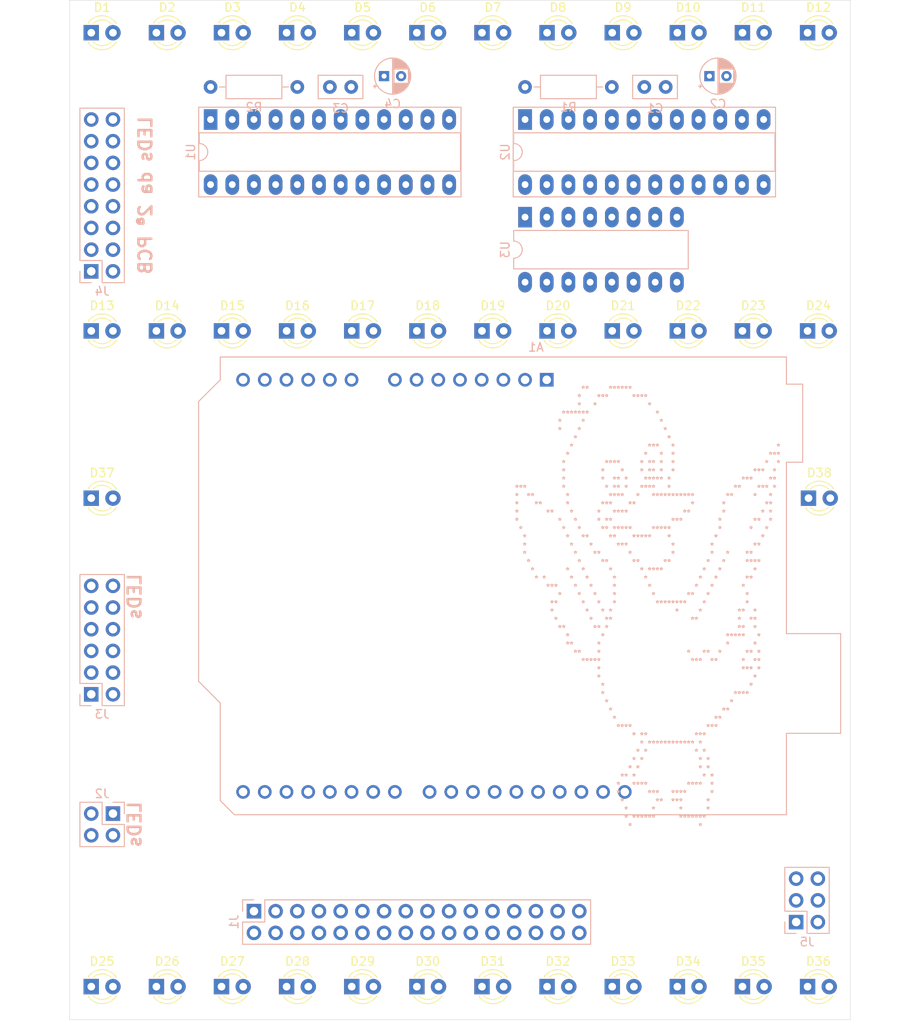
<source format=kicad_pcb>
(kicad_pcb (version 20171130) (host pcbnew 5.1.9+dfsg1-1)

  (general
    (thickness 1.6)
    (drawings 8)
    (tracks 0)
    (zones 0)
    (modules 53)
    (nets 76)
  )

  (page A4)
  (layers
    (0 F.Cu signal)
    (31 B.Cu signal)
    (32 B.Adhes user)
    (33 F.Adhes user)
    (34 B.Paste user)
    (35 F.Paste user)
    (36 B.SilkS user)
    (37 F.SilkS user)
    (38 B.Mask user)
    (39 F.Mask user)
    (40 Dwgs.User user)
    (41 Cmts.User user)
    (42 Eco1.User user)
    (43 Eco2.User user)
    (44 Edge.Cuts user)
    (45 Margin user)
    (46 B.CrtYd user)
    (47 F.CrtYd user)
    (48 B.Fab user)
    (49 F.Fab user)
  )

  (setup
    (last_trace_width 0.25)
    (trace_clearance 0.2)
    (zone_clearance 0.508)
    (zone_45_only no)
    (trace_min 0.2)
    (via_size 0.8)
    (via_drill 0.4)
    (via_min_size 0.4)
    (via_min_drill 0.3)
    (uvia_size 0.3)
    (uvia_drill 0.1)
    (uvias_allowed no)
    (uvia_min_size 0.2)
    (uvia_min_drill 0.1)
    (edge_width 0.05)
    (segment_width 0.2)
    (pcb_text_width 0.3)
    (pcb_text_size 1.5 1.5)
    (mod_edge_width 0.12)
    (mod_text_size 1 1)
    (mod_text_width 0.15)
    (pad_size 1.524 1.524)
    (pad_drill 0.762)
    (pad_to_mask_clearance 0)
    (aux_axis_origin 0 0)
    (visible_elements FFFFFF7F)
    (pcbplotparams
      (layerselection 0x010fc_ffffffff)
      (usegerberextensions false)
      (usegerberattributes true)
      (usegerberadvancedattributes true)
      (creategerberjobfile true)
      (excludeedgelayer true)
      (linewidth 0.100000)
      (plotframeref false)
      (viasonmask false)
      (mode 1)
      (useauxorigin false)
      (hpglpennumber 1)
      (hpglpenspeed 20)
      (hpglpendiameter 15.000000)
      (psnegative false)
      (psa4output false)
      (plotreference true)
      (plotvalue true)
      (plotinvisibletext false)
      (padsonsilk false)
      (subtractmaskfromsilk false)
      (outputformat 1)
      (mirror false)
      (drillshape 1)
      (scaleselection 1)
      (outputdirectory ""))
  )

  (net 0 "")
  (net 1 "Net-(U1-Pad24)")
  (net 2 "Net-(A1-Pad1)")
  (net 3 DIG_1_7)
  (net 4 SEG_1_E)
  (net 5 SEG_1_DP)
  (net 6 SEG_1_B)
  (net 7 SEG_1_A)
  (net 8 DIG_1_3)
  (net 9 SEG_1_F)
  (net 10 SEG_1_G)
  (net 11 SEG_1_D)
  (net 12 SEG_1_C)
  (net 13 DIG_1_1)
  (net 14 DIG_1_2)
  (net 15 DIG_1_0)
  (net 16 DIG_1_5)
  (net 17 GND)
  (net 18 DIG_1_6)
  (net 19 DIG_1_4)
  (net 20 CLOCK)
  (net 21 "Net-(U2-Pad24)")
  (net 22 SEG_2_D)
  (net 23 DIG_2_1)
  (net 24 SEG_2_DP)
  (net 25 DIG_2_5)
  (net 26 SEG_2_E)
  (net 27 SEG_2_C)
  (net 28 DIG_2_7)
  (net 29 DIG_2_3)
  (net 30 DIG_2_2)
  (net 31 SEG_2_G)
  (net 32 DIG_2_6)
  (net 33 SEG_2_B)
  (net 34 SEG_2_F)
  (net 35 DIG_2_4)
  (net 36 SEG_2_A)
  (net 37 DIG_2_0)
  (net 38 D1)
  (net 39 D0)
  (net 40 AREF)
  (net 41 A5)
  (net 42 A4)
  (net 43 D13)
  (net 44 A3)
  (net 45 D12)
  (net 46 A2)
  (net 47 D11)
  (net 48 A1)
  (net 49 D10)
  (net 50 A0)
  (net 51 D9)
  (net 52 VIN)
  (net 53 D8)
  (net 54 D7)
  (net 55 D6)
  (net 56 +5V)
  (net 57 D5)
  (net 58 +3V3)
  (net 59 ~RESET)
  (net 60 D3)
  (net 61 IOREF)
  (net 62 D2)
  (net 63 SDA)
  (net 64 SCL)
  (net 65 DATA_OUT)
  (net 66 "Net-(U3-Pad15)")
  (net 67 "Net-(U3-Pad7)")
  (net 68 "Net-(U3-Pad6)")
  (net 69 "Net-(U3-Pad5)")
  (net 70 "Net-(U3-Pad4)")
  (net 71 "Net-(U3-Pad3)")
  (net 72 "Net-(U3-Pad2)")
  (net 73 "Net-(U3-Pad1)")
  (net 74 "Net-(R1-Pad2)")
  (net 75 "Net-(R2-Pad2)")

  (net_class Default "This is the default net class."
    (clearance 0.2)
    (trace_width 0.25)
    (via_dia 0.8)
    (via_drill 0.4)
    (uvia_dia 0.3)
    (uvia_drill 0.1)
    (add_net +3V3)
    (add_net +5V)
    (add_net A0)
    (add_net A1)
    (add_net A2)
    (add_net A3)
    (add_net A4)
    (add_net A5)
    (add_net AREF)
    (add_net CLOCK)
    (add_net D0)
    (add_net D1)
    (add_net D10)
    (add_net D11)
    (add_net D12)
    (add_net D13)
    (add_net D2)
    (add_net D3)
    (add_net D5)
    (add_net D6)
    (add_net D7)
    (add_net D8)
    (add_net D9)
    (add_net DATA_OUT)
    (add_net DIG_1_0)
    (add_net DIG_1_1)
    (add_net DIG_1_2)
    (add_net DIG_1_3)
    (add_net DIG_1_4)
    (add_net DIG_1_5)
    (add_net DIG_1_6)
    (add_net DIG_1_7)
    (add_net DIG_2_0)
    (add_net DIG_2_1)
    (add_net DIG_2_2)
    (add_net DIG_2_3)
    (add_net DIG_2_4)
    (add_net DIG_2_5)
    (add_net DIG_2_6)
    (add_net DIG_2_7)
    (add_net GND)
    (add_net IOREF)
    (add_net "Net-(A1-Pad1)")
    (add_net "Net-(R1-Pad2)")
    (add_net "Net-(R2-Pad2)")
    (add_net "Net-(U1-Pad24)")
    (add_net "Net-(U2-Pad24)")
    (add_net "Net-(U3-Pad1)")
    (add_net "Net-(U3-Pad15)")
    (add_net "Net-(U3-Pad2)")
    (add_net "Net-(U3-Pad3)")
    (add_net "Net-(U3-Pad4)")
    (add_net "Net-(U3-Pad5)")
    (add_net "Net-(U3-Pad6)")
    (add_net "Net-(U3-Pad7)")
    (add_net SCL)
    (add_net SDA)
    (add_net SEG_1_A)
    (add_net SEG_1_B)
    (add_net SEG_1_C)
    (add_net SEG_1_D)
    (add_net SEG_1_DP)
    (add_net SEG_1_E)
    (add_net SEG_1_F)
    (add_net SEG_1_G)
    (add_net SEG_2_A)
    (add_net SEG_2_B)
    (add_net SEG_2_C)
    (add_net SEG_2_D)
    (add_net SEG_2_DP)
    (add_net SEG_2_E)
    (add_net SEG_2_F)
    (add_net SEG_2_G)
    (add_net VIN)
    (add_net ~RESET)
  )

  (module Resistor_THT:R_Axial_DIN0207_L6.3mm_D2.5mm_P10.16mm_Horizontal (layer B.Cu) (tedit 5AE5139B) (tstamp 62D7E3FB)
    (at 67.31 53.34)
    (descr "Resistor, Axial_DIN0207 series, Axial, Horizontal, pin pitch=10.16mm, 0.25W = 1/4W, length*diameter=6.3*2.5mm^2, http://cdn-reichelt.de/documents/datenblatt/B400/1_4W%23YAG.pdf")
    (tags "Resistor Axial_DIN0207 series Axial Horizontal pin pitch 10.16mm 0.25W = 1/4W length 6.3mm diameter 2.5mm")
    (path /63E49B24)
    (fp_text reference R2 (at 5.08 2.37) (layer B.SilkS)
      (effects (font (size 1 1) (thickness 0.15)) (justify mirror))
    )
    (fp_text value R (at 5.08 -2.37) (layer B.Fab)
      (effects (font (size 1 1) (thickness 0.15)) (justify mirror))
    )
    (fp_line (start 11.21 1.5) (end -1.05 1.5) (layer B.CrtYd) (width 0.05))
    (fp_line (start 11.21 -1.5) (end 11.21 1.5) (layer B.CrtYd) (width 0.05))
    (fp_line (start -1.05 -1.5) (end 11.21 -1.5) (layer B.CrtYd) (width 0.05))
    (fp_line (start -1.05 1.5) (end -1.05 -1.5) (layer B.CrtYd) (width 0.05))
    (fp_line (start 9.12 0) (end 8.35 0) (layer B.SilkS) (width 0.12))
    (fp_line (start 1.04 0) (end 1.81 0) (layer B.SilkS) (width 0.12))
    (fp_line (start 8.35 1.37) (end 1.81 1.37) (layer B.SilkS) (width 0.12))
    (fp_line (start 8.35 -1.37) (end 8.35 1.37) (layer B.SilkS) (width 0.12))
    (fp_line (start 1.81 -1.37) (end 8.35 -1.37) (layer B.SilkS) (width 0.12))
    (fp_line (start 1.81 1.37) (end 1.81 -1.37) (layer B.SilkS) (width 0.12))
    (fp_line (start 10.16 0) (end 8.23 0) (layer B.Fab) (width 0.1))
    (fp_line (start 0 0) (end 1.93 0) (layer B.Fab) (width 0.1))
    (fp_line (start 8.23 1.25) (end 1.93 1.25) (layer B.Fab) (width 0.1))
    (fp_line (start 8.23 -1.25) (end 8.23 1.25) (layer B.Fab) (width 0.1))
    (fp_line (start 1.93 -1.25) (end 8.23 -1.25) (layer B.Fab) (width 0.1))
    (fp_line (start 1.93 1.25) (end 1.93 -1.25) (layer B.Fab) (width 0.1))
    (fp_text user %R (at 5.08 0) (layer B.Fab)
      (effects (font (size 1 1) (thickness 0.15)) (justify mirror))
    )
    (pad 2 thru_hole oval (at 10.16 0) (size 1.6 1.6) (drill 0.8) (layers *.Cu *.Mask)
      (net 75 "Net-(R2-Pad2)"))
    (pad 1 thru_hole circle (at 0 0) (size 1.6 1.6) (drill 0.8) (layers *.Cu *.Mask)
      (net 56 +5V))
    (model ${KISYS3DMOD}/Resistor_THT.3dshapes/R_Axial_DIN0207_L6.3mm_D2.5mm_P10.16mm_Horizontal.wrl
      (at (xyz 0 0 0))
      (scale (xyz 1 1 1))
      (rotate (xyz 0 0 0))
    )
  )

  (module Resistor_THT:R_Axial_DIN0207_L6.3mm_D2.5mm_P10.16mm_Horizontal (layer B.Cu) (tedit 5AE5139B) (tstamp 62D7E3E4)
    (at 104.14 53.34)
    (descr "Resistor, Axial_DIN0207 series, Axial, Horizontal, pin pitch=10.16mm, 0.25W = 1/4W, length*diameter=6.3*2.5mm^2, http://cdn-reichelt.de/documents/datenblatt/B400/1_4W%23YAG.pdf")
    (tags "Resistor Axial_DIN0207 series Axial Horizontal pin pitch 10.16mm 0.25W = 1/4W length 6.3mm diameter 2.5mm")
    (path /63E90363)
    (fp_text reference R1 (at 5.08 2.37) (layer B.SilkS)
      (effects (font (size 1 1) (thickness 0.15)) (justify mirror))
    )
    (fp_text value R (at 5.08 -2.37) (layer B.Fab)
      (effects (font (size 1 1) (thickness 0.15)) (justify mirror))
    )
    (fp_line (start 11.21 1.5) (end -1.05 1.5) (layer B.CrtYd) (width 0.05))
    (fp_line (start 11.21 -1.5) (end 11.21 1.5) (layer B.CrtYd) (width 0.05))
    (fp_line (start -1.05 -1.5) (end 11.21 -1.5) (layer B.CrtYd) (width 0.05))
    (fp_line (start -1.05 1.5) (end -1.05 -1.5) (layer B.CrtYd) (width 0.05))
    (fp_line (start 9.12 0) (end 8.35 0) (layer B.SilkS) (width 0.12))
    (fp_line (start 1.04 0) (end 1.81 0) (layer B.SilkS) (width 0.12))
    (fp_line (start 8.35 1.37) (end 1.81 1.37) (layer B.SilkS) (width 0.12))
    (fp_line (start 8.35 -1.37) (end 8.35 1.37) (layer B.SilkS) (width 0.12))
    (fp_line (start 1.81 -1.37) (end 8.35 -1.37) (layer B.SilkS) (width 0.12))
    (fp_line (start 1.81 1.37) (end 1.81 -1.37) (layer B.SilkS) (width 0.12))
    (fp_line (start 10.16 0) (end 8.23 0) (layer B.Fab) (width 0.1))
    (fp_line (start 0 0) (end 1.93 0) (layer B.Fab) (width 0.1))
    (fp_line (start 8.23 1.25) (end 1.93 1.25) (layer B.Fab) (width 0.1))
    (fp_line (start 8.23 -1.25) (end 8.23 1.25) (layer B.Fab) (width 0.1))
    (fp_line (start 1.93 -1.25) (end 8.23 -1.25) (layer B.Fab) (width 0.1))
    (fp_line (start 1.93 1.25) (end 1.93 -1.25) (layer B.Fab) (width 0.1))
    (fp_text user %R (at 5.08 0) (layer B.Fab)
      (effects (font (size 1 1) (thickness 0.15)) (justify mirror))
    )
    (pad 2 thru_hole oval (at 10.16 0) (size 1.6 1.6) (drill 0.8) (layers *.Cu *.Mask)
      (net 74 "Net-(R1-Pad2)"))
    (pad 1 thru_hole circle (at 0 0) (size 1.6 1.6) (drill 0.8) (layers *.Cu *.Mask)
      (net 56 +5V))
    (model ${KISYS3DMOD}/Resistor_THT.3dshapes/R_Axial_DIN0207_L6.3mm_D2.5mm_P10.16mm_Horizontal.wrl
      (at (xyz 0 0 0))
      (scale (xyz 1 1 1))
      (rotate (xyz 0 0 0))
    )
  )

  (module Capacitor_THT:CP_Radial_D4.0mm_P2.00mm (layer B.Cu) (tedit 5AE50EF0) (tstamp 62D7DD17)
    (at 87.63 52.07)
    (descr "CP, Radial series, Radial, pin pitch=2.00mm, , diameter=4mm, Electrolytic Capacitor")
    (tags "CP Radial series Radial pin pitch 2.00mm  diameter 4mm Electrolytic Capacitor")
    (path /63BABD2F)
    (fp_text reference C4 (at 1 3.25) (layer B.SilkS)
      (effects (font (size 1 1) (thickness 0.15)) (justify mirror))
    )
    (fp_text value CP1 (at 1 -3.25) (layer B.Fab)
      (effects (font (size 1 1) (thickness 0.15)) (justify mirror))
    )
    (fp_line (start -1.069801 1.395) (end -1.069801 0.995) (layer B.SilkS) (width 0.12))
    (fp_line (start -1.269801 1.195) (end -0.869801 1.195) (layer B.SilkS) (width 0.12))
    (fp_line (start 3.081 0.37) (end 3.081 -0.37) (layer B.SilkS) (width 0.12))
    (fp_line (start 3.041 0.537) (end 3.041 -0.537) (layer B.SilkS) (width 0.12))
    (fp_line (start 3.001 0.664) (end 3.001 -0.664) (layer B.SilkS) (width 0.12))
    (fp_line (start 2.961 0.768) (end 2.961 -0.768) (layer B.SilkS) (width 0.12))
    (fp_line (start 2.921 0.859) (end 2.921 -0.859) (layer B.SilkS) (width 0.12))
    (fp_line (start 2.881 0.94) (end 2.881 -0.94) (layer B.SilkS) (width 0.12))
    (fp_line (start 2.841 1.013) (end 2.841 -1.013) (layer B.SilkS) (width 0.12))
    (fp_line (start 2.801 -0.84) (end 2.801 -1.08) (layer B.SilkS) (width 0.12))
    (fp_line (start 2.801 1.08) (end 2.801 0.84) (layer B.SilkS) (width 0.12))
    (fp_line (start 2.761 -0.84) (end 2.761 -1.142) (layer B.SilkS) (width 0.12))
    (fp_line (start 2.761 1.142) (end 2.761 0.84) (layer B.SilkS) (width 0.12))
    (fp_line (start 2.721 -0.84) (end 2.721 -1.2) (layer B.SilkS) (width 0.12))
    (fp_line (start 2.721 1.2) (end 2.721 0.84) (layer B.SilkS) (width 0.12))
    (fp_line (start 2.681 -0.84) (end 2.681 -1.254) (layer B.SilkS) (width 0.12))
    (fp_line (start 2.681 1.254) (end 2.681 0.84) (layer B.SilkS) (width 0.12))
    (fp_line (start 2.641 -0.84) (end 2.641 -1.304) (layer B.SilkS) (width 0.12))
    (fp_line (start 2.641 1.304) (end 2.641 0.84) (layer B.SilkS) (width 0.12))
    (fp_line (start 2.601 -0.84) (end 2.601 -1.351) (layer B.SilkS) (width 0.12))
    (fp_line (start 2.601 1.351) (end 2.601 0.84) (layer B.SilkS) (width 0.12))
    (fp_line (start 2.561 -0.84) (end 2.561 -1.396) (layer B.SilkS) (width 0.12))
    (fp_line (start 2.561 1.396) (end 2.561 0.84) (layer B.SilkS) (width 0.12))
    (fp_line (start 2.521 -0.84) (end 2.521 -1.438) (layer B.SilkS) (width 0.12))
    (fp_line (start 2.521 1.438) (end 2.521 0.84) (layer B.SilkS) (width 0.12))
    (fp_line (start 2.481 -0.84) (end 2.481 -1.478) (layer B.SilkS) (width 0.12))
    (fp_line (start 2.481 1.478) (end 2.481 0.84) (layer B.SilkS) (width 0.12))
    (fp_line (start 2.441 -0.84) (end 2.441 -1.516) (layer B.SilkS) (width 0.12))
    (fp_line (start 2.441 1.516) (end 2.441 0.84) (layer B.SilkS) (width 0.12))
    (fp_line (start 2.401 -0.84) (end 2.401 -1.552) (layer B.SilkS) (width 0.12))
    (fp_line (start 2.401 1.552) (end 2.401 0.84) (layer B.SilkS) (width 0.12))
    (fp_line (start 2.361 -0.84) (end 2.361 -1.587) (layer B.SilkS) (width 0.12))
    (fp_line (start 2.361 1.587) (end 2.361 0.84) (layer B.SilkS) (width 0.12))
    (fp_line (start 2.321 -0.84) (end 2.321 -1.619) (layer B.SilkS) (width 0.12))
    (fp_line (start 2.321 1.619) (end 2.321 0.84) (layer B.SilkS) (width 0.12))
    (fp_line (start 2.281 -0.84) (end 2.281 -1.65) (layer B.SilkS) (width 0.12))
    (fp_line (start 2.281 1.65) (end 2.281 0.84) (layer B.SilkS) (width 0.12))
    (fp_line (start 2.241 -0.84) (end 2.241 -1.68) (layer B.SilkS) (width 0.12))
    (fp_line (start 2.241 1.68) (end 2.241 0.84) (layer B.SilkS) (width 0.12))
    (fp_line (start 2.201 -0.84) (end 2.201 -1.708) (layer B.SilkS) (width 0.12))
    (fp_line (start 2.201 1.708) (end 2.201 0.84) (layer B.SilkS) (width 0.12))
    (fp_line (start 2.161 -0.84) (end 2.161 -1.735) (layer B.SilkS) (width 0.12))
    (fp_line (start 2.161 1.735) (end 2.161 0.84) (layer B.SilkS) (width 0.12))
    (fp_line (start 2.121 -0.84) (end 2.121 -1.76) (layer B.SilkS) (width 0.12))
    (fp_line (start 2.121 1.76) (end 2.121 0.84) (layer B.SilkS) (width 0.12))
    (fp_line (start 2.081 -0.84) (end 2.081 -1.785) (layer B.SilkS) (width 0.12))
    (fp_line (start 2.081 1.785) (end 2.081 0.84) (layer B.SilkS) (width 0.12))
    (fp_line (start 2.041 -0.84) (end 2.041 -1.808) (layer B.SilkS) (width 0.12))
    (fp_line (start 2.041 1.808) (end 2.041 0.84) (layer B.SilkS) (width 0.12))
    (fp_line (start 2.001 -0.84) (end 2.001 -1.83) (layer B.SilkS) (width 0.12))
    (fp_line (start 2.001 1.83) (end 2.001 0.84) (layer B.SilkS) (width 0.12))
    (fp_line (start 1.961 -0.84) (end 1.961 -1.851) (layer B.SilkS) (width 0.12))
    (fp_line (start 1.961 1.851) (end 1.961 0.84) (layer B.SilkS) (width 0.12))
    (fp_line (start 1.921 -0.84) (end 1.921 -1.87) (layer B.SilkS) (width 0.12))
    (fp_line (start 1.921 1.87) (end 1.921 0.84) (layer B.SilkS) (width 0.12))
    (fp_line (start 1.881 -0.84) (end 1.881 -1.889) (layer B.SilkS) (width 0.12))
    (fp_line (start 1.881 1.889) (end 1.881 0.84) (layer B.SilkS) (width 0.12))
    (fp_line (start 1.841 -0.84) (end 1.841 -1.907) (layer B.SilkS) (width 0.12))
    (fp_line (start 1.841 1.907) (end 1.841 0.84) (layer B.SilkS) (width 0.12))
    (fp_line (start 1.801 -0.84) (end 1.801 -1.924) (layer B.SilkS) (width 0.12))
    (fp_line (start 1.801 1.924) (end 1.801 0.84) (layer B.SilkS) (width 0.12))
    (fp_line (start 1.761 -0.84) (end 1.761 -1.94) (layer B.SilkS) (width 0.12))
    (fp_line (start 1.761 1.94) (end 1.761 0.84) (layer B.SilkS) (width 0.12))
    (fp_line (start 1.721 -0.84) (end 1.721 -1.954) (layer B.SilkS) (width 0.12))
    (fp_line (start 1.721 1.954) (end 1.721 0.84) (layer B.SilkS) (width 0.12))
    (fp_line (start 1.68 -0.84) (end 1.68 -1.968) (layer B.SilkS) (width 0.12))
    (fp_line (start 1.68 1.968) (end 1.68 0.84) (layer B.SilkS) (width 0.12))
    (fp_line (start 1.64 -0.84) (end 1.64 -1.982) (layer B.SilkS) (width 0.12))
    (fp_line (start 1.64 1.982) (end 1.64 0.84) (layer B.SilkS) (width 0.12))
    (fp_line (start 1.6 -0.84) (end 1.6 -1.994) (layer B.SilkS) (width 0.12))
    (fp_line (start 1.6 1.994) (end 1.6 0.84) (layer B.SilkS) (width 0.12))
    (fp_line (start 1.56 -0.84) (end 1.56 -2.005) (layer B.SilkS) (width 0.12))
    (fp_line (start 1.56 2.005) (end 1.56 0.84) (layer B.SilkS) (width 0.12))
    (fp_line (start 1.52 -0.84) (end 1.52 -2.016) (layer B.SilkS) (width 0.12))
    (fp_line (start 1.52 2.016) (end 1.52 0.84) (layer B.SilkS) (width 0.12))
    (fp_line (start 1.48 -0.84) (end 1.48 -2.025) (layer B.SilkS) (width 0.12))
    (fp_line (start 1.48 2.025) (end 1.48 0.84) (layer B.SilkS) (width 0.12))
    (fp_line (start 1.44 -0.84) (end 1.44 -2.034) (layer B.SilkS) (width 0.12))
    (fp_line (start 1.44 2.034) (end 1.44 0.84) (layer B.SilkS) (width 0.12))
    (fp_line (start 1.4 -0.84) (end 1.4 -2.042) (layer B.SilkS) (width 0.12))
    (fp_line (start 1.4 2.042) (end 1.4 0.84) (layer B.SilkS) (width 0.12))
    (fp_line (start 1.36 -0.84) (end 1.36 -2.05) (layer B.SilkS) (width 0.12))
    (fp_line (start 1.36 2.05) (end 1.36 0.84) (layer B.SilkS) (width 0.12))
    (fp_line (start 1.32 -0.84) (end 1.32 -2.056) (layer B.SilkS) (width 0.12))
    (fp_line (start 1.32 2.056) (end 1.32 0.84) (layer B.SilkS) (width 0.12))
    (fp_line (start 1.28 -0.84) (end 1.28 -2.062) (layer B.SilkS) (width 0.12))
    (fp_line (start 1.28 2.062) (end 1.28 0.84) (layer B.SilkS) (width 0.12))
    (fp_line (start 1.24 -0.84) (end 1.24 -2.067) (layer B.SilkS) (width 0.12))
    (fp_line (start 1.24 2.067) (end 1.24 0.84) (layer B.SilkS) (width 0.12))
    (fp_line (start 1.2 -0.84) (end 1.2 -2.071) (layer B.SilkS) (width 0.12))
    (fp_line (start 1.2 2.071) (end 1.2 0.84) (layer B.SilkS) (width 0.12))
    (fp_line (start 1.16 2.074) (end 1.16 -2.074) (layer B.SilkS) (width 0.12))
    (fp_line (start 1.12 2.077) (end 1.12 -2.077) (layer B.SilkS) (width 0.12))
    (fp_line (start 1.08 2.079) (end 1.08 -2.079) (layer B.SilkS) (width 0.12))
    (fp_line (start 1.04 2.08) (end 1.04 -2.08) (layer B.SilkS) (width 0.12))
    (fp_line (start 1 2.08) (end 1 -2.08) (layer B.SilkS) (width 0.12))
    (fp_line (start -0.502554 1.0675) (end -0.502554 0.6675) (layer B.Fab) (width 0.1))
    (fp_line (start -0.702554 0.8675) (end -0.302554 0.8675) (layer B.Fab) (width 0.1))
    (fp_circle (center 1 0) (end 3.25 0) (layer B.CrtYd) (width 0.05))
    (fp_circle (center 1 0) (end 3.12 0) (layer B.SilkS) (width 0.12))
    (fp_circle (center 1 0) (end 3 0) (layer B.Fab) (width 0.1))
    (fp_text user %R (at 1 0) (layer B.Fab)
      (effects (font (size 0.8 0.8) (thickness 0.12)) (justify mirror))
    )
    (pad 2 thru_hole circle (at 2 0) (size 1.2 1.2) (drill 0.6) (layers *.Cu *.Mask)
      (net 17 GND))
    (pad 1 thru_hole rect (at 0 0) (size 1.2 1.2) (drill 0.6) (layers *.Cu *.Mask)
      (net 56 +5V))
    (model ${KISYS3DMOD}/Capacitor_THT.3dshapes/CP_Radial_D4.0mm_P2.00mm.wrl
      (at (xyz 0 0 0))
      (scale (xyz 1 1 1))
      (rotate (xyz 0 0 0))
    )
  )

  (module Capacitor_THT:C_Disc_D5.0mm_W2.5mm_P2.50mm (layer B.Cu) (tedit 5AE50EF0) (tstamp 62D7DCAB)
    (at 81.28 53.34)
    (descr "C, Disc series, Radial, pin pitch=2.50mm, , diameter*width=5*2.5mm^2, Capacitor, http://cdn-reichelt.de/documents/datenblatt/B300/DS_KERKO_TC.pdf")
    (tags "C Disc series Radial pin pitch 2.50mm  diameter 5mm width 2.5mm Capacitor")
    (path /63D34872)
    (fp_text reference C3 (at 1.25 2.5) (layer B.SilkS)
      (effects (font (size 1 1) (thickness 0.15)) (justify mirror))
    )
    (fp_text value C (at 1.25 -2.5) (layer B.Fab)
      (effects (font (size 1 1) (thickness 0.15)) (justify mirror))
    )
    (fp_line (start 4 1.5) (end -1.5 1.5) (layer B.CrtYd) (width 0.05))
    (fp_line (start 4 -1.5) (end 4 1.5) (layer B.CrtYd) (width 0.05))
    (fp_line (start -1.5 -1.5) (end 4 -1.5) (layer B.CrtYd) (width 0.05))
    (fp_line (start -1.5 1.5) (end -1.5 -1.5) (layer B.CrtYd) (width 0.05))
    (fp_line (start 3.87 1.37) (end 3.87 -1.37) (layer B.SilkS) (width 0.12))
    (fp_line (start -1.37 1.37) (end -1.37 -1.37) (layer B.SilkS) (width 0.12))
    (fp_line (start -1.37 -1.37) (end 3.87 -1.37) (layer B.SilkS) (width 0.12))
    (fp_line (start -1.37 1.37) (end 3.87 1.37) (layer B.SilkS) (width 0.12))
    (fp_line (start 3.75 1.25) (end -1.25 1.25) (layer B.Fab) (width 0.1))
    (fp_line (start 3.75 -1.25) (end 3.75 1.25) (layer B.Fab) (width 0.1))
    (fp_line (start -1.25 -1.25) (end 3.75 -1.25) (layer B.Fab) (width 0.1))
    (fp_line (start -1.25 1.25) (end -1.25 -1.25) (layer B.Fab) (width 0.1))
    (fp_text user %R (at 1.25 0) (layer B.Fab)
      (effects (font (size 1 1) (thickness 0.15)) (justify mirror))
    )
    (pad 2 thru_hole circle (at 2.5 0) (size 1.6 1.6) (drill 0.8) (layers *.Cu *.Mask)
      (net 17 GND))
    (pad 1 thru_hole circle (at 0 0) (size 1.6 1.6) (drill 0.8) (layers *.Cu *.Mask)
      (net 56 +5V))
    (model ${KISYS3DMOD}/Capacitor_THT.3dshapes/C_Disc_D5.0mm_W2.5mm_P2.50mm.wrl
      (at (xyz 0 0 0))
      (scale (xyz 1 1 1))
      (rotate (xyz 0 0 0))
    )
  )

  (module Capacitor_THT:CP_Radial_D4.0mm_P2.00mm (layer B.Cu) (tedit 5AE50EF0) (tstamp 62D7DC98)
    (at 125.73 52.07)
    (descr "CP, Radial series, Radial, pin pitch=2.00mm, , diameter=4mm, Electrolytic Capacitor")
    (tags "CP Radial series Radial pin pitch 2.00mm  diameter 4mm Electrolytic Capacitor")
    (path /63E25579)
    (fp_text reference C2 (at 1 3.25) (layer B.SilkS)
      (effects (font (size 1 1) (thickness 0.15)) (justify mirror))
    )
    (fp_text value CP1 (at 1 -3.25) (layer B.Fab)
      (effects (font (size 1 1) (thickness 0.15)) (justify mirror))
    )
    (fp_line (start -1.069801 1.395) (end -1.069801 0.995) (layer B.SilkS) (width 0.12))
    (fp_line (start -1.269801 1.195) (end -0.869801 1.195) (layer B.SilkS) (width 0.12))
    (fp_line (start 3.081 0.37) (end 3.081 -0.37) (layer B.SilkS) (width 0.12))
    (fp_line (start 3.041 0.537) (end 3.041 -0.537) (layer B.SilkS) (width 0.12))
    (fp_line (start 3.001 0.664) (end 3.001 -0.664) (layer B.SilkS) (width 0.12))
    (fp_line (start 2.961 0.768) (end 2.961 -0.768) (layer B.SilkS) (width 0.12))
    (fp_line (start 2.921 0.859) (end 2.921 -0.859) (layer B.SilkS) (width 0.12))
    (fp_line (start 2.881 0.94) (end 2.881 -0.94) (layer B.SilkS) (width 0.12))
    (fp_line (start 2.841 1.013) (end 2.841 -1.013) (layer B.SilkS) (width 0.12))
    (fp_line (start 2.801 -0.84) (end 2.801 -1.08) (layer B.SilkS) (width 0.12))
    (fp_line (start 2.801 1.08) (end 2.801 0.84) (layer B.SilkS) (width 0.12))
    (fp_line (start 2.761 -0.84) (end 2.761 -1.142) (layer B.SilkS) (width 0.12))
    (fp_line (start 2.761 1.142) (end 2.761 0.84) (layer B.SilkS) (width 0.12))
    (fp_line (start 2.721 -0.84) (end 2.721 -1.2) (layer B.SilkS) (width 0.12))
    (fp_line (start 2.721 1.2) (end 2.721 0.84) (layer B.SilkS) (width 0.12))
    (fp_line (start 2.681 -0.84) (end 2.681 -1.254) (layer B.SilkS) (width 0.12))
    (fp_line (start 2.681 1.254) (end 2.681 0.84) (layer B.SilkS) (width 0.12))
    (fp_line (start 2.641 -0.84) (end 2.641 -1.304) (layer B.SilkS) (width 0.12))
    (fp_line (start 2.641 1.304) (end 2.641 0.84) (layer B.SilkS) (width 0.12))
    (fp_line (start 2.601 -0.84) (end 2.601 -1.351) (layer B.SilkS) (width 0.12))
    (fp_line (start 2.601 1.351) (end 2.601 0.84) (layer B.SilkS) (width 0.12))
    (fp_line (start 2.561 -0.84) (end 2.561 -1.396) (layer B.SilkS) (width 0.12))
    (fp_line (start 2.561 1.396) (end 2.561 0.84) (layer B.SilkS) (width 0.12))
    (fp_line (start 2.521 -0.84) (end 2.521 -1.438) (layer B.SilkS) (width 0.12))
    (fp_line (start 2.521 1.438) (end 2.521 0.84) (layer B.SilkS) (width 0.12))
    (fp_line (start 2.481 -0.84) (end 2.481 -1.478) (layer B.SilkS) (width 0.12))
    (fp_line (start 2.481 1.478) (end 2.481 0.84) (layer B.SilkS) (width 0.12))
    (fp_line (start 2.441 -0.84) (end 2.441 -1.516) (layer B.SilkS) (width 0.12))
    (fp_line (start 2.441 1.516) (end 2.441 0.84) (layer B.SilkS) (width 0.12))
    (fp_line (start 2.401 -0.84) (end 2.401 -1.552) (layer B.SilkS) (width 0.12))
    (fp_line (start 2.401 1.552) (end 2.401 0.84) (layer B.SilkS) (width 0.12))
    (fp_line (start 2.361 -0.84) (end 2.361 -1.587) (layer B.SilkS) (width 0.12))
    (fp_line (start 2.361 1.587) (end 2.361 0.84) (layer B.SilkS) (width 0.12))
    (fp_line (start 2.321 -0.84) (end 2.321 -1.619) (layer B.SilkS) (width 0.12))
    (fp_line (start 2.321 1.619) (end 2.321 0.84) (layer B.SilkS) (width 0.12))
    (fp_line (start 2.281 -0.84) (end 2.281 -1.65) (layer B.SilkS) (width 0.12))
    (fp_line (start 2.281 1.65) (end 2.281 0.84) (layer B.SilkS) (width 0.12))
    (fp_line (start 2.241 -0.84) (end 2.241 -1.68) (layer B.SilkS) (width 0.12))
    (fp_line (start 2.241 1.68) (end 2.241 0.84) (layer B.SilkS) (width 0.12))
    (fp_line (start 2.201 -0.84) (end 2.201 -1.708) (layer B.SilkS) (width 0.12))
    (fp_line (start 2.201 1.708) (end 2.201 0.84) (layer B.SilkS) (width 0.12))
    (fp_line (start 2.161 -0.84) (end 2.161 -1.735) (layer B.SilkS) (width 0.12))
    (fp_line (start 2.161 1.735) (end 2.161 0.84) (layer B.SilkS) (width 0.12))
    (fp_line (start 2.121 -0.84) (end 2.121 -1.76) (layer B.SilkS) (width 0.12))
    (fp_line (start 2.121 1.76) (end 2.121 0.84) (layer B.SilkS) (width 0.12))
    (fp_line (start 2.081 -0.84) (end 2.081 -1.785) (layer B.SilkS) (width 0.12))
    (fp_line (start 2.081 1.785) (end 2.081 0.84) (layer B.SilkS) (width 0.12))
    (fp_line (start 2.041 -0.84) (end 2.041 -1.808) (layer B.SilkS) (width 0.12))
    (fp_line (start 2.041 1.808) (end 2.041 0.84) (layer B.SilkS) (width 0.12))
    (fp_line (start 2.001 -0.84) (end 2.001 -1.83) (layer B.SilkS) (width 0.12))
    (fp_line (start 2.001 1.83) (end 2.001 0.84) (layer B.SilkS) (width 0.12))
    (fp_line (start 1.961 -0.84) (end 1.961 -1.851) (layer B.SilkS) (width 0.12))
    (fp_line (start 1.961 1.851) (end 1.961 0.84) (layer B.SilkS) (width 0.12))
    (fp_line (start 1.921 -0.84) (end 1.921 -1.87) (layer B.SilkS) (width 0.12))
    (fp_line (start 1.921 1.87) (end 1.921 0.84) (layer B.SilkS) (width 0.12))
    (fp_line (start 1.881 -0.84) (end 1.881 -1.889) (layer B.SilkS) (width 0.12))
    (fp_line (start 1.881 1.889) (end 1.881 0.84) (layer B.SilkS) (width 0.12))
    (fp_line (start 1.841 -0.84) (end 1.841 -1.907) (layer B.SilkS) (width 0.12))
    (fp_line (start 1.841 1.907) (end 1.841 0.84) (layer B.SilkS) (width 0.12))
    (fp_line (start 1.801 -0.84) (end 1.801 -1.924) (layer B.SilkS) (width 0.12))
    (fp_line (start 1.801 1.924) (end 1.801 0.84) (layer B.SilkS) (width 0.12))
    (fp_line (start 1.761 -0.84) (end 1.761 -1.94) (layer B.SilkS) (width 0.12))
    (fp_line (start 1.761 1.94) (end 1.761 0.84) (layer B.SilkS) (width 0.12))
    (fp_line (start 1.721 -0.84) (end 1.721 -1.954) (layer B.SilkS) (width 0.12))
    (fp_line (start 1.721 1.954) (end 1.721 0.84) (layer B.SilkS) (width 0.12))
    (fp_line (start 1.68 -0.84) (end 1.68 -1.968) (layer B.SilkS) (width 0.12))
    (fp_line (start 1.68 1.968) (end 1.68 0.84) (layer B.SilkS) (width 0.12))
    (fp_line (start 1.64 -0.84) (end 1.64 -1.982) (layer B.SilkS) (width 0.12))
    (fp_line (start 1.64 1.982) (end 1.64 0.84) (layer B.SilkS) (width 0.12))
    (fp_line (start 1.6 -0.84) (end 1.6 -1.994) (layer B.SilkS) (width 0.12))
    (fp_line (start 1.6 1.994) (end 1.6 0.84) (layer B.SilkS) (width 0.12))
    (fp_line (start 1.56 -0.84) (end 1.56 -2.005) (layer B.SilkS) (width 0.12))
    (fp_line (start 1.56 2.005) (end 1.56 0.84) (layer B.SilkS) (width 0.12))
    (fp_line (start 1.52 -0.84) (end 1.52 -2.016) (layer B.SilkS) (width 0.12))
    (fp_line (start 1.52 2.016) (end 1.52 0.84) (layer B.SilkS) (width 0.12))
    (fp_line (start 1.48 -0.84) (end 1.48 -2.025) (layer B.SilkS) (width 0.12))
    (fp_line (start 1.48 2.025) (end 1.48 0.84) (layer B.SilkS) (width 0.12))
    (fp_line (start 1.44 -0.84) (end 1.44 -2.034) (layer B.SilkS) (width 0.12))
    (fp_line (start 1.44 2.034) (end 1.44 0.84) (layer B.SilkS) (width 0.12))
    (fp_line (start 1.4 -0.84) (end 1.4 -2.042) (layer B.SilkS) (width 0.12))
    (fp_line (start 1.4 2.042) (end 1.4 0.84) (layer B.SilkS) (width 0.12))
    (fp_line (start 1.36 -0.84) (end 1.36 -2.05) (layer B.SilkS) (width 0.12))
    (fp_line (start 1.36 2.05) (end 1.36 0.84) (layer B.SilkS) (width 0.12))
    (fp_line (start 1.32 -0.84) (end 1.32 -2.056) (layer B.SilkS) (width 0.12))
    (fp_line (start 1.32 2.056) (end 1.32 0.84) (layer B.SilkS) (width 0.12))
    (fp_line (start 1.28 -0.84) (end 1.28 -2.062) (layer B.SilkS) (width 0.12))
    (fp_line (start 1.28 2.062) (end 1.28 0.84) (layer B.SilkS) (width 0.12))
    (fp_line (start 1.24 -0.84) (end 1.24 -2.067) (layer B.SilkS) (width 0.12))
    (fp_line (start 1.24 2.067) (end 1.24 0.84) (layer B.SilkS) (width 0.12))
    (fp_line (start 1.2 -0.84) (end 1.2 -2.071) (layer B.SilkS) (width 0.12))
    (fp_line (start 1.2 2.071) (end 1.2 0.84) (layer B.SilkS) (width 0.12))
    (fp_line (start 1.16 2.074) (end 1.16 -2.074) (layer B.SilkS) (width 0.12))
    (fp_line (start 1.12 2.077) (end 1.12 -2.077) (layer B.SilkS) (width 0.12))
    (fp_line (start 1.08 2.079) (end 1.08 -2.079) (layer B.SilkS) (width 0.12))
    (fp_line (start 1.04 2.08) (end 1.04 -2.08) (layer B.SilkS) (width 0.12))
    (fp_line (start 1 2.08) (end 1 -2.08) (layer B.SilkS) (width 0.12))
    (fp_line (start -0.502554 1.0675) (end -0.502554 0.6675) (layer B.Fab) (width 0.1))
    (fp_line (start -0.702554 0.8675) (end -0.302554 0.8675) (layer B.Fab) (width 0.1))
    (fp_circle (center 1 0) (end 3.25 0) (layer B.CrtYd) (width 0.05))
    (fp_circle (center 1 0) (end 3.12 0) (layer B.SilkS) (width 0.12))
    (fp_circle (center 1 0) (end 3 0) (layer B.Fab) (width 0.1))
    (fp_text user %R (at 1 0) (layer B.Fab)
      (effects (font (size 0.8 0.8) (thickness 0.12)) (justify mirror))
    )
    (pad 2 thru_hole circle (at 2 0) (size 1.2 1.2) (drill 0.6) (layers *.Cu *.Mask)
      (net 17 GND))
    (pad 1 thru_hole rect (at 0 0) (size 1.2 1.2) (drill 0.6) (layers *.Cu *.Mask)
      (net 56 +5V))
    (model ${KISYS3DMOD}/Capacitor_THT.3dshapes/CP_Radial_D4.0mm_P2.00mm.wrl
      (at (xyz 0 0 0))
      (scale (xyz 1 1 1))
      (rotate (xyz 0 0 0))
    )
  )

  (module Capacitor_THT:C_Disc_D5.0mm_W2.5mm_P2.50mm (layer B.Cu) (tedit 5AE50EF0) (tstamp 62D7E6C6)
    (at 118.11 53.34)
    (descr "C, Disc series, Radial, pin pitch=2.50mm, , diameter*width=5*2.5mm^2, Capacitor, http://cdn-reichelt.de/documents/datenblatt/B300/DS_KERKO_TC.pdf")
    (tags "C Disc series Radial pin pitch 2.50mm  diameter 5mm width 2.5mm Capacitor")
    (path /63E2558E)
    (fp_text reference C1 (at 1.25 2.5) (layer B.SilkS)
      (effects (font (size 1 1) (thickness 0.15)) (justify mirror))
    )
    (fp_text value C (at 1.25 -2.5) (layer B.Fab)
      (effects (font (size 1 1) (thickness 0.15)) (justify mirror))
    )
    (fp_line (start 4 1.5) (end -1.5 1.5) (layer B.CrtYd) (width 0.05))
    (fp_line (start 4 -1.5) (end 4 1.5) (layer B.CrtYd) (width 0.05))
    (fp_line (start -1.5 -1.5) (end 4 -1.5) (layer B.CrtYd) (width 0.05))
    (fp_line (start -1.5 1.5) (end -1.5 -1.5) (layer B.CrtYd) (width 0.05))
    (fp_line (start 3.87 1.37) (end 3.87 -1.37) (layer B.SilkS) (width 0.12))
    (fp_line (start -1.37 1.37) (end -1.37 -1.37) (layer B.SilkS) (width 0.12))
    (fp_line (start -1.37 -1.37) (end 3.87 -1.37) (layer B.SilkS) (width 0.12))
    (fp_line (start -1.37 1.37) (end 3.87 1.37) (layer B.SilkS) (width 0.12))
    (fp_line (start 3.75 1.25) (end -1.25 1.25) (layer B.Fab) (width 0.1))
    (fp_line (start 3.75 -1.25) (end 3.75 1.25) (layer B.Fab) (width 0.1))
    (fp_line (start -1.25 -1.25) (end 3.75 -1.25) (layer B.Fab) (width 0.1))
    (fp_line (start -1.25 1.25) (end -1.25 -1.25) (layer B.Fab) (width 0.1))
    (fp_text user %R (at 1.25 0) (layer B.Fab)
      (effects (font (size 1 1) (thickness 0.15)) (justify mirror))
    )
    (pad 2 thru_hole circle (at 2.5 0) (size 1.6 1.6) (drill 0.8) (layers *.Cu *.Mask)
      (net 17 GND))
    (pad 1 thru_hole circle (at 0 0) (size 1.6 1.6) (drill 0.8) (layers *.Cu *.Mask)
      (net 56 +5V))
    (model ${KISYS3DMOD}/Capacitor_THT.3dshapes/C_Disc_D5.0mm_W2.5mm_P2.50mm.wrl
      (at (xyz 0 0 0))
      (scale (xyz 1 1 1))
      (rotate (xyz 0 0 0))
    )
  )

  (module Package_DIP:DIP-16_W7.62mm_LongPads (layer B.Cu) (tedit 5A02E8C5) (tstamp 62D63075)
    (at 104.14 68.58 270)
    (descr "16-lead though-hole mounted DIP package, row spacing 7.62 mm (300 mils), LongPads")
    (tags "THT DIP DIL PDIP 2.54mm 7.62mm 300mil LongPads")
    (path /63A23468)
    (fp_text reference U3 (at 3.81 2.33 270) (layer B.SilkS)
      (effects (font (size 1 1) (thickness 0.15)) (justify mirror))
    )
    (fp_text value 74LS595 (at 3.81 -20.11 270) (layer B.Fab)
      (effects (font (size 1 1) (thickness 0.15)) (justify mirror))
    )
    (fp_line (start 9.1 1.55) (end -1.45 1.55) (layer B.CrtYd) (width 0.05))
    (fp_line (start 9.1 -19.3) (end 9.1 1.55) (layer B.CrtYd) (width 0.05))
    (fp_line (start -1.45 -19.3) (end 9.1 -19.3) (layer B.CrtYd) (width 0.05))
    (fp_line (start -1.45 1.55) (end -1.45 -19.3) (layer B.CrtYd) (width 0.05))
    (fp_line (start 6.06 1.33) (end 4.81 1.33) (layer B.SilkS) (width 0.12))
    (fp_line (start 6.06 -19.11) (end 6.06 1.33) (layer B.SilkS) (width 0.12))
    (fp_line (start 1.56 -19.11) (end 6.06 -19.11) (layer B.SilkS) (width 0.12))
    (fp_line (start 1.56 1.33) (end 1.56 -19.11) (layer B.SilkS) (width 0.12))
    (fp_line (start 2.81 1.33) (end 1.56 1.33) (layer B.SilkS) (width 0.12))
    (fp_line (start 0.635 0.27) (end 1.635 1.27) (layer B.Fab) (width 0.1))
    (fp_line (start 0.635 -19.05) (end 0.635 0.27) (layer B.Fab) (width 0.1))
    (fp_line (start 6.985 -19.05) (end 0.635 -19.05) (layer B.Fab) (width 0.1))
    (fp_line (start 6.985 1.27) (end 6.985 -19.05) (layer B.Fab) (width 0.1))
    (fp_line (start 1.635 1.27) (end 6.985 1.27) (layer B.Fab) (width 0.1))
    (fp_text user %R (at 3.81 -8.89 270) (layer B.Fab)
      (effects (font (size 1 1) (thickness 0.15)) (justify mirror))
    )
    (fp_arc (start 3.81 1.33) (end 2.81 1.33) (angle 180) (layer B.SilkS) (width 0.12))
    (pad 16 thru_hole oval (at 7.62 0 270) (size 2.4 1.6) (drill 0.8) (layers *.Cu *.Mask)
      (net 56 +5V))
    (pad 8 thru_hole oval (at 0 -17.78 270) (size 2.4 1.6) (drill 0.8) (layers *.Cu *.Mask)
      (net 17 GND))
    (pad 15 thru_hole oval (at 7.62 -2.54 270) (size 2.4 1.6) (drill 0.8) (layers *.Cu *.Mask)
      (net 66 "Net-(U3-Pad15)"))
    (pad 7 thru_hole oval (at 0 -15.24 270) (size 2.4 1.6) (drill 0.8) (layers *.Cu *.Mask)
      (net 67 "Net-(U3-Pad7)"))
    (pad 14 thru_hole oval (at 7.62 -5.08 270) (size 2.4 1.6) (drill 0.8) (layers *.Cu *.Mask)
      (net 21 "Net-(U2-Pad24)"))
    (pad 6 thru_hole oval (at 0 -12.7 270) (size 2.4 1.6) (drill 0.8) (layers *.Cu *.Mask)
      (net 68 "Net-(U3-Pad6)"))
    (pad 13 thru_hole oval (at 7.62 -7.62 270) (size 2.4 1.6) (drill 0.8) (layers *.Cu *.Mask)
      (net 17 GND))
    (pad 5 thru_hole oval (at 0 -10.16 270) (size 2.4 1.6) (drill 0.8) (layers *.Cu *.Mask)
      (net 69 "Net-(U3-Pad5)"))
    (pad 12 thru_hole oval (at 7.62 -10.16 270) (size 2.4 1.6) (drill 0.8) (layers *.Cu *.Mask)
      (net 60 D3))
    (pad 4 thru_hole oval (at 0 -7.62 270) (size 2.4 1.6) (drill 0.8) (layers *.Cu *.Mask)
      (net 70 "Net-(U3-Pad4)"))
    (pad 11 thru_hole oval (at 7.62 -12.7 270) (size 2.4 1.6) (drill 0.8) (layers *.Cu *.Mask)
      (net 20 CLOCK))
    (pad 3 thru_hole oval (at 0 -5.08 270) (size 2.4 1.6) (drill 0.8) (layers *.Cu *.Mask)
      (net 71 "Net-(U3-Pad3)"))
    (pad 10 thru_hole oval (at 7.62 -15.24 270) (size 2.4 1.6) (drill 0.8) (layers *.Cu *.Mask)
      (net 56 +5V))
    (pad 2 thru_hole oval (at 0 -2.54 270) (size 2.4 1.6) (drill 0.8) (layers *.Cu *.Mask)
      (net 72 "Net-(U3-Pad2)"))
    (pad 9 thru_hole oval (at 7.62 -17.78 270) (size 2.4 1.6) (drill 0.8) (layers *.Cu *.Mask)
      (net 65 DATA_OUT))
    (pad 1 thru_hole rect (at 0 0 270) (size 2.4 1.6) (drill 0.8) (layers *.Cu *.Mask)
      (net 73 "Net-(U3-Pad1)"))
    (model ${KISYS3DMOD}/Package_DIP.3dshapes/DIP-16_W7.62mm.wrl
      (at (xyz 0 0 0))
      (scale (xyz 1 1 1))
      (rotate (xyz 0 0 0))
    )
  )

  (module Connector_PinHeader_2.54mm:PinHeader_2x03_P2.54mm_Vertical (layer B.Cu) (tedit 59FED5CC) (tstamp 62CEE826)
    (at 135.89 151.13)
    (descr "Through hole straight pin header, 2x03, 2.54mm pitch, double rows")
    (tags "Through hole pin header THT 2x03 2.54mm double row")
    (path /6390D804)
    (fp_text reference J5 (at 1.27 2.33) (layer B.SilkS)
      (effects (font (size 1 1) (thickness 0.15)) (justify mirror))
    )
    (fp_text value Conn_02x03_Counter_Clockwise (at 1.27 -7.41) (layer B.Fab)
      (effects (font (size 1 1) (thickness 0.15)) (justify mirror))
    )
    (fp_line (start 4.35 1.8) (end -1.8 1.8) (layer B.CrtYd) (width 0.05))
    (fp_line (start 4.35 -6.85) (end 4.35 1.8) (layer B.CrtYd) (width 0.05))
    (fp_line (start -1.8 -6.85) (end 4.35 -6.85) (layer B.CrtYd) (width 0.05))
    (fp_line (start -1.8 1.8) (end -1.8 -6.85) (layer B.CrtYd) (width 0.05))
    (fp_line (start -1.33 1.33) (end 0 1.33) (layer B.SilkS) (width 0.12))
    (fp_line (start -1.33 0) (end -1.33 1.33) (layer B.SilkS) (width 0.12))
    (fp_line (start 1.27 1.33) (end 3.87 1.33) (layer B.SilkS) (width 0.12))
    (fp_line (start 1.27 -1.27) (end 1.27 1.33) (layer B.SilkS) (width 0.12))
    (fp_line (start -1.33 -1.27) (end 1.27 -1.27) (layer B.SilkS) (width 0.12))
    (fp_line (start 3.87 1.33) (end 3.87 -6.41) (layer B.SilkS) (width 0.12))
    (fp_line (start -1.33 -1.27) (end -1.33 -6.41) (layer B.SilkS) (width 0.12))
    (fp_line (start -1.33 -6.41) (end 3.87 -6.41) (layer B.SilkS) (width 0.12))
    (fp_line (start -1.27 0) (end 0 1.27) (layer B.Fab) (width 0.1))
    (fp_line (start -1.27 -6.35) (end -1.27 0) (layer B.Fab) (width 0.1))
    (fp_line (start 3.81 -6.35) (end -1.27 -6.35) (layer B.Fab) (width 0.1))
    (fp_line (start 3.81 1.27) (end 3.81 -6.35) (layer B.Fab) (width 0.1))
    (fp_line (start 0 1.27) (end 3.81 1.27) (layer B.Fab) (width 0.1))
    (fp_text user %R (at 1.27 -2.54 -90) (layer B.Fab)
      (effects (font (size 1 1) (thickness 0.15)) (justify mirror))
    )
    (pad 6 thru_hole oval (at 2.54 -5.08) (size 1.7 1.7) (drill 1) (layers *.Cu *.Mask)
      (net 65 DATA_OUT))
    (pad 5 thru_hole oval (at 0 -5.08) (size 1.7 1.7) (drill 1) (layers *.Cu *.Mask)
      (net 20 CLOCK))
    (pad 4 thru_hole oval (at 2.54 -2.54) (size 1.7 1.7) (drill 1) (layers *.Cu *.Mask)
      (net 60 D3))
    (pad 3 thru_hole oval (at 0 -2.54) (size 1.7 1.7) (drill 1) (layers *.Cu *.Mask)
      (net 17 GND))
    (pad 2 thru_hole oval (at 2.54 0) (size 1.7 1.7) (drill 1) (layers *.Cu *.Mask)
      (net 58 +3V3))
    (pad 1 thru_hole rect (at 0 0) (size 1.7 1.7) (drill 1) (layers *.Cu *.Mask)
      (net 56 +5V))
    (model ${KISYS3DMOD}/Connector_PinHeader_2.54mm.3dshapes/PinHeader_2x03_P2.54mm_Vertical.wrl
      (at (xyz 0 0 0))
      (scale (xyz 1 1 1))
      (rotate (xyz 0 0 0))
    )
  )

  (module Connector_PinHeader_2.54mm:PinHeader_2x02_P2.54mm_Vertical (layer B.Cu) (tedit 59FED5CC) (tstamp 62C717B3)
    (at 55.88 138.43 180)
    (descr "Through hole straight pin header, 2x02, 2.54mm pitch, double rows")
    (tags "Through hole pin header THT 2x02 2.54mm double row")
    (path /6338BDE7)
    (fp_text reference J2 (at 1.27 2.33) (layer B.SilkS)
      (effects (font (size 1 1) (thickness 0.15)) (justify mirror))
    )
    (fp_text value Conn_02x02_Counter_Clockwise (at 1.27 -4.87) (layer B.Fab)
      (effects (font (size 1 1) (thickness 0.15)) (justify mirror))
    )
    (fp_line (start 4.35 1.8) (end -1.8 1.8) (layer B.CrtYd) (width 0.05))
    (fp_line (start 4.35 -4.35) (end 4.35 1.8) (layer B.CrtYd) (width 0.05))
    (fp_line (start -1.8 -4.35) (end 4.35 -4.35) (layer B.CrtYd) (width 0.05))
    (fp_line (start -1.8 1.8) (end -1.8 -4.35) (layer B.CrtYd) (width 0.05))
    (fp_line (start -1.33 1.33) (end 0 1.33) (layer B.SilkS) (width 0.12))
    (fp_line (start -1.33 0) (end -1.33 1.33) (layer B.SilkS) (width 0.12))
    (fp_line (start 1.27 1.33) (end 3.87 1.33) (layer B.SilkS) (width 0.12))
    (fp_line (start 1.27 -1.27) (end 1.27 1.33) (layer B.SilkS) (width 0.12))
    (fp_line (start -1.33 -1.27) (end 1.27 -1.27) (layer B.SilkS) (width 0.12))
    (fp_line (start 3.87 1.33) (end 3.87 -3.87) (layer B.SilkS) (width 0.12))
    (fp_line (start -1.33 -1.27) (end -1.33 -3.87) (layer B.SilkS) (width 0.12))
    (fp_line (start -1.33 -3.87) (end 3.87 -3.87) (layer B.SilkS) (width 0.12))
    (fp_line (start -1.27 0) (end 0 1.27) (layer B.Fab) (width 0.1))
    (fp_line (start -1.27 -3.81) (end -1.27 0) (layer B.Fab) (width 0.1))
    (fp_line (start 3.81 -3.81) (end -1.27 -3.81) (layer B.Fab) (width 0.1))
    (fp_line (start 3.81 1.27) (end 3.81 -3.81) (layer B.Fab) (width 0.1))
    (fp_line (start 0 1.27) (end 3.81 1.27) (layer B.Fab) (width 0.1))
    (fp_text user %R (at 1.27 -1.27 -90) (layer B.Fab)
      (effects (font (size 1 1) (thickness 0.15)) (justify mirror))
    )
    (pad 4 thru_hole oval (at 2.54 -2.54 180) (size 1.7 1.7) (drill 1) (layers *.Cu *.Mask)
      (net 11 SEG_1_D))
    (pad 3 thru_hole oval (at 0 -2.54 180) (size 1.7 1.7) (drill 1) (layers *.Cu *.Mask)
      (net 12 SEG_1_C))
    (pad 2 thru_hole oval (at 2.54 0 180) (size 1.7 1.7) (drill 1) (layers *.Cu *.Mask)
      (net 19 DIG_1_4))
    (pad 1 thru_hole rect (at 0 0 180) (size 1.7 1.7) (drill 1) (layers *.Cu *.Mask)
      (net 19 DIG_1_4))
    (model ${KISYS3DMOD}/Connector_PinHeader_2.54mm.3dshapes/PinHeader_2x02_P2.54mm_Vertical.wrl
      (at (xyz 0 0 0))
      (scale (xyz 1 1 1))
      (rotate (xyz 0 0 0))
    )
  )

  (module Connector_PinHeader_2.54mm:PinHeader_2x06_P2.54mm_Vertical (layer B.Cu) (tedit 59FED5CC) (tstamp 62CE80F6)
    (at 53.34 124.46)
    (descr "Through hole straight pin header, 2x06, 2.54mm pitch, double rows")
    (tags "Through hole pin header THT 2x06 2.54mm double row")
    (path /634F2A4B)
    (fp_text reference J3 (at 1.27 2.33) (layer B.SilkS)
      (effects (font (size 1 1) (thickness 0.15)) (justify mirror))
    )
    (fp_text value Conn_02x06_Counter_Clockwise (at 1.27 -15.03) (layer B.Fab)
      (effects (font (size 1 1) (thickness 0.15)) (justify mirror))
    )
    (fp_line (start 4.35 1.8) (end -1.8 1.8) (layer B.CrtYd) (width 0.05))
    (fp_line (start 4.35 -14.5) (end 4.35 1.8) (layer B.CrtYd) (width 0.05))
    (fp_line (start -1.8 -14.5) (end 4.35 -14.5) (layer B.CrtYd) (width 0.05))
    (fp_line (start -1.8 1.8) (end -1.8 -14.5) (layer B.CrtYd) (width 0.05))
    (fp_line (start -1.33 1.33) (end 0 1.33) (layer B.SilkS) (width 0.12))
    (fp_line (start -1.33 0) (end -1.33 1.33) (layer B.SilkS) (width 0.12))
    (fp_line (start 1.27 1.33) (end 3.87 1.33) (layer B.SilkS) (width 0.12))
    (fp_line (start 1.27 -1.27) (end 1.27 1.33) (layer B.SilkS) (width 0.12))
    (fp_line (start -1.33 -1.27) (end 1.27 -1.27) (layer B.SilkS) (width 0.12))
    (fp_line (start 3.87 1.33) (end 3.87 -14.03) (layer B.SilkS) (width 0.12))
    (fp_line (start -1.33 -1.27) (end -1.33 -14.03) (layer B.SilkS) (width 0.12))
    (fp_line (start -1.33 -14.03) (end 3.87 -14.03) (layer B.SilkS) (width 0.12))
    (fp_line (start -1.27 0) (end 0 1.27) (layer B.Fab) (width 0.1))
    (fp_line (start -1.27 -13.97) (end -1.27 0) (layer B.Fab) (width 0.1))
    (fp_line (start 3.81 -13.97) (end -1.27 -13.97) (layer B.Fab) (width 0.1))
    (fp_line (start 3.81 1.27) (end 3.81 -13.97) (layer B.Fab) (width 0.1))
    (fp_line (start 0 1.27) (end 3.81 1.27) (layer B.Fab) (width 0.1))
    (fp_text user %R (at 1.27 -6.35 -90) (layer B.Fab)
      (effects (font (size 1 1) (thickness 0.15)) (justify mirror))
    )
    (pad 12 thru_hole oval (at 2.54 -12.7) (size 1.7 1.7) (drill 1) (layers *.Cu *.Mask)
      (net 12 SEG_1_C))
    (pad 11 thru_hole oval (at 0 -12.7) (size 1.7 1.7) (drill 1) (layers *.Cu *.Mask)
      (net 11 SEG_1_D))
    (pad 10 thru_hole oval (at 2.54 -10.16) (size 1.7 1.7) (drill 1) (layers *.Cu *.Mask)
      (net 10 SEG_1_G))
    (pad 9 thru_hole oval (at 0 -10.16) (size 1.7 1.7) (drill 1) (layers *.Cu *.Mask)
      (net 9 SEG_1_F))
    (pad 8 thru_hole oval (at 2.54 -7.62) (size 1.7 1.7) (drill 1) (layers *.Cu *.Mask)
      (net 7 SEG_1_A))
    (pad 7 thru_hole oval (at 0 -7.62) (size 1.7 1.7) (drill 1) (layers *.Cu *.Mask)
      (net 6 SEG_1_B))
    (pad 6 thru_hole oval (at 2.54 -5.08) (size 1.7 1.7) (drill 1) (layers *.Cu *.Mask)
      (net 5 SEG_1_DP))
    (pad 5 thru_hole oval (at 0 -5.08) (size 1.7 1.7) (drill 1) (layers *.Cu *.Mask)
      (net 4 SEG_1_E))
    (pad 4 thru_hole oval (at 2.54 -2.54) (size 1.7 1.7) (drill 1) (layers *.Cu *.Mask)
      (net 17 GND))
    (pad 3 thru_hole oval (at 0 -2.54) (size 1.7 1.7) (drill 1) (layers *.Cu *.Mask)
      (net 3 DIG_1_7))
    (pad 2 thru_hole oval (at 2.54 0) (size 1.7 1.7) (drill 1) (layers *.Cu *.Mask)
      (net 18 DIG_1_6))
    (pad 1 thru_hole rect (at 0 0) (size 1.7 1.7) (drill 1) (layers *.Cu *.Mask)
      (net 16 DIG_1_5))
    (model ${KISYS3DMOD}/Connector_PinHeader_2.54mm.3dshapes/PinHeader_2x06_P2.54mm_Vertical.wrl
      (at (xyz 0 0 0))
      (scale (xyz 1 1 1))
      (rotate (xyz 0 0 0))
    )
  )

  (module Connector_PinHeader_2.54mm:PinHeader_2x16_P2.54mm_Vertical (layer B.Cu) (tedit 59FED5CC) (tstamp 62C71781)
    (at 72.39 149.86 270)
    (descr "Through hole straight pin header, 2x16, 2.54mm pitch, double rows")
    (tags "Through hole pin header THT 2x16 2.54mm double row")
    (path /62F81221)
    (fp_text reference J1 (at 1.27 2.33 270) (layer B.SilkS)
      (effects (font (size 1 1) (thickness 0.15)) (justify mirror))
    )
    (fp_text value Conn_02x16_Counter_Clockwise (at 1.27 -40.43 270) (layer B.Fab)
      (effects (font (size 1 1) (thickness 0.15)) (justify mirror))
    )
    (fp_line (start 4.35 1.8) (end -1.8 1.8) (layer B.CrtYd) (width 0.05))
    (fp_line (start 4.35 -39.9) (end 4.35 1.8) (layer B.CrtYd) (width 0.05))
    (fp_line (start -1.8 -39.9) (end 4.35 -39.9) (layer B.CrtYd) (width 0.05))
    (fp_line (start -1.8 1.8) (end -1.8 -39.9) (layer B.CrtYd) (width 0.05))
    (fp_line (start -1.33 1.33) (end 0 1.33) (layer B.SilkS) (width 0.12))
    (fp_line (start -1.33 0) (end -1.33 1.33) (layer B.SilkS) (width 0.12))
    (fp_line (start 1.27 1.33) (end 3.87 1.33) (layer B.SilkS) (width 0.12))
    (fp_line (start 1.27 -1.27) (end 1.27 1.33) (layer B.SilkS) (width 0.12))
    (fp_line (start -1.33 -1.27) (end 1.27 -1.27) (layer B.SilkS) (width 0.12))
    (fp_line (start 3.87 1.33) (end 3.87 -39.43) (layer B.SilkS) (width 0.12))
    (fp_line (start -1.33 -1.27) (end -1.33 -39.43) (layer B.SilkS) (width 0.12))
    (fp_line (start -1.33 -39.43) (end 3.87 -39.43) (layer B.SilkS) (width 0.12))
    (fp_line (start -1.27 0) (end 0 1.27) (layer B.Fab) (width 0.1))
    (fp_line (start -1.27 -39.37) (end -1.27 0) (layer B.Fab) (width 0.1))
    (fp_line (start 3.81 -39.37) (end -1.27 -39.37) (layer B.Fab) (width 0.1))
    (fp_line (start 3.81 1.27) (end 3.81 -39.37) (layer B.Fab) (width 0.1))
    (fp_line (start 0 1.27) (end 3.81 1.27) (layer B.Fab) (width 0.1))
    (fp_text user %R (at 1.27 -19.05) (layer B.Fab)
      (effects (font (size 1 1) (thickness 0.15)) (justify mirror))
    )
    (pad 32 thru_hole oval (at 2.54 -38.1 270) (size 1.7 1.7) (drill 1) (layers *.Cu *.Mask)
      (net 56 +5V))
    (pad 31 thru_hole oval (at 0 -38.1 270) (size 1.7 1.7) (drill 1) (layers *.Cu *.Mask)
      (net 58 +3V3))
    (pad 30 thru_hole oval (at 2.54 -35.56 270) (size 1.7 1.7) (drill 1) (layers *.Cu *.Mask)
      (net 52 VIN))
    (pad 29 thru_hole oval (at 0 -35.56 270) (size 1.7 1.7) (drill 1) (layers *.Cu *.Mask)
      (net 59 ~RESET))
    (pad 28 thru_hole oval (at 2.54 -33.02 270) (size 1.7 1.7) (drill 1) (layers *.Cu *.Mask)
      (net 61 IOREF))
    (pad 27 thru_hole oval (at 0 -33.02 270) (size 1.7 1.7) (drill 1) (layers *.Cu *.Mask)
      (net 40 AREF))
    (pad 26 thru_hole oval (at 2.54 -30.48 270) (size 1.7 1.7) (drill 1) (layers *.Cu *.Mask)
      (net 50 A0))
    (pad 25 thru_hole oval (at 0 -30.48 270) (size 1.7 1.7) (drill 1) (layers *.Cu *.Mask)
      (net 48 A1))
    (pad 24 thru_hole oval (at 2.54 -27.94 270) (size 1.7 1.7) (drill 1) (layers *.Cu *.Mask)
      (net 46 A2))
    (pad 23 thru_hole oval (at 0 -27.94 270) (size 1.7 1.7) (drill 1) (layers *.Cu *.Mask)
      (net 44 A3))
    (pad 22 thru_hole oval (at 2.54 -25.4 270) (size 1.7 1.7) (drill 1) (layers *.Cu *.Mask)
      (net 42 A4))
    (pad 21 thru_hole oval (at 0 -25.4 270) (size 1.7 1.7) (drill 1) (layers *.Cu *.Mask)
      (net 41 A5))
    (pad 20 thru_hole oval (at 2.54 -22.86 270) (size 1.7 1.7) (drill 1) (layers *.Cu *.Mask)
      (net 63 SDA))
    (pad 19 thru_hole oval (at 0 -22.86 270) (size 1.7 1.7) (drill 1) (layers *.Cu *.Mask)
      (net 64 SCL))
    (pad 18 thru_hole oval (at 2.54 -20.32 270) (size 1.7 1.7) (drill 1) (layers *.Cu *.Mask)
      (net 17 GND))
    (pad 17 thru_hole oval (at 0 -20.32 270) (size 1.7 1.7) (drill 1) (layers *.Cu *.Mask)
      (net 17 GND))
    (pad 16 thru_hole oval (at 2.54 -17.78 270) (size 1.7 1.7) (drill 1) (layers *.Cu *.Mask)
      (net 17 GND))
    (pad 15 thru_hole oval (at 0 -17.78 270) (size 1.7 1.7) (drill 1) (layers *.Cu *.Mask)
      (net 17 GND))
    (pad 14 thru_hole oval (at 2.54 -15.24 270) (size 1.7 1.7) (drill 1) (layers *.Cu *.Mask)
      (net 43 D13))
    (pad 13 thru_hole oval (at 0 -15.24 270) (size 1.7 1.7) (drill 1) (layers *.Cu *.Mask)
      (net 45 D12))
    (pad 12 thru_hole oval (at 2.54 -12.7 270) (size 1.7 1.7) (drill 1) (layers *.Cu *.Mask)
      (net 47 D11))
    (pad 11 thru_hole oval (at 0 -12.7 270) (size 1.7 1.7) (drill 1) (layers *.Cu *.Mask)
      (net 49 D10))
    (pad 10 thru_hole oval (at 2.54 -10.16 270) (size 1.7 1.7) (drill 1) (layers *.Cu *.Mask)
      (net 51 D9))
    (pad 9 thru_hole oval (at 0 -10.16 270) (size 1.7 1.7) (drill 1) (layers *.Cu *.Mask)
      (net 53 D8))
    (pad 8 thru_hole oval (at 2.54 -7.62 270) (size 1.7 1.7) (drill 1) (layers *.Cu *.Mask)
      (net 54 D7))
    (pad 7 thru_hole oval (at 0 -7.62 270) (size 1.7 1.7) (drill 1) (layers *.Cu *.Mask)
      (net 55 D6))
    (pad 6 thru_hole oval (at 2.54 -5.08 270) (size 1.7 1.7) (drill 1) (layers *.Cu *.Mask)
      (net 57 D5))
    (pad 5 thru_hole oval (at 0 -5.08 270) (size 1.7 1.7) (drill 1) (layers *.Cu *.Mask)
      (net 20 CLOCK))
    (pad 4 thru_hole oval (at 2.54 -2.54 270) (size 1.7 1.7) (drill 1) (layers *.Cu *.Mask)
      (net 60 D3))
    (pad 3 thru_hole oval (at 0 -2.54 270) (size 1.7 1.7) (drill 1) (layers *.Cu *.Mask)
      (net 62 D2))
    (pad 2 thru_hole oval (at 2.54 0 270) (size 1.7 1.7) (drill 1) (layers *.Cu *.Mask)
      (net 38 D1))
    (pad 1 thru_hole rect (at 0 0 270) (size 1.7 1.7) (drill 1) (layers *.Cu *.Mask)
      (net 39 D0))
    (model ${KISYS3DMOD}/Connector_PinHeader_2.54mm.3dshapes/PinHeader_2x16_P2.54mm_Vertical.wrl
      (at (xyz 0 0 0))
      (scale (xyz 1 1 1))
      (rotate (xyz 0 0 0))
    )
  )

  (module Connector_PinHeader_2.54mm:PinHeader_2x08_P2.54mm_Vertical (layer B.Cu) (tedit 59FED5CC) (tstamp 62CE840E)
    (at 53.34 74.93)
    (descr "Through hole straight pin header, 2x08, 2.54mm pitch, double rows")
    (tags "Through hole pin header THT 2x08 2.54mm double row")
    (path /636CA5D2)
    (fp_text reference J4 (at 1.27 2.33) (layer B.SilkS)
      (effects (font (size 1 1) (thickness 0.15)) (justify mirror))
    )
    (fp_text value Conn_02x08_Counter_Clockwise (at 1.27 -20.11) (layer B.Fab)
      (effects (font (size 1 1) (thickness 0.15)) (justify mirror))
    )
    (fp_line (start 4.35 1.8) (end -1.8 1.8) (layer B.CrtYd) (width 0.05))
    (fp_line (start 4.35 -19.55) (end 4.35 1.8) (layer B.CrtYd) (width 0.05))
    (fp_line (start -1.8 -19.55) (end 4.35 -19.55) (layer B.CrtYd) (width 0.05))
    (fp_line (start -1.8 1.8) (end -1.8 -19.55) (layer B.CrtYd) (width 0.05))
    (fp_line (start -1.33 1.33) (end 0 1.33) (layer B.SilkS) (width 0.12))
    (fp_line (start -1.33 0) (end -1.33 1.33) (layer B.SilkS) (width 0.12))
    (fp_line (start 1.27 1.33) (end 3.87 1.33) (layer B.SilkS) (width 0.12))
    (fp_line (start 1.27 -1.27) (end 1.27 1.33) (layer B.SilkS) (width 0.12))
    (fp_line (start -1.33 -1.27) (end 1.27 -1.27) (layer B.SilkS) (width 0.12))
    (fp_line (start 3.87 1.33) (end 3.87 -19.11) (layer B.SilkS) (width 0.12))
    (fp_line (start -1.33 -1.27) (end -1.33 -19.11) (layer B.SilkS) (width 0.12))
    (fp_line (start -1.33 -19.11) (end 3.87 -19.11) (layer B.SilkS) (width 0.12))
    (fp_line (start -1.27 0) (end 0 1.27) (layer B.Fab) (width 0.1))
    (fp_line (start -1.27 -19.05) (end -1.27 0) (layer B.Fab) (width 0.1))
    (fp_line (start 3.81 -19.05) (end -1.27 -19.05) (layer B.Fab) (width 0.1))
    (fp_line (start 3.81 1.27) (end 3.81 -19.05) (layer B.Fab) (width 0.1))
    (fp_line (start 0 1.27) (end 3.81 1.27) (layer B.Fab) (width 0.1))
    (fp_text user %R (at 1.27 -8.89 -90) (layer B.Fab)
      (effects (font (size 1 1) (thickness 0.15)) (justify mirror))
    )
    (pad 16 thru_hole oval (at 2.54 -17.78) (size 1.7 1.7) (drill 1) (layers *.Cu *.Mask)
      (net 27 SEG_2_C))
    (pad 15 thru_hole oval (at 0 -17.78) (size 1.7 1.7) (drill 1) (layers *.Cu *.Mask)
      (net 22 SEG_2_D))
    (pad 14 thru_hole oval (at 2.54 -15.24) (size 1.7 1.7) (drill 1) (layers *.Cu *.Mask)
      (net 31 SEG_2_G))
    (pad 13 thru_hole oval (at 0 -15.24) (size 1.7 1.7) (drill 1) (layers *.Cu *.Mask)
      (net 34 SEG_2_F))
    (pad 12 thru_hole oval (at 2.54 -12.7) (size 1.7 1.7) (drill 1) (layers *.Cu *.Mask)
      (net 36 SEG_2_A))
    (pad 11 thru_hole oval (at 0 -12.7) (size 1.7 1.7) (drill 1) (layers *.Cu *.Mask)
      (net 33 SEG_2_B))
    (pad 10 thru_hole oval (at 2.54 -10.16) (size 1.7 1.7) (drill 1) (layers *.Cu *.Mask)
      (net 24 SEG_2_DP))
    (pad 9 thru_hole oval (at 0 -10.16) (size 1.7 1.7) (drill 1) (layers *.Cu *.Mask)
      (net 26 SEG_2_E))
    (pad 8 thru_hole oval (at 2.54 -7.62) (size 1.7 1.7) (drill 1) (layers *.Cu *.Mask)
      (net 28 DIG_2_7))
    (pad 7 thru_hole oval (at 0 -7.62) (size 1.7 1.7) (drill 1) (layers *.Cu *.Mask)
      (net 32 DIG_2_6))
    (pad 6 thru_hole oval (at 2.54 -5.08) (size 1.7 1.7) (drill 1) (layers *.Cu *.Mask)
      (net 25 DIG_2_5))
    (pad 5 thru_hole oval (at 0 -5.08) (size 1.7 1.7) (drill 1) (layers *.Cu *.Mask)
      (net 35 DIG_2_4))
    (pad 4 thru_hole oval (at 2.54 -2.54) (size 1.7 1.7) (drill 1) (layers *.Cu *.Mask)
      (net 29 DIG_2_3))
    (pad 3 thru_hole oval (at 0 -2.54) (size 1.7 1.7) (drill 1) (layers *.Cu *.Mask)
      (net 30 DIG_2_2))
    (pad 2 thru_hole oval (at 2.54 0) (size 1.7 1.7) (drill 1) (layers *.Cu *.Mask)
      (net 23 DIG_2_1))
    (pad 1 thru_hole rect (at 0 0) (size 1.7 1.7) (drill 1) (layers *.Cu *.Mask)
      (net 37 DIG_2_0))
    (model ${KISYS3DMOD}/Connector_PinHeader_2.54mm.3dshapes/PinHeader_2x08_P2.54mm_Vertical.wrl
      (at (xyz 0 0 0))
      (scale (xyz 1 1 1))
      (rotate (xyz 0 0 0))
    )
  )

  (module Package_DIP:DIP-24_W7.62mm_Socket_LongPads (layer B.Cu) (tedit 5A02E8C5) (tstamp 62BFE853)
    (at 104.14 57.15 270)
    (descr "24-lead though-hole mounted DIP package, row spacing 7.62 mm (300 mils), Socket, LongPads")
    (tags "THT DIP DIL PDIP 2.54mm 7.62mm 300mil Socket LongPads")
    (path /62C45ADB)
    (fp_text reference U2 (at 3.81 2.33 270) (layer B.SilkS)
      (effects (font (size 1 1) (thickness 0.15)) (justify mirror))
    )
    (fp_text value MAX7219 (at 3.81 -30.27 270) (layer B.Fab)
      (effects (font (size 1 1) (thickness 0.15)) (justify mirror))
    )
    (fp_line (start 9.15 1.6) (end -1.55 1.6) (layer B.CrtYd) (width 0.05))
    (fp_line (start 9.15 -29.55) (end 9.15 1.6) (layer B.CrtYd) (width 0.05))
    (fp_line (start -1.55 -29.55) (end 9.15 -29.55) (layer B.CrtYd) (width 0.05))
    (fp_line (start -1.55 1.6) (end -1.55 -29.55) (layer B.CrtYd) (width 0.05))
    (fp_line (start 9.06 1.39) (end -1.44 1.39) (layer B.SilkS) (width 0.12))
    (fp_line (start 9.06 -29.33) (end 9.06 1.39) (layer B.SilkS) (width 0.12))
    (fp_line (start -1.44 -29.33) (end 9.06 -29.33) (layer B.SilkS) (width 0.12))
    (fp_line (start -1.44 1.39) (end -1.44 -29.33) (layer B.SilkS) (width 0.12))
    (fp_line (start 6.06 1.33) (end 4.81 1.33) (layer B.SilkS) (width 0.12))
    (fp_line (start 6.06 -29.27) (end 6.06 1.33) (layer B.SilkS) (width 0.12))
    (fp_line (start 1.56 -29.27) (end 6.06 -29.27) (layer B.SilkS) (width 0.12))
    (fp_line (start 1.56 1.33) (end 1.56 -29.27) (layer B.SilkS) (width 0.12))
    (fp_line (start 2.81 1.33) (end 1.56 1.33) (layer B.SilkS) (width 0.12))
    (fp_line (start 8.89 1.33) (end -1.27 1.33) (layer B.Fab) (width 0.1))
    (fp_line (start 8.89 -29.27) (end 8.89 1.33) (layer B.Fab) (width 0.1))
    (fp_line (start -1.27 -29.27) (end 8.89 -29.27) (layer B.Fab) (width 0.1))
    (fp_line (start -1.27 1.33) (end -1.27 -29.27) (layer B.Fab) (width 0.1))
    (fp_line (start 0.635 0.27) (end 1.635 1.27) (layer B.Fab) (width 0.1))
    (fp_line (start 0.635 -29.21) (end 0.635 0.27) (layer B.Fab) (width 0.1))
    (fp_line (start 6.985 -29.21) (end 0.635 -29.21) (layer B.Fab) (width 0.1))
    (fp_line (start 6.985 1.27) (end 6.985 -29.21) (layer B.Fab) (width 0.1))
    (fp_line (start 1.635 1.27) (end 6.985 1.27) (layer B.Fab) (width 0.1))
    (fp_text user %R (at 3.81 -13.97 270) (layer B.Fab)
      (effects (font (size 1 1) (thickness 0.15)) (justify mirror))
    )
    (fp_arc (start 3.81 1.33) (end 2.81 1.33) (angle 180) (layer B.SilkS) (width 0.12))
    (pad 24 thru_hole oval (at 7.62 0 270) (size 2.4 1.6) (drill 0.8) (layers *.Cu *.Mask)
      (net 21 "Net-(U2-Pad24)"))
    (pad 12 thru_hole oval (at 0 -27.94 270) (size 2.4 1.6) (drill 0.8) (layers *.Cu *.Mask)
      (net 60 D3))
    (pad 23 thru_hole oval (at 7.62 -2.54 270) (size 2.4 1.6) (drill 0.8) (layers *.Cu *.Mask)
      (net 22 SEG_2_D))
    (pad 11 thru_hole oval (at 0 -25.4 270) (size 2.4 1.6) (drill 0.8) (layers *.Cu *.Mask)
      (net 23 DIG_2_1))
    (pad 22 thru_hole oval (at 7.62 -5.08 270) (size 2.4 1.6) (drill 0.8) (layers *.Cu *.Mask)
      (net 24 SEG_2_DP))
    (pad 10 thru_hole oval (at 0 -22.86 270) (size 2.4 1.6) (drill 0.8) (layers *.Cu *.Mask)
      (net 25 DIG_2_5))
    (pad 21 thru_hole oval (at 7.62 -7.62 270) (size 2.4 1.6) (drill 0.8) (layers *.Cu *.Mask)
      (net 26 SEG_2_E))
    (pad 9 thru_hole oval (at 0 -20.32 270) (size 2.4 1.6) (drill 0.8) (layers *.Cu *.Mask)
      (net 17 GND))
    (pad 20 thru_hole oval (at 7.62 -10.16 270) (size 2.4 1.6) (drill 0.8) (layers *.Cu *.Mask)
      (net 27 SEG_2_C))
    (pad 8 thru_hole oval (at 0 -17.78 270) (size 2.4 1.6) (drill 0.8) (layers *.Cu *.Mask)
      (net 28 DIG_2_7))
    (pad 19 thru_hole oval (at 7.62 -12.7 270) (size 2.4 1.6) (drill 0.8) (layers *.Cu *.Mask)
      (net 56 +5V))
    (pad 7 thru_hole oval (at 0 -15.24 270) (size 2.4 1.6) (drill 0.8) (layers *.Cu *.Mask)
      (net 29 DIG_2_3))
    (pad 18 thru_hole oval (at 7.62 -15.24 270) (size 2.4 1.6) (drill 0.8) (layers *.Cu *.Mask)
      (net 75 "Net-(R2-Pad2)"))
    (pad 6 thru_hole oval (at 0 -12.7 270) (size 2.4 1.6) (drill 0.8) (layers *.Cu *.Mask)
      (net 30 DIG_2_2))
    (pad 17 thru_hole oval (at 7.62 -17.78 270) (size 2.4 1.6) (drill 0.8) (layers *.Cu *.Mask)
      (net 31 SEG_2_G))
    (pad 5 thru_hole oval (at 0 -10.16 270) (size 2.4 1.6) (drill 0.8) (layers *.Cu *.Mask)
      (net 32 DIG_2_6))
    (pad 16 thru_hole oval (at 7.62 -20.32 270) (size 2.4 1.6) (drill 0.8) (layers *.Cu *.Mask)
      (net 33 SEG_2_B))
    (pad 4 thru_hole oval (at 0 -7.62 270) (size 2.4 1.6) (drill 0.8) (layers *.Cu *.Mask)
      (net 17 GND))
    (pad 15 thru_hole oval (at 7.62 -22.86 270) (size 2.4 1.6) (drill 0.8) (layers *.Cu *.Mask)
      (net 34 SEG_2_F))
    (pad 3 thru_hole oval (at 0 -5.08 270) (size 2.4 1.6) (drill 0.8) (layers *.Cu *.Mask)
      (net 35 DIG_2_4))
    (pad 14 thru_hole oval (at 7.62 -25.4 270) (size 2.4 1.6) (drill 0.8) (layers *.Cu *.Mask)
      (net 36 SEG_2_A))
    (pad 2 thru_hole oval (at 0 -2.54 270) (size 2.4 1.6) (drill 0.8) (layers *.Cu *.Mask)
      (net 37 DIG_2_0))
    (pad 13 thru_hole oval (at 7.62 -27.94 270) (size 2.4 1.6) (drill 0.8) (layers *.Cu *.Mask)
      (net 20 CLOCK))
    (pad 1 thru_hole rect (at 0 0 270) (size 2.4 1.6) (drill 0.8) (layers *.Cu *.Mask)
      (net 1 "Net-(U1-Pad24)"))
    (model ${KISYS3DMOD}/Package_DIP.3dshapes/DIP-24_W7.62mm_Socket.wrl
      (at (xyz 0 0 0))
      (scale (xyz 1 1 1))
      (rotate (xyz 0 0 0))
    )
  )

  (module Module:Arduino_UNO_R3 (layer B.Cu) (tedit 58AB60FC) (tstamp 62BFE219)
    (at 106.68 87.63 180)
    (descr "Arduino UNO R3, http://www.mouser.com/pdfdocs/Gravitech_Arduino_Nano3_0.pdf")
    (tags "Arduino UNO R3")
    (path /62D0776E)
    (fp_text reference A1 (at 1.27 3.81 180) (layer B.SilkS)
      (effects (font (size 1 1) (thickness 0.15)) (justify mirror))
    )
    (fp_text value Arduino_UNO_R3 (at 0 -22.86) (layer B.Fab)
      (effects (font (size 1 1) (thickness 0.15)) (justify mirror))
    )
    (fp_line (start -27.94 2.54) (end 38.1 2.54) (layer B.Fab) (width 0.1))
    (fp_line (start -27.94 -50.8) (end -27.94 2.54) (layer B.Fab) (width 0.1))
    (fp_line (start 36.58 -50.8) (end -27.94 -50.8) (layer B.Fab) (width 0.1))
    (fp_line (start 38.1 -49.28) (end 36.58 -50.8) (layer B.Fab) (width 0.1))
    (fp_line (start 38.1 0) (end 40.64 -2.54) (layer B.Fab) (width 0.1))
    (fp_line (start 38.1 2.54) (end 38.1 0) (layer B.Fab) (width 0.1))
    (fp_line (start 40.64 -35.31) (end 38.1 -37.85) (layer B.Fab) (width 0.1))
    (fp_line (start 40.64 -2.54) (end 40.64 -35.31) (layer B.Fab) (width 0.1))
    (fp_line (start 38.1 -37.85) (end 38.1 -49.28) (layer B.Fab) (width 0.1))
    (fp_line (start -29.84 -9.53) (end -29.84 -0.64) (layer B.Fab) (width 0.1))
    (fp_line (start -16.51 -9.53) (end -29.84 -9.53) (layer B.Fab) (width 0.1))
    (fp_line (start -16.51 -0.64) (end -16.51 -9.53) (layer B.Fab) (width 0.1))
    (fp_line (start -29.84 -0.64) (end -16.51 -0.64) (layer B.Fab) (width 0.1))
    (fp_line (start -34.29 -41.27) (end -34.29 -29.84) (layer B.Fab) (width 0.1))
    (fp_line (start -18.41 -41.27) (end -34.29 -41.27) (layer B.Fab) (width 0.1))
    (fp_line (start -18.41 -29.84) (end -18.41 -41.27) (layer B.Fab) (width 0.1))
    (fp_line (start -34.29 -29.84) (end -18.41 -29.84) (layer B.Fab) (width 0.1))
    (fp_line (start 38.23 -37.85) (end 40.77 -35.31) (layer B.SilkS) (width 0.12))
    (fp_line (start 38.23 -49.28) (end 38.23 -37.85) (layer B.SilkS) (width 0.12))
    (fp_line (start 36.58 -50.93) (end 38.23 -49.28) (layer B.SilkS) (width 0.12))
    (fp_line (start -28.07 -50.93) (end 36.58 -50.93) (layer B.SilkS) (width 0.12))
    (fp_line (start -28.07 -41.4) (end -28.07 -50.93) (layer B.SilkS) (width 0.12))
    (fp_line (start -34.42 -41.4) (end -28.07 -41.4) (layer B.SilkS) (width 0.12))
    (fp_line (start -34.42 -29.72) (end -34.42 -41.4) (layer B.SilkS) (width 0.12))
    (fp_line (start -28.07 -29.72) (end -34.42 -29.72) (layer B.SilkS) (width 0.12))
    (fp_line (start -28.07 -9.65) (end -28.07 -29.72) (layer B.SilkS) (width 0.12))
    (fp_line (start -29.97 -9.65) (end -28.07 -9.65) (layer B.SilkS) (width 0.12))
    (fp_line (start -29.97 -0.51) (end -29.97 -9.65) (layer B.SilkS) (width 0.12))
    (fp_line (start -28.07 -0.51) (end -29.97 -0.51) (layer B.SilkS) (width 0.12))
    (fp_line (start -28.07 2.67) (end -28.07 -0.51) (layer B.SilkS) (width 0.12))
    (fp_line (start 38.23 2.67) (end -28.07 2.67) (layer B.SilkS) (width 0.12))
    (fp_line (start 38.23 0) (end 38.23 2.67) (layer B.SilkS) (width 0.12))
    (fp_line (start 40.77 -2.54) (end 38.23 0) (layer B.SilkS) (width 0.12))
    (fp_line (start 40.77 -35.31) (end 40.77 -2.54) (layer B.SilkS) (width 0.12))
    (fp_line (start -28.19 2.79) (end 38.35 2.79) (layer B.CrtYd) (width 0.05))
    (fp_line (start -28.19 -0.38) (end -28.19 2.79) (layer B.CrtYd) (width 0.05))
    (fp_line (start -30.1 -0.38) (end -28.19 -0.38) (layer B.CrtYd) (width 0.05))
    (fp_line (start -30.1 -9.78) (end -30.1 -0.38) (layer B.CrtYd) (width 0.05))
    (fp_line (start -28.19 -9.78) (end -30.1 -9.78) (layer B.CrtYd) (width 0.05))
    (fp_line (start -28.19 -29.59) (end -28.19 -9.78) (layer B.CrtYd) (width 0.05))
    (fp_line (start -34.54 -29.59) (end -28.19 -29.59) (layer B.CrtYd) (width 0.05))
    (fp_line (start -34.54 -41.53) (end -34.54 -29.59) (layer B.CrtYd) (width 0.05))
    (fp_line (start -28.19 -41.53) (end -34.54 -41.53) (layer B.CrtYd) (width 0.05))
    (fp_line (start -28.19 -51.05) (end -28.19 -41.53) (layer B.CrtYd) (width 0.05))
    (fp_line (start 36.58 -51.05) (end -28.19 -51.05) (layer B.CrtYd) (width 0.05))
    (fp_line (start 38.35 -49.28) (end 36.58 -51.05) (layer B.CrtYd) (width 0.05))
    (fp_line (start 38.35 -37.85) (end 38.35 -49.28) (layer B.CrtYd) (width 0.05))
    (fp_line (start 40.89 -35.31) (end 38.35 -37.85) (layer B.CrtYd) (width 0.05))
    (fp_line (start 40.89 -2.54) (end 40.89 -35.31) (layer B.CrtYd) (width 0.05))
    (fp_line (start 38.35 0) (end 40.89 -2.54) (layer B.CrtYd) (width 0.05))
    (fp_line (start 38.35 2.79) (end 38.35 0) (layer B.CrtYd) (width 0.05))
    (fp_text user %R (at 0 -20.32 180) (layer B.Fab)
      (effects (font (size 1 1) (thickness 0.15)) (justify mirror))
    )
    (pad 16 thru_hole oval (at 33.02 -48.26 90) (size 1.6 1.6) (drill 1) (layers *.Cu *.Mask)
      (net 38 D1))
    (pad 15 thru_hole oval (at 35.56 -48.26 90) (size 1.6 1.6) (drill 1) (layers *.Cu *.Mask)
      (net 39 D0))
    (pad 30 thru_hole oval (at -4.06 -48.26 90) (size 1.6 1.6) (drill 1) (layers *.Cu *.Mask)
      (net 40 AREF))
    (pad 14 thru_hole oval (at 35.56 0 90) (size 1.6 1.6) (drill 1) (layers *.Cu *.Mask)
      (net 41 A5))
    (pad 29 thru_hole oval (at -1.52 -48.26 90) (size 1.6 1.6) (drill 1) (layers *.Cu *.Mask)
      (net 17 GND))
    (pad 13 thru_hole oval (at 33.02 0 90) (size 1.6 1.6) (drill 1) (layers *.Cu *.Mask)
      (net 42 A4))
    (pad 28 thru_hole oval (at 1.02 -48.26 90) (size 1.6 1.6) (drill 1) (layers *.Cu *.Mask)
      (net 43 D13))
    (pad 12 thru_hole oval (at 30.48 0 90) (size 1.6 1.6) (drill 1) (layers *.Cu *.Mask)
      (net 44 A3))
    (pad 27 thru_hole oval (at 3.56 -48.26 90) (size 1.6 1.6) (drill 1) (layers *.Cu *.Mask)
      (net 45 D12))
    (pad 11 thru_hole oval (at 27.94 0 90) (size 1.6 1.6) (drill 1) (layers *.Cu *.Mask)
      (net 46 A2))
    (pad 26 thru_hole oval (at 6.1 -48.26 90) (size 1.6 1.6) (drill 1) (layers *.Cu *.Mask)
      (net 47 D11))
    (pad 10 thru_hole oval (at 25.4 0 90) (size 1.6 1.6) (drill 1) (layers *.Cu *.Mask)
      (net 48 A1))
    (pad 25 thru_hole oval (at 8.64 -48.26 90) (size 1.6 1.6) (drill 1) (layers *.Cu *.Mask)
      (net 49 D10))
    (pad 9 thru_hole oval (at 22.86 0 90) (size 1.6 1.6) (drill 1) (layers *.Cu *.Mask)
      (net 50 A0))
    (pad 24 thru_hole oval (at 11.18 -48.26 90) (size 1.6 1.6) (drill 1) (layers *.Cu *.Mask)
      (net 51 D9))
    (pad 8 thru_hole oval (at 17.78 0 90) (size 1.6 1.6) (drill 1) (layers *.Cu *.Mask)
      (net 52 VIN))
    (pad 23 thru_hole oval (at 13.72 -48.26 90) (size 1.6 1.6) (drill 1) (layers *.Cu *.Mask)
      (net 53 D8))
    (pad 7 thru_hole oval (at 15.24 0 90) (size 1.6 1.6) (drill 1) (layers *.Cu *.Mask)
      (net 17 GND))
    (pad 22 thru_hole oval (at 17.78 -48.26 90) (size 1.6 1.6) (drill 1) (layers *.Cu *.Mask)
      (net 54 D7))
    (pad 6 thru_hole oval (at 12.7 0 90) (size 1.6 1.6) (drill 1) (layers *.Cu *.Mask)
      (net 17 GND))
    (pad 21 thru_hole oval (at 20.32 -48.26 90) (size 1.6 1.6) (drill 1) (layers *.Cu *.Mask)
      (net 55 D6))
    (pad 5 thru_hole oval (at 10.16 0 90) (size 1.6 1.6) (drill 1) (layers *.Cu *.Mask)
      (net 56 +5V))
    (pad 20 thru_hole oval (at 22.86 -48.26 90) (size 1.6 1.6) (drill 1) (layers *.Cu *.Mask)
      (net 57 D5))
    (pad 4 thru_hole oval (at 7.62 0 90) (size 1.6 1.6) (drill 1) (layers *.Cu *.Mask)
      (net 58 +3V3))
    (pad 19 thru_hole oval (at 25.4 -48.26 90) (size 1.6 1.6) (drill 1) (layers *.Cu *.Mask)
      (net 20 CLOCK))
    (pad 3 thru_hole oval (at 5.08 0 90) (size 1.6 1.6) (drill 1) (layers *.Cu *.Mask)
      (net 59 ~RESET))
    (pad 18 thru_hole oval (at 27.94 -48.26 90) (size 1.6 1.6) (drill 1) (layers *.Cu *.Mask)
      (net 60 D3))
    (pad 2 thru_hole oval (at 2.54 0 90) (size 1.6 1.6) (drill 1) (layers *.Cu *.Mask)
      (net 61 IOREF))
    (pad 17 thru_hole oval (at 30.48 -48.26 90) (size 1.6 1.6) (drill 1) (layers *.Cu *.Mask)
      (net 62 D2))
    (pad 1 thru_hole rect (at 0 0 90) (size 1.6 1.6) (drill 1) (layers *.Cu *.Mask)
      (net 2 "Net-(A1-Pad1)"))
    (pad 31 thru_hole oval (at -6.6 -48.26 90) (size 1.6 1.6) (drill 1) (layers *.Cu *.Mask)
      (net 63 SDA))
    (pad 32 thru_hole oval (at -9.14 -48.26 90) (size 1.6 1.6) (drill 1) (layers *.Cu *.Mask)
      (net 64 SCL))
    (model ${KISYS3DMOD}/Module.3dshapes/Arduino_UNO_R3.wrl
      (at (xyz 0 0 0))
      (scale (xyz 1 1 1))
      (rotate (xyz 0 0 0))
    )
  )

  (module Package_DIP:DIP-24_W7.62mm_Socket_LongPads (layer B.Cu) (tedit 5A02E8C5) (tstamp 62BE1E95)
    (at 67.31 57.15 270)
    (descr "24-lead though-hole mounted DIP package, row spacing 7.62 mm (300 mils), Socket, LongPads")
    (tags "THT DIP DIL PDIP 2.54mm 7.62mm 300mil Socket LongPads")
    (path /62A838C0)
    (fp_text reference U1 (at 3.81 2.33 270) (layer B.SilkS)
      (effects (font (size 1 1) (thickness 0.15)) (justify mirror))
    )
    (fp_text value MAX7219 (at 3.81 -30.27 270) (layer B.Fab)
      (effects (font (size 1 1) (thickness 0.15)) (justify mirror))
    )
    (fp_line (start 1.635 1.27) (end 6.985 1.27) (layer B.Fab) (width 0.1))
    (fp_line (start 6.985 1.27) (end 6.985 -29.21) (layer B.Fab) (width 0.1))
    (fp_line (start 6.985 -29.21) (end 0.635 -29.21) (layer B.Fab) (width 0.1))
    (fp_line (start 0.635 -29.21) (end 0.635 0.27) (layer B.Fab) (width 0.1))
    (fp_line (start 0.635 0.27) (end 1.635 1.27) (layer B.Fab) (width 0.1))
    (fp_line (start -1.27 1.33) (end -1.27 -29.27) (layer B.Fab) (width 0.1))
    (fp_line (start -1.27 -29.27) (end 8.89 -29.27) (layer B.Fab) (width 0.1))
    (fp_line (start 8.89 -29.27) (end 8.89 1.33) (layer B.Fab) (width 0.1))
    (fp_line (start 8.89 1.33) (end -1.27 1.33) (layer B.Fab) (width 0.1))
    (fp_line (start 2.81 1.33) (end 1.56 1.33) (layer B.SilkS) (width 0.12))
    (fp_line (start 1.56 1.33) (end 1.56 -29.27) (layer B.SilkS) (width 0.12))
    (fp_line (start 1.56 -29.27) (end 6.06 -29.27) (layer B.SilkS) (width 0.12))
    (fp_line (start 6.06 -29.27) (end 6.06 1.33) (layer B.SilkS) (width 0.12))
    (fp_line (start 6.06 1.33) (end 4.81 1.33) (layer B.SilkS) (width 0.12))
    (fp_line (start -1.44 1.39) (end -1.44 -29.33) (layer B.SilkS) (width 0.12))
    (fp_line (start -1.44 -29.33) (end 9.06 -29.33) (layer B.SilkS) (width 0.12))
    (fp_line (start 9.06 -29.33) (end 9.06 1.39) (layer B.SilkS) (width 0.12))
    (fp_line (start 9.06 1.39) (end -1.44 1.39) (layer B.SilkS) (width 0.12))
    (fp_line (start -1.55 1.6) (end -1.55 -29.55) (layer B.CrtYd) (width 0.05))
    (fp_line (start -1.55 -29.55) (end 9.15 -29.55) (layer B.CrtYd) (width 0.05))
    (fp_line (start 9.15 -29.55) (end 9.15 1.6) (layer B.CrtYd) (width 0.05))
    (fp_line (start 9.15 1.6) (end -1.55 1.6) (layer B.CrtYd) (width 0.05))
    (fp_text user %R (at 3.81 -13.97 270) (layer B.Fab)
      (effects (font (size 1 1) (thickness 0.15)) (justify mirror))
    )
    (fp_arc (start 3.81 1.33) (end 2.81 1.33) (angle 180) (layer B.SilkS) (width 0.12))
    (pad 24 thru_hole oval (at 7.62 0 270) (size 2.4 1.6) (drill 0.8) (layers *.Cu *.Mask)
      (net 1 "Net-(U1-Pad24)"))
    (pad 12 thru_hole oval (at 0 -27.94 270) (size 2.4 1.6) (drill 0.8) (layers *.Cu *.Mask)
      (net 60 D3))
    (pad 23 thru_hole oval (at 7.62 -2.54 270) (size 2.4 1.6) (drill 0.8) (layers *.Cu *.Mask)
      (net 11 SEG_1_D))
    (pad 11 thru_hole oval (at 0 -25.4 270) (size 2.4 1.6) (drill 0.8) (layers *.Cu *.Mask)
      (net 13 DIG_1_1))
    (pad 22 thru_hole oval (at 7.62 -5.08 270) (size 2.4 1.6) (drill 0.8) (layers *.Cu *.Mask)
      (net 5 SEG_1_DP))
    (pad 10 thru_hole oval (at 0 -22.86 270) (size 2.4 1.6) (drill 0.8) (layers *.Cu *.Mask)
      (net 16 DIG_1_5))
    (pad 21 thru_hole oval (at 7.62 -7.62 270) (size 2.4 1.6) (drill 0.8) (layers *.Cu *.Mask)
      (net 4 SEG_1_E))
    (pad 9 thru_hole oval (at 0 -20.32 270) (size 2.4 1.6) (drill 0.8) (layers *.Cu *.Mask)
      (net 17 GND))
    (pad 20 thru_hole oval (at 7.62 -10.16 270) (size 2.4 1.6) (drill 0.8) (layers *.Cu *.Mask)
      (net 12 SEG_1_C))
    (pad 8 thru_hole oval (at 0 -17.78 270) (size 2.4 1.6) (drill 0.8) (layers *.Cu *.Mask)
      (net 3 DIG_1_7))
    (pad 19 thru_hole oval (at 7.62 -12.7 270) (size 2.4 1.6) (drill 0.8) (layers *.Cu *.Mask)
      (net 56 +5V))
    (pad 7 thru_hole oval (at 0 -15.24 270) (size 2.4 1.6) (drill 0.8) (layers *.Cu *.Mask)
      (net 8 DIG_1_3))
    (pad 18 thru_hole oval (at 7.62 -15.24 270) (size 2.4 1.6) (drill 0.8) (layers *.Cu *.Mask)
      (net 74 "Net-(R1-Pad2)"))
    (pad 6 thru_hole oval (at 0 -12.7 270) (size 2.4 1.6) (drill 0.8) (layers *.Cu *.Mask)
      (net 14 DIG_1_2))
    (pad 17 thru_hole oval (at 7.62 -17.78 270) (size 2.4 1.6) (drill 0.8) (layers *.Cu *.Mask)
      (net 10 SEG_1_G))
    (pad 5 thru_hole oval (at 0 -10.16 270) (size 2.4 1.6) (drill 0.8) (layers *.Cu *.Mask)
      (net 18 DIG_1_6))
    (pad 16 thru_hole oval (at 7.62 -20.32 270) (size 2.4 1.6) (drill 0.8) (layers *.Cu *.Mask)
      (net 6 SEG_1_B))
    (pad 4 thru_hole oval (at 0 -7.62 270) (size 2.4 1.6) (drill 0.8) (layers *.Cu *.Mask)
      (net 17 GND))
    (pad 15 thru_hole oval (at 7.62 -22.86 270) (size 2.4 1.6) (drill 0.8) (layers *.Cu *.Mask)
      (net 9 SEG_1_F))
    (pad 3 thru_hole oval (at 0 -5.08 270) (size 2.4 1.6) (drill 0.8) (layers *.Cu *.Mask)
      (net 19 DIG_1_4))
    (pad 14 thru_hole oval (at 7.62 -25.4 270) (size 2.4 1.6) (drill 0.8) (layers *.Cu *.Mask)
      (net 7 SEG_1_A))
    (pad 2 thru_hole oval (at 0 -2.54 270) (size 2.4 1.6) (drill 0.8) (layers *.Cu *.Mask)
      (net 15 DIG_1_0))
    (pad 13 thru_hole oval (at 7.62 -27.94 270) (size 2.4 1.6) (drill 0.8) (layers *.Cu *.Mask)
      (net 20 CLOCK))
    (pad 1 thru_hole rect (at 0 0 270) (size 2.4 1.6) (drill 0.8) (layers *.Cu *.Mask)
      (net 62 D2))
    (model ${KISYS3DMOD}/Package_DIP.3dshapes/DIP-24_W7.62mm_Socket.wrl
      (at (xyz 0 0 0))
      (scale (xyz 1 1 1))
      (rotate (xyz 0 0 0))
    )
  )

  (module LED_THT:LED_D3.0mm (layer F.Cu) (tedit 587A3A7B) (tstamp 62BE1E3B)
    (at 137.34 101.489)
    (descr "LED, diameter 3.0mm, 2 pins")
    (tags "LED diameter 3.0mm 2 pins")
    (path /62FC1640)
    (fp_text reference D38 (at 1.27 -2.96) (layer F.SilkS)
      (effects (font (size 1 1) (thickness 0.15)))
    )
    (fp_text value LED (at 1.27 2.96) (layer F.Fab)
      (effects (font (size 1 1) (thickness 0.15)))
    )
    (fp_circle (center 1.27 0) (end 2.77 0) (layer F.Fab) (width 0.1))
    (fp_line (start -0.23 -1.16619) (end -0.23 1.16619) (layer F.Fab) (width 0.1))
    (fp_line (start -0.29 -1.236) (end -0.29 -1.08) (layer F.SilkS) (width 0.12))
    (fp_line (start -0.29 1.08) (end -0.29 1.236) (layer F.SilkS) (width 0.12))
    (fp_line (start -1.15 -2.25) (end -1.15 2.25) (layer F.CrtYd) (width 0.05))
    (fp_line (start -1.15 2.25) (end 3.7 2.25) (layer F.CrtYd) (width 0.05))
    (fp_line (start 3.7 2.25) (end 3.7 -2.25) (layer F.CrtYd) (width 0.05))
    (fp_line (start 3.7 -2.25) (end -1.15 -2.25) (layer F.CrtYd) (width 0.05))
    (fp_arc (start 1.27 0) (end 0.229039 1.08) (angle -87.9) (layer F.SilkS) (width 0.12))
    (fp_arc (start 1.27 0) (end 0.229039 -1.08) (angle 87.9) (layer F.SilkS) (width 0.12))
    (fp_arc (start 1.27 0) (end -0.29 1.235516) (angle -108.8) (layer F.SilkS) (width 0.12))
    (fp_arc (start 1.27 0) (end -0.29 -1.235516) (angle 108.8) (layer F.SilkS) (width 0.12))
    (fp_arc (start 1.27 0) (end -0.23 -1.16619) (angle 284.3) (layer F.Fab) (width 0.1))
    (pad 2 thru_hole circle (at 2.54 0) (size 1.8 1.8) (drill 0.9) (layers *.Cu *.Mask)
      (net 19 DIG_1_4))
    (pad 1 thru_hole rect (at 0 0) (size 1.8 1.8) (drill 0.9) (layers *.Cu *.Mask)
      (net 10 SEG_1_G))
    (model ${KISYS3DMOD}/LED_THT.3dshapes/LED_D3.0mm.wrl
      (at (xyz 0 0 0))
      (scale (xyz 1 1 1))
      (rotate (xyz 0 0 0))
    )
  )

  (module LED_THT:LED_D3.0mm (layer F.Cu) (tedit 587A3A7B) (tstamp 62BE1E28)
    (at 53.34 101.489)
    (descr "LED, diameter 3.0mm, 2 pins")
    (tags "LED diameter 3.0mm 2 pins")
    (path /62FB48C6)
    (fp_text reference D37 (at 1.27 -2.96) (layer F.SilkS)
      (effects (font (size 1 1) (thickness 0.15)))
    )
    (fp_text value LED (at 1.27 2.96) (layer F.Fab)
      (effects (font (size 1 1) (thickness 0.15)))
    )
    (fp_circle (center 1.27 0) (end 2.77 0) (layer F.Fab) (width 0.1))
    (fp_line (start -0.23 -1.16619) (end -0.23 1.16619) (layer F.Fab) (width 0.1))
    (fp_line (start -0.29 -1.236) (end -0.29 -1.08) (layer F.SilkS) (width 0.12))
    (fp_line (start -0.29 1.08) (end -0.29 1.236) (layer F.SilkS) (width 0.12))
    (fp_line (start -1.15 -2.25) (end -1.15 2.25) (layer F.CrtYd) (width 0.05))
    (fp_line (start -1.15 2.25) (end 3.7 2.25) (layer F.CrtYd) (width 0.05))
    (fp_line (start 3.7 2.25) (end 3.7 -2.25) (layer F.CrtYd) (width 0.05))
    (fp_line (start 3.7 -2.25) (end -1.15 -2.25) (layer F.CrtYd) (width 0.05))
    (fp_arc (start 1.27 0) (end 0.229039 1.08) (angle -87.9) (layer F.SilkS) (width 0.12))
    (fp_arc (start 1.27 0) (end 0.229039 -1.08) (angle 87.9) (layer F.SilkS) (width 0.12))
    (fp_arc (start 1.27 0) (end -0.29 1.235516) (angle -108.8) (layer F.SilkS) (width 0.12))
    (fp_arc (start 1.27 0) (end -0.29 -1.235516) (angle 108.8) (layer F.SilkS) (width 0.12))
    (fp_arc (start 1.27 0) (end -0.23 -1.16619) (angle 284.3) (layer F.Fab) (width 0.1))
    (pad 2 thru_hole circle (at 2.54 0) (size 1.8 1.8) (drill 0.9) (layers *.Cu *.Mask)
      (net 19 DIG_1_4))
    (pad 1 thru_hole rect (at 0 0) (size 1.8 1.8) (drill 0.9) (layers *.Cu *.Mask)
      (net 9 SEG_1_F))
    (model ${KISYS3DMOD}/LED_THT.3dshapes/LED_D3.0mm.wrl
      (at (xyz 0 0 0))
      (scale (xyz 1 1 1))
      (rotate (xyz 0 0 0))
    )
  )

  (module LED_THT:LED_D3.0mm (layer F.Cu) (tedit 587A3A7B) (tstamp 62BE1E15)
    (at 137.226 158.695)
    (descr "LED, diameter 3.0mm, 2 pins")
    (tags "LED diameter 3.0mm 2 pins")
    (path /62FAC453)
    (fp_text reference D36 (at 1.27 -2.96) (layer F.SilkS)
      (effects (font (size 1 1) (thickness 0.15)))
    )
    (fp_text value LED (at 1.27 2.96) (layer F.Fab)
      (effects (font (size 1 1) (thickness 0.15)))
    )
    (fp_circle (center 1.27 0) (end 2.77 0) (layer F.Fab) (width 0.1))
    (fp_line (start -0.23 -1.16619) (end -0.23 1.16619) (layer F.Fab) (width 0.1))
    (fp_line (start -0.29 -1.236) (end -0.29 -1.08) (layer F.SilkS) (width 0.12))
    (fp_line (start -0.29 1.08) (end -0.29 1.236) (layer F.SilkS) (width 0.12))
    (fp_line (start -1.15 -2.25) (end -1.15 2.25) (layer F.CrtYd) (width 0.05))
    (fp_line (start -1.15 2.25) (end 3.7 2.25) (layer F.CrtYd) (width 0.05))
    (fp_line (start 3.7 2.25) (end 3.7 -2.25) (layer F.CrtYd) (width 0.05))
    (fp_line (start 3.7 -2.25) (end -1.15 -2.25) (layer F.CrtYd) (width 0.05))
    (fp_arc (start 1.27 0) (end 0.229039 1.08) (angle -87.9) (layer F.SilkS) (width 0.12))
    (fp_arc (start 1.27 0) (end 0.229039 -1.08) (angle 87.9) (layer F.SilkS) (width 0.12))
    (fp_arc (start 1.27 0) (end -0.29 1.235516) (angle -108.8) (layer F.SilkS) (width 0.12))
    (fp_arc (start 1.27 0) (end -0.29 -1.235516) (angle 108.8) (layer F.SilkS) (width 0.12))
    (fp_arc (start 1.27 0) (end -0.23 -1.16619) (angle 284.3) (layer F.Fab) (width 0.1))
    (pad 2 thru_hole circle (at 2.54 0) (size 1.8 1.8) (drill 0.9) (layers *.Cu *.Mask)
      (net 8 DIG_1_3))
    (pad 1 thru_hole rect (at 0 0) (size 1.8 1.8) (drill 0.9) (layers *.Cu *.Mask)
      (net 12 SEG_1_C))
    (model ${KISYS3DMOD}/LED_THT.3dshapes/LED_D3.0mm.wrl
      (at (xyz 0 0 0))
      (scale (xyz 1 1 1))
      (rotate (xyz 0 0 0))
    )
  )

  (module LED_THT:LED_D3.0mm (layer F.Cu) (tedit 587A3A7B) (tstamp 62BE1E02)
    (at 129.6 158.695)
    (descr "LED, diameter 3.0mm, 2 pins")
    (tags "LED diameter 3.0mm 2 pins")
    (path /62FAC44D)
    (fp_text reference D35 (at 1.27 -2.96) (layer F.SilkS)
      (effects (font (size 1 1) (thickness 0.15)))
    )
    (fp_text value LED (at 1.27 2.96) (layer F.Fab)
      (effects (font (size 1 1) (thickness 0.15)))
    )
    (fp_circle (center 1.27 0) (end 2.77 0) (layer F.Fab) (width 0.1))
    (fp_line (start -0.23 -1.16619) (end -0.23 1.16619) (layer F.Fab) (width 0.1))
    (fp_line (start -0.29 -1.236) (end -0.29 -1.08) (layer F.SilkS) (width 0.12))
    (fp_line (start -0.29 1.08) (end -0.29 1.236) (layer F.SilkS) (width 0.12))
    (fp_line (start -1.15 -2.25) (end -1.15 2.25) (layer F.CrtYd) (width 0.05))
    (fp_line (start -1.15 2.25) (end 3.7 2.25) (layer F.CrtYd) (width 0.05))
    (fp_line (start 3.7 2.25) (end 3.7 -2.25) (layer F.CrtYd) (width 0.05))
    (fp_line (start 3.7 -2.25) (end -1.15 -2.25) (layer F.CrtYd) (width 0.05))
    (fp_arc (start 1.27 0) (end 0.229039 1.08) (angle -87.9) (layer F.SilkS) (width 0.12))
    (fp_arc (start 1.27 0) (end 0.229039 -1.08) (angle 87.9) (layer F.SilkS) (width 0.12))
    (fp_arc (start 1.27 0) (end -0.29 1.235516) (angle -108.8) (layer F.SilkS) (width 0.12))
    (fp_arc (start 1.27 0) (end -0.29 -1.235516) (angle 108.8) (layer F.SilkS) (width 0.12))
    (fp_arc (start 1.27 0) (end -0.23 -1.16619) (angle 284.3) (layer F.Fab) (width 0.1))
    (pad 2 thru_hole circle (at 2.54 0) (size 1.8 1.8) (drill 0.9) (layers *.Cu *.Mask)
      (net 8 DIG_1_3))
    (pad 1 thru_hole rect (at 0 0) (size 1.8 1.8) (drill 0.9) (layers *.Cu *.Mask)
      (net 11 SEG_1_D))
    (model ${KISYS3DMOD}/LED_THT.3dshapes/LED_D3.0mm.wrl
      (at (xyz 0 0 0))
      (scale (xyz 1 1 1))
      (rotate (xyz 0 0 0))
    )
  )

  (module LED_THT:LED_D3.0mm (layer F.Cu) (tedit 587A3A7B) (tstamp 62BE1DEF)
    (at 121.974 158.695)
    (descr "LED, diameter 3.0mm, 2 pins")
    (tags "LED diameter 3.0mm 2 pins")
    (path /62FAC447)
    (fp_text reference D34 (at 1.27 -2.96) (layer F.SilkS)
      (effects (font (size 1 1) (thickness 0.15)))
    )
    (fp_text value LED (at 1.27 2.96) (layer F.Fab)
      (effects (font (size 1 1) (thickness 0.15)))
    )
    (fp_circle (center 1.27 0) (end 2.77 0) (layer F.Fab) (width 0.1))
    (fp_line (start -0.23 -1.16619) (end -0.23 1.16619) (layer F.Fab) (width 0.1))
    (fp_line (start -0.29 -1.236) (end -0.29 -1.08) (layer F.SilkS) (width 0.12))
    (fp_line (start -0.29 1.08) (end -0.29 1.236) (layer F.SilkS) (width 0.12))
    (fp_line (start -1.15 -2.25) (end -1.15 2.25) (layer F.CrtYd) (width 0.05))
    (fp_line (start -1.15 2.25) (end 3.7 2.25) (layer F.CrtYd) (width 0.05))
    (fp_line (start 3.7 2.25) (end 3.7 -2.25) (layer F.CrtYd) (width 0.05))
    (fp_line (start 3.7 -2.25) (end -1.15 -2.25) (layer F.CrtYd) (width 0.05))
    (fp_arc (start 1.27 0) (end 0.229039 1.08) (angle -87.9) (layer F.SilkS) (width 0.12))
    (fp_arc (start 1.27 0) (end 0.229039 -1.08) (angle 87.9) (layer F.SilkS) (width 0.12))
    (fp_arc (start 1.27 0) (end -0.29 1.235516) (angle -108.8) (layer F.SilkS) (width 0.12))
    (fp_arc (start 1.27 0) (end -0.29 -1.235516) (angle 108.8) (layer F.SilkS) (width 0.12))
    (fp_arc (start 1.27 0) (end -0.23 -1.16619) (angle 284.3) (layer F.Fab) (width 0.1))
    (pad 2 thru_hole circle (at 2.54 0) (size 1.8 1.8) (drill 0.9) (layers *.Cu *.Mask)
      (net 8 DIG_1_3))
    (pad 1 thru_hole rect (at 0 0) (size 1.8 1.8) (drill 0.9) (layers *.Cu *.Mask)
      (net 10 SEG_1_G))
    (model ${KISYS3DMOD}/LED_THT.3dshapes/LED_D3.0mm.wrl
      (at (xyz 0 0 0))
      (scale (xyz 1 1 1))
      (rotate (xyz 0 0 0))
    )
  )

  (module LED_THT:LED_D3.0mm (layer F.Cu) (tedit 587A3A7B) (tstamp 62BE1DDC)
    (at 114.348 158.695)
    (descr "LED, diameter 3.0mm, 2 pins")
    (tags "LED diameter 3.0mm 2 pins")
    (path /62FAC441)
    (fp_text reference D33 (at 1.27 -2.96) (layer F.SilkS)
      (effects (font (size 1 1) (thickness 0.15)))
    )
    (fp_text value LED (at 1.27 2.96) (layer F.Fab)
      (effects (font (size 1 1) (thickness 0.15)))
    )
    (fp_circle (center 1.27 0) (end 2.77 0) (layer F.Fab) (width 0.1))
    (fp_line (start -0.23 -1.16619) (end -0.23 1.16619) (layer F.Fab) (width 0.1))
    (fp_line (start -0.29 -1.236) (end -0.29 -1.08) (layer F.SilkS) (width 0.12))
    (fp_line (start -0.29 1.08) (end -0.29 1.236) (layer F.SilkS) (width 0.12))
    (fp_line (start -1.15 -2.25) (end -1.15 2.25) (layer F.CrtYd) (width 0.05))
    (fp_line (start -1.15 2.25) (end 3.7 2.25) (layer F.CrtYd) (width 0.05))
    (fp_line (start 3.7 2.25) (end 3.7 -2.25) (layer F.CrtYd) (width 0.05))
    (fp_line (start 3.7 -2.25) (end -1.15 -2.25) (layer F.CrtYd) (width 0.05))
    (fp_arc (start 1.27 0) (end 0.229039 1.08) (angle -87.9) (layer F.SilkS) (width 0.12))
    (fp_arc (start 1.27 0) (end 0.229039 -1.08) (angle 87.9) (layer F.SilkS) (width 0.12))
    (fp_arc (start 1.27 0) (end -0.29 1.235516) (angle -108.8) (layer F.SilkS) (width 0.12))
    (fp_arc (start 1.27 0) (end -0.29 -1.235516) (angle 108.8) (layer F.SilkS) (width 0.12))
    (fp_arc (start 1.27 0) (end -0.23 -1.16619) (angle 284.3) (layer F.Fab) (width 0.1))
    (pad 2 thru_hole circle (at 2.54 0) (size 1.8 1.8) (drill 0.9) (layers *.Cu *.Mask)
      (net 8 DIG_1_3))
    (pad 1 thru_hole rect (at 0 0) (size 1.8 1.8) (drill 0.9) (layers *.Cu *.Mask)
      (net 9 SEG_1_F))
    (model ${KISYS3DMOD}/LED_THT.3dshapes/LED_D3.0mm.wrl
      (at (xyz 0 0 0))
      (scale (xyz 1 1 1))
      (rotate (xyz 0 0 0))
    )
  )

  (module LED_THT:LED_D3.0mm (layer F.Cu) (tedit 587A3A7B) (tstamp 62BE1DC9)
    (at 106.722 158.695)
    (descr "LED, diameter 3.0mm, 2 pins")
    (tags "LED diameter 3.0mm 2 pins")
    (path /62FAC43B)
    (fp_text reference D32 (at 1.27 -2.96) (layer F.SilkS)
      (effects (font (size 1 1) (thickness 0.15)))
    )
    (fp_text value LED (at 1.27 2.96) (layer F.Fab)
      (effects (font (size 1 1) (thickness 0.15)))
    )
    (fp_circle (center 1.27 0) (end 2.77 0) (layer F.Fab) (width 0.1))
    (fp_line (start -0.23 -1.16619) (end -0.23 1.16619) (layer F.Fab) (width 0.1))
    (fp_line (start -0.29 -1.236) (end -0.29 -1.08) (layer F.SilkS) (width 0.12))
    (fp_line (start -0.29 1.08) (end -0.29 1.236) (layer F.SilkS) (width 0.12))
    (fp_line (start -1.15 -2.25) (end -1.15 2.25) (layer F.CrtYd) (width 0.05))
    (fp_line (start -1.15 2.25) (end 3.7 2.25) (layer F.CrtYd) (width 0.05))
    (fp_line (start 3.7 2.25) (end 3.7 -2.25) (layer F.CrtYd) (width 0.05))
    (fp_line (start 3.7 -2.25) (end -1.15 -2.25) (layer F.CrtYd) (width 0.05))
    (fp_arc (start 1.27 0) (end 0.229039 1.08) (angle -87.9) (layer F.SilkS) (width 0.12))
    (fp_arc (start 1.27 0) (end 0.229039 -1.08) (angle 87.9) (layer F.SilkS) (width 0.12))
    (fp_arc (start 1.27 0) (end -0.29 1.235516) (angle -108.8) (layer F.SilkS) (width 0.12))
    (fp_arc (start 1.27 0) (end -0.29 -1.235516) (angle 108.8) (layer F.SilkS) (width 0.12))
    (fp_arc (start 1.27 0) (end -0.23 -1.16619) (angle 284.3) (layer F.Fab) (width 0.1))
    (pad 2 thru_hole circle (at 2.54 0) (size 1.8 1.8) (drill 0.9) (layers *.Cu *.Mask)
      (net 8 DIG_1_3))
    (pad 1 thru_hole rect (at 0 0) (size 1.8 1.8) (drill 0.9) (layers *.Cu *.Mask)
      (net 7 SEG_1_A))
    (model ${KISYS3DMOD}/LED_THT.3dshapes/LED_D3.0mm.wrl
      (at (xyz 0 0 0))
      (scale (xyz 1 1 1))
      (rotate (xyz 0 0 0))
    )
  )

  (module LED_THT:LED_D3.0mm (layer F.Cu) (tedit 587A3A7B) (tstamp 62BE1DB6)
    (at 99.096 158.695)
    (descr "LED, diameter 3.0mm, 2 pins")
    (tags "LED diameter 3.0mm 2 pins")
    (path /62FAC435)
    (fp_text reference D31 (at 1.27 -2.96) (layer F.SilkS)
      (effects (font (size 1 1) (thickness 0.15)))
    )
    (fp_text value LED (at 1.27 2.96) (layer F.Fab)
      (effects (font (size 1 1) (thickness 0.15)))
    )
    (fp_circle (center 1.27 0) (end 2.77 0) (layer F.Fab) (width 0.1))
    (fp_line (start -0.23 -1.16619) (end -0.23 1.16619) (layer F.Fab) (width 0.1))
    (fp_line (start -0.29 -1.236) (end -0.29 -1.08) (layer F.SilkS) (width 0.12))
    (fp_line (start -0.29 1.08) (end -0.29 1.236) (layer F.SilkS) (width 0.12))
    (fp_line (start -1.15 -2.25) (end -1.15 2.25) (layer F.CrtYd) (width 0.05))
    (fp_line (start -1.15 2.25) (end 3.7 2.25) (layer F.CrtYd) (width 0.05))
    (fp_line (start 3.7 2.25) (end 3.7 -2.25) (layer F.CrtYd) (width 0.05))
    (fp_line (start 3.7 -2.25) (end -1.15 -2.25) (layer F.CrtYd) (width 0.05))
    (fp_arc (start 1.27 0) (end 0.229039 1.08) (angle -87.9) (layer F.SilkS) (width 0.12))
    (fp_arc (start 1.27 0) (end 0.229039 -1.08) (angle 87.9) (layer F.SilkS) (width 0.12))
    (fp_arc (start 1.27 0) (end -0.29 1.235516) (angle -108.8) (layer F.SilkS) (width 0.12))
    (fp_arc (start 1.27 0) (end -0.29 -1.235516) (angle 108.8) (layer F.SilkS) (width 0.12))
    (fp_arc (start 1.27 0) (end -0.23 -1.16619) (angle 284.3) (layer F.Fab) (width 0.1))
    (pad 2 thru_hole circle (at 2.54 0) (size 1.8 1.8) (drill 0.9) (layers *.Cu *.Mask)
      (net 8 DIG_1_3))
    (pad 1 thru_hole rect (at 0 0) (size 1.8 1.8) (drill 0.9) (layers *.Cu *.Mask)
      (net 6 SEG_1_B))
    (model ${KISYS3DMOD}/LED_THT.3dshapes/LED_D3.0mm.wrl
      (at (xyz 0 0 0))
      (scale (xyz 1 1 1))
      (rotate (xyz 0 0 0))
    )
  )

  (module LED_THT:LED_D3.0mm (layer F.Cu) (tedit 587A3A7B) (tstamp 62BE1DA3)
    (at 91.47 158.695)
    (descr "LED, diameter 3.0mm, 2 pins")
    (tags "LED diameter 3.0mm 2 pins")
    (path /62FAC42F)
    (fp_text reference D30 (at 1.27 -2.96) (layer F.SilkS)
      (effects (font (size 1 1) (thickness 0.15)))
    )
    (fp_text value LED (at 1.27 2.96) (layer F.Fab)
      (effects (font (size 1 1) (thickness 0.15)))
    )
    (fp_circle (center 1.27 0) (end 2.77 0) (layer F.Fab) (width 0.1))
    (fp_line (start -0.23 -1.16619) (end -0.23 1.16619) (layer F.Fab) (width 0.1))
    (fp_line (start -0.29 -1.236) (end -0.29 -1.08) (layer F.SilkS) (width 0.12))
    (fp_line (start -0.29 1.08) (end -0.29 1.236) (layer F.SilkS) (width 0.12))
    (fp_line (start -1.15 -2.25) (end -1.15 2.25) (layer F.CrtYd) (width 0.05))
    (fp_line (start -1.15 2.25) (end 3.7 2.25) (layer F.CrtYd) (width 0.05))
    (fp_line (start 3.7 2.25) (end 3.7 -2.25) (layer F.CrtYd) (width 0.05))
    (fp_line (start 3.7 -2.25) (end -1.15 -2.25) (layer F.CrtYd) (width 0.05))
    (fp_arc (start 1.27 0) (end 0.229039 1.08) (angle -87.9) (layer F.SilkS) (width 0.12))
    (fp_arc (start 1.27 0) (end 0.229039 -1.08) (angle 87.9) (layer F.SilkS) (width 0.12))
    (fp_arc (start 1.27 0) (end -0.29 1.235516) (angle -108.8) (layer F.SilkS) (width 0.12))
    (fp_arc (start 1.27 0) (end -0.29 -1.235516) (angle 108.8) (layer F.SilkS) (width 0.12))
    (fp_arc (start 1.27 0) (end -0.23 -1.16619) (angle 284.3) (layer F.Fab) (width 0.1))
    (pad 2 thru_hole circle (at 2.54 0) (size 1.8 1.8) (drill 0.9) (layers *.Cu *.Mask)
      (net 8 DIG_1_3))
    (pad 1 thru_hole rect (at 0 0) (size 1.8 1.8) (drill 0.9) (layers *.Cu *.Mask)
      (net 5 SEG_1_DP))
    (model ${KISYS3DMOD}/LED_THT.3dshapes/LED_D3.0mm.wrl
      (at (xyz 0 0 0))
      (scale (xyz 1 1 1))
      (rotate (xyz 0 0 0))
    )
  )

  (module LED_THT:LED_D3.0mm (layer F.Cu) (tedit 587A3A7B) (tstamp 62BE1D90)
    (at 83.844 158.695)
    (descr "LED, diameter 3.0mm, 2 pins")
    (tags "LED diameter 3.0mm 2 pins")
    (path /62FAC429)
    (fp_text reference D29 (at 1.27 -2.96) (layer F.SilkS)
      (effects (font (size 1 1) (thickness 0.15)))
    )
    (fp_text value LED (at 1.27 2.96) (layer F.Fab)
      (effects (font (size 1 1) (thickness 0.15)))
    )
    (fp_circle (center 1.27 0) (end 2.77 0) (layer F.Fab) (width 0.1))
    (fp_line (start -0.23 -1.16619) (end -0.23 1.16619) (layer F.Fab) (width 0.1))
    (fp_line (start -0.29 -1.236) (end -0.29 -1.08) (layer F.SilkS) (width 0.12))
    (fp_line (start -0.29 1.08) (end -0.29 1.236) (layer F.SilkS) (width 0.12))
    (fp_line (start -1.15 -2.25) (end -1.15 2.25) (layer F.CrtYd) (width 0.05))
    (fp_line (start -1.15 2.25) (end 3.7 2.25) (layer F.CrtYd) (width 0.05))
    (fp_line (start 3.7 2.25) (end 3.7 -2.25) (layer F.CrtYd) (width 0.05))
    (fp_line (start 3.7 -2.25) (end -1.15 -2.25) (layer F.CrtYd) (width 0.05))
    (fp_arc (start 1.27 0) (end 0.229039 1.08) (angle -87.9) (layer F.SilkS) (width 0.12))
    (fp_arc (start 1.27 0) (end 0.229039 -1.08) (angle 87.9) (layer F.SilkS) (width 0.12))
    (fp_arc (start 1.27 0) (end -0.29 1.235516) (angle -108.8) (layer F.SilkS) (width 0.12))
    (fp_arc (start 1.27 0) (end -0.29 -1.235516) (angle 108.8) (layer F.SilkS) (width 0.12))
    (fp_arc (start 1.27 0) (end -0.23 -1.16619) (angle 284.3) (layer F.Fab) (width 0.1))
    (pad 2 thru_hole circle (at 2.54 0) (size 1.8 1.8) (drill 0.9) (layers *.Cu *.Mask)
      (net 8 DIG_1_3))
    (pad 1 thru_hole rect (at 0 0) (size 1.8 1.8) (drill 0.9) (layers *.Cu *.Mask)
      (net 4 SEG_1_E))
    (model ${KISYS3DMOD}/LED_THT.3dshapes/LED_D3.0mm.wrl
      (at (xyz 0 0 0))
      (scale (xyz 1 1 1))
      (rotate (xyz 0 0 0))
    )
  )

  (module LED_THT:LED_D3.0mm (layer F.Cu) (tedit 587A3A7B) (tstamp 62BE1D7D)
    (at 76.218 158.695)
    (descr "LED, diameter 3.0mm, 2 pins")
    (tags "LED diameter 3.0mm 2 pins")
    (path /62FAC423)
    (fp_text reference D28 (at 1.27 -2.96) (layer F.SilkS)
      (effects (font (size 1 1) (thickness 0.15)))
    )
    (fp_text value LED (at 1.27 2.96) (layer F.Fab)
      (effects (font (size 1 1) (thickness 0.15)))
    )
    (fp_circle (center 1.27 0) (end 2.77 0) (layer F.Fab) (width 0.1))
    (fp_line (start -0.23 -1.16619) (end -0.23 1.16619) (layer F.Fab) (width 0.1))
    (fp_line (start -0.29 -1.236) (end -0.29 -1.08) (layer F.SilkS) (width 0.12))
    (fp_line (start -0.29 1.08) (end -0.29 1.236) (layer F.SilkS) (width 0.12))
    (fp_line (start -1.15 -2.25) (end -1.15 2.25) (layer F.CrtYd) (width 0.05))
    (fp_line (start -1.15 2.25) (end 3.7 2.25) (layer F.CrtYd) (width 0.05))
    (fp_line (start 3.7 2.25) (end 3.7 -2.25) (layer F.CrtYd) (width 0.05))
    (fp_line (start 3.7 -2.25) (end -1.15 -2.25) (layer F.CrtYd) (width 0.05))
    (fp_arc (start 1.27 0) (end 0.229039 1.08) (angle -87.9) (layer F.SilkS) (width 0.12))
    (fp_arc (start 1.27 0) (end 0.229039 -1.08) (angle 87.9) (layer F.SilkS) (width 0.12))
    (fp_arc (start 1.27 0) (end -0.29 1.235516) (angle -108.8) (layer F.SilkS) (width 0.12))
    (fp_arc (start 1.27 0) (end -0.29 -1.235516) (angle 108.8) (layer F.SilkS) (width 0.12))
    (fp_arc (start 1.27 0) (end -0.23 -1.16619) (angle 284.3) (layer F.Fab) (width 0.1))
    (pad 2 thru_hole circle (at 2.54 0) (size 1.8 1.8) (drill 0.9) (layers *.Cu *.Mask)
      (net 19 DIG_1_4))
    (pad 1 thru_hole rect (at 0 0) (size 1.8 1.8) (drill 0.9) (layers *.Cu *.Mask)
      (net 7 SEG_1_A))
    (model ${KISYS3DMOD}/LED_THT.3dshapes/LED_D3.0mm.wrl
      (at (xyz 0 0 0))
      (scale (xyz 1 1 1))
      (rotate (xyz 0 0 0))
    )
  )

  (module LED_THT:LED_D3.0mm (layer F.Cu) (tedit 587A3A7B) (tstamp 62BFB865)
    (at 68.592 158.695)
    (descr "LED, diameter 3.0mm, 2 pins")
    (tags "LED diameter 3.0mm 2 pins")
    (path /62FAC41D)
    (fp_text reference D27 (at 1.27 -2.96) (layer F.SilkS)
      (effects (font (size 1 1) (thickness 0.15)))
    )
    (fp_text value LED (at 1.27 2.96) (layer F.Fab)
      (effects (font (size 1 1) (thickness 0.15)))
    )
    (fp_circle (center 1.27 0) (end 2.77 0) (layer F.Fab) (width 0.1))
    (fp_line (start -0.23 -1.16619) (end -0.23 1.16619) (layer F.Fab) (width 0.1))
    (fp_line (start -0.29 -1.236) (end -0.29 -1.08) (layer F.SilkS) (width 0.12))
    (fp_line (start -0.29 1.08) (end -0.29 1.236) (layer F.SilkS) (width 0.12))
    (fp_line (start -1.15 -2.25) (end -1.15 2.25) (layer F.CrtYd) (width 0.05))
    (fp_line (start -1.15 2.25) (end 3.7 2.25) (layer F.CrtYd) (width 0.05))
    (fp_line (start 3.7 2.25) (end 3.7 -2.25) (layer F.CrtYd) (width 0.05))
    (fp_line (start 3.7 -2.25) (end -1.15 -2.25) (layer F.CrtYd) (width 0.05))
    (fp_arc (start 1.27 0) (end 0.229039 1.08) (angle -87.9) (layer F.SilkS) (width 0.12))
    (fp_arc (start 1.27 0) (end 0.229039 -1.08) (angle 87.9) (layer F.SilkS) (width 0.12))
    (fp_arc (start 1.27 0) (end -0.29 1.235516) (angle -108.8) (layer F.SilkS) (width 0.12))
    (fp_arc (start 1.27 0) (end -0.29 -1.235516) (angle 108.8) (layer F.SilkS) (width 0.12))
    (fp_arc (start 1.27 0) (end -0.23 -1.16619) (angle 284.3) (layer F.Fab) (width 0.1))
    (pad 2 thru_hole circle (at 2.54 0) (size 1.8 1.8) (drill 0.9) (layers *.Cu *.Mask)
      (net 19 DIG_1_4))
    (pad 1 thru_hole rect (at 0 0) (size 1.8 1.8) (drill 0.9) (layers *.Cu *.Mask)
      (net 6 SEG_1_B))
    (model ${KISYS3DMOD}/LED_THT.3dshapes/LED_D3.0mm.wrl
      (at (xyz 0 0 0))
      (scale (xyz 1 1 1))
      (rotate (xyz 0 0 0))
    )
  )

  (module LED_THT:LED_D3.0mm (layer F.Cu) (tedit 587A3A7B) (tstamp 62BE1D57)
    (at 60.966 158.695)
    (descr "LED, diameter 3.0mm, 2 pins")
    (tags "LED diameter 3.0mm 2 pins")
    (path /62FAC417)
    (fp_text reference D26 (at 1.27 -2.96) (layer F.SilkS)
      (effects (font (size 1 1) (thickness 0.15)))
    )
    (fp_text value LED (at 1.27 2.96) (layer F.Fab)
      (effects (font (size 1 1) (thickness 0.15)))
    )
    (fp_circle (center 1.27 0) (end 2.77 0) (layer F.Fab) (width 0.1))
    (fp_line (start -0.23 -1.16619) (end -0.23 1.16619) (layer F.Fab) (width 0.1))
    (fp_line (start -0.29 -1.236) (end -0.29 -1.08) (layer F.SilkS) (width 0.12))
    (fp_line (start -0.29 1.08) (end -0.29 1.236) (layer F.SilkS) (width 0.12))
    (fp_line (start -1.15 -2.25) (end -1.15 2.25) (layer F.CrtYd) (width 0.05))
    (fp_line (start -1.15 2.25) (end 3.7 2.25) (layer F.CrtYd) (width 0.05))
    (fp_line (start 3.7 2.25) (end 3.7 -2.25) (layer F.CrtYd) (width 0.05))
    (fp_line (start 3.7 -2.25) (end -1.15 -2.25) (layer F.CrtYd) (width 0.05))
    (fp_arc (start 1.27 0) (end 0.229039 1.08) (angle -87.9) (layer F.SilkS) (width 0.12))
    (fp_arc (start 1.27 0) (end 0.229039 -1.08) (angle 87.9) (layer F.SilkS) (width 0.12))
    (fp_arc (start 1.27 0) (end -0.29 1.235516) (angle -108.8) (layer F.SilkS) (width 0.12))
    (fp_arc (start 1.27 0) (end -0.29 -1.235516) (angle 108.8) (layer F.SilkS) (width 0.12))
    (fp_arc (start 1.27 0) (end -0.23 -1.16619) (angle 284.3) (layer F.Fab) (width 0.1))
    (pad 2 thru_hole circle (at 2.54 0) (size 1.8 1.8) (drill 0.9) (layers *.Cu *.Mask)
      (net 19 DIG_1_4))
    (pad 1 thru_hole rect (at 0 0) (size 1.8 1.8) (drill 0.9) (layers *.Cu *.Mask)
      (net 5 SEG_1_DP))
    (model ${KISYS3DMOD}/LED_THT.3dshapes/LED_D3.0mm.wrl
      (at (xyz 0 0 0))
      (scale (xyz 1 1 1))
      (rotate (xyz 0 0 0))
    )
  )

  (module LED_THT:LED_D3.0mm (layer F.Cu) (tedit 587A3A7B) (tstamp 62BE1D44)
    (at 53.34 158.695)
    (descr "LED, diameter 3.0mm, 2 pins")
    (tags "LED diameter 3.0mm 2 pins")
    (path /62FAC411)
    (fp_text reference D25 (at 1.27 -2.96) (layer F.SilkS)
      (effects (font (size 1 1) (thickness 0.15)))
    )
    (fp_text value LED (at 1.27 2.96) (layer F.Fab)
      (effects (font (size 1 1) (thickness 0.15)))
    )
    (fp_circle (center 1.27 0) (end 2.77 0) (layer F.Fab) (width 0.1))
    (fp_line (start -0.23 -1.16619) (end -0.23 1.16619) (layer F.Fab) (width 0.1))
    (fp_line (start -0.29 -1.236) (end -0.29 -1.08) (layer F.SilkS) (width 0.12))
    (fp_line (start -0.29 1.08) (end -0.29 1.236) (layer F.SilkS) (width 0.12))
    (fp_line (start -1.15 -2.25) (end -1.15 2.25) (layer F.CrtYd) (width 0.05))
    (fp_line (start -1.15 2.25) (end 3.7 2.25) (layer F.CrtYd) (width 0.05))
    (fp_line (start 3.7 2.25) (end 3.7 -2.25) (layer F.CrtYd) (width 0.05))
    (fp_line (start 3.7 -2.25) (end -1.15 -2.25) (layer F.CrtYd) (width 0.05))
    (fp_arc (start 1.27 0) (end 0.229039 1.08) (angle -87.9) (layer F.SilkS) (width 0.12))
    (fp_arc (start 1.27 0) (end 0.229039 -1.08) (angle 87.9) (layer F.SilkS) (width 0.12))
    (fp_arc (start 1.27 0) (end -0.29 1.235516) (angle -108.8) (layer F.SilkS) (width 0.12))
    (fp_arc (start 1.27 0) (end -0.29 -1.235516) (angle 108.8) (layer F.SilkS) (width 0.12))
    (fp_arc (start 1.27 0) (end -0.23 -1.16619) (angle 284.3) (layer F.Fab) (width 0.1))
    (pad 2 thru_hole circle (at 2.54 0) (size 1.8 1.8) (drill 0.9) (layers *.Cu *.Mask)
      (net 19 DIG_1_4))
    (pad 1 thru_hole rect (at 0 0) (size 1.8 1.8) (drill 0.9) (layers *.Cu *.Mask)
      (net 4 SEG_1_E))
    (model ${KISYS3DMOD}/LED_THT.3dshapes/LED_D3.0mm.wrl
      (at (xyz 0 0 0))
      (scale (xyz 1 1 1))
      (rotate (xyz 0 0 0))
    )
  )

  (module LED_THT:LED_D3.0mm (layer F.Cu) (tedit 587A3A7B) (tstamp 62BE1D31)
    (at 137.226 81.906)
    (descr "LED, diameter 3.0mm, 2 pins")
    (tags "LED diameter 3.0mm 2 pins")
    (path /62FA1C10)
    (fp_text reference D24 (at 1.27 -2.96) (layer F.SilkS)
      (effects (font (size 1 1) (thickness 0.15)))
    )
    (fp_text value LED (at 1.27 2.96) (layer F.Fab)
      (effects (font (size 1 1) (thickness 0.15)))
    )
    (fp_circle (center 1.27 0) (end 2.77 0) (layer F.Fab) (width 0.1))
    (fp_line (start -0.23 -1.16619) (end -0.23 1.16619) (layer F.Fab) (width 0.1))
    (fp_line (start -0.29 -1.236) (end -0.29 -1.08) (layer F.SilkS) (width 0.12))
    (fp_line (start -0.29 1.08) (end -0.29 1.236) (layer F.SilkS) (width 0.12))
    (fp_line (start -1.15 -2.25) (end -1.15 2.25) (layer F.CrtYd) (width 0.05))
    (fp_line (start -1.15 2.25) (end 3.7 2.25) (layer F.CrtYd) (width 0.05))
    (fp_line (start 3.7 2.25) (end 3.7 -2.25) (layer F.CrtYd) (width 0.05))
    (fp_line (start 3.7 -2.25) (end -1.15 -2.25) (layer F.CrtYd) (width 0.05))
    (fp_arc (start 1.27 0) (end 0.229039 1.08) (angle -87.9) (layer F.SilkS) (width 0.12))
    (fp_arc (start 1.27 0) (end 0.229039 -1.08) (angle 87.9) (layer F.SilkS) (width 0.12))
    (fp_arc (start 1.27 0) (end -0.29 1.235516) (angle -108.8) (layer F.SilkS) (width 0.12))
    (fp_arc (start 1.27 0) (end -0.29 -1.235516) (angle 108.8) (layer F.SilkS) (width 0.12))
    (fp_arc (start 1.27 0) (end -0.23 -1.16619) (angle 284.3) (layer F.Fab) (width 0.1))
    (pad 2 thru_hole circle (at 2.54 0) (size 1.8 1.8) (drill 0.9) (layers *.Cu *.Mask)
      (net 14 DIG_1_2))
    (pad 1 thru_hole rect (at 0 0) (size 1.8 1.8) (drill 0.9) (layers *.Cu *.Mask)
      (net 12 SEG_1_C))
    (model ${KISYS3DMOD}/LED_THT.3dshapes/LED_D3.0mm.wrl
      (at (xyz 0 0 0))
      (scale (xyz 1 1 1))
      (rotate (xyz 0 0 0))
    )
  )

  (module LED_THT:LED_D3.0mm (layer F.Cu) (tedit 587A3A7B) (tstamp 62BE1D1E)
    (at 129.6 81.906)
    (descr "LED, diameter 3.0mm, 2 pins")
    (tags "LED diameter 3.0mm 2 pins")
    (path /62FA1C0A)
    (fp_text reference D23 (at 1.27 -2.96) (layer F.SilkS)
      (effects (font (size 1 1) (thickness 0.15)))
    )
    (fp_text value LED (at 1.27 2.96) (layer F.Fab)
      (effects (font (size 1 1) (thickness 0.15)))
    )
    (fp_circle (center 1.27 0) (end 2.77 0) (layer F.Fab) (width 0.1))
    (fp_line (start -0.23 -1.16619) (end -0.23 1.16619) (layer F.Fab) (width 0.1))
    (fp_line (start -0.29 -1.236) (end -0.29 -1.08) (layer F.SilkS) (width 0.12))
    (fp_line (start -0.29 1.08) (end -0.29 1.236) (layer F.SilkS) (width 0.12))
    (fp_line (start -1.15 -2.25) (end -1.15 2.25) (layer F.CrtYd) (width 0.05))
    (fp_line (start -1.15 2.25) (end 3.7 2.25) (layer F.CrtYd) (width 0.05))
    (fp_line (start 3.7 2.25) (end 3.7 -2.25) (layer F.CrtYd) (width 0.05))
    (fp_line (start 3.7 -2.25) (end -1.15 -2.25) (layer F.CrtYd) (width 0.05))
    (fp_arc (start 1.27 0) (end 0.229039 1.08) (angle -87.9) (layer F.SilkS) (width 0.12))
    (fp_arc (start 1.27 0) (end 0.229039 -1.08) (angle 87.9) (layer F.SilkS) (width 0.12))
    (fp_arc (start 1.27 0) (end -0.29 1.235516) (angle -108.8) (layer F.SilkS) (width 0.12))
    (fp_arc (start 1.27 0) (end -0.29 -1.235516) (angle 108.8) (layer F.SilkS) (width 0.12))
    (fp_arc (start 1.27 0) (end -0.23 -1.16619) (angle 284.3) (layer F.Fab) (width 0.1))
    (pad 2 thru_hole circle (at 2.54 0) (size 1.8 1.8) (drill 0.9) (layers *.Cu *.Mask)
      (net 14 DIG_1_2))
    (pad 1 thru_hole rect (at 0 0) (size 1.8 1.8) (drill 0.9) (layers *.Cu *.Mask)
      (net 11 SEG_1_D))
    (model ${KISYS3DMOD}/LED_THT.3dshapes/LED_D3.0mm.wrl
      (at (xyz 0 0 0))
      (scale (xyz 1 1 1))
      (rotate (xyz 0 0 0))
    )
  )

  (module LED_THT:LED_D3.0mm (layer F.Cu) (tedit 587A3A7B) (tstamp 62BE1D0B)
    (at 121.974 81.906)
    (descr "LED, diameter 3.0mm, 2 pins")
    (tags "LED diameter 3.0mm 2 pins")
    (path /62FA1C04)
    (fp_text reference D22 (at 1.27 -2.96) (layer F.SilkS)
      (effects (font (size 1 1) (thickness 0.15)))
    )
    (fp_text value LED (at 1.27 2.96) (layer F.Fab)
      (effects (font (size 1 1) (thickness 0.15)))
    )
    (fp_circle (center 1.27 0) (end 2.77 0) (layer F.Fab) (width 0.1))
    (fp_line (start -0.23 -1.16619) (end -0.23 1.16619) (layer F.Fab) (width 0.1))
    (fp_line (start -0.29 -1.236) (end -0.29 -1.08) (layer F.SilkS) (width 0.12))
    (fp_line (start -0.29 1.08) (end -0.29 1.236) (layer F.SilkS) (width 0.12))
    (fp_line (start -1.15 -2.25) (end -1.15 2.25) (layer F.CrtYd) (width 0.05))
    (fp_line (start -1.15 2.25) (end 3.7 2.25) (layer F.CrtYd) (width 0.05))
    (fp_line (start 3.7 2.25) (end 3.7 -2.25) (layer F.CrtYd) (width 0.05))
    (fp_line (start 3.7 -2.25) (end -1.15 -2.25) (layer F.CrtYd) (width 0.05))
    (fp_arc (start 1.27 0) (end 0.229039 1.08) (angle -87.9) (layer F.SilkS) (width 0.12))
    (fp_arc (start 1.27 0) (end 0.229039 -1.08) (angle 87.9) (layer F.SilkS) (width 0.12))
    (fp_arc (start 1.27 0) (end -0.29 1.235516) (angle -108.8) (layer F.SilkS) (width 0.12))
    (fp_arc (start 1.27 0) (end -0.29 -1.235516) (angle 108.8) (layer F.SilkS) (width 0.12))
    (fp_arc (start 1.27 0) (end -0.23 -1.16619) (angle 284.3) (layer F.Fab) (width 0.1))
    (pad 2 thru_hole circle (at 2.54 0) (size 1.8 1.8) (drill 0.9) (layers *.Cu *.Mask)
      (net 14 DIG_1_2))
    (pad 1 thru_hole rect (at 0 0) (size 1.8 1.8) (drill 0.9) (layers *.Cu *.Mask)
      (net 10 SEG_1_G))
    (model ${KISYS3DMOD}/LED_THT.3dshapes/LED_D3.0mm.wrl
      (at (xyz 0 0 0))
      (scale (xyz 1 1 1))
      (rotate (xyz 0 0 0))
    )
  )

  (module LED_THT:LED_D3.0mm (layer F.Cu) (tedit 587A3A7B) (tstamp 62BE2D0F)
    (at 114.348 81.906)
    (descr "LED, diameter 3.0mm, 2 pins")
    (tags "LED diameter 3.0mm 2 pins")
    (path /62FA1BFE)
    (fp_text reference D21 (at 1.27 -2.96) (layer F.SilkS)
      (effects (font (size 1 1) (thickness 0.15)))
    )
    (fp_text value LED (at 1.27 2.96) (layer F.Fab)
      (effects (font (size 1 1) (thickness 0.15)))
    )
    (fp_circle (center 1.27 0) (end 2.77 0) (layer F.Fab) (width 0.1))
    (fp_line (start -0.23 -1.16619) (end -0.23 1.16619) (layer F.Fab) (width 0.1))
    (fp_line (start -0.29 -1.236) (end -0.29 -1.08) (layer F.SilkS) (width 0.12))
    (fp_line (start -0.29 1.08) (end -0.29 1.236) (layer F.SilkS) (width 0.12))
    (fp_line (start -1.15 -2.25) (end -1.15 2.25) (layer F.CrtYd) (width 0.05))
    (fp_line (start -1.15 2.25) (end 3.7 2.25) (layer F.CrtYd) (width 0.05))
    (fp_line (start 3.7 2.25) (end 3.7 -2.25) (layer F.CrtYd) (width 0.05))
    (fp_line (start 3.7 -2.25) (end -1.15 -2.25) (layer F.CrtYd) (width 0.05))
    (fp_arc (start 1.27 0) (end 0.229039 1.08) (angle -87.9) (layer F.SilkS) (width 0.12))
    (fp_arc (start 1.27 0) (end 0.229039 -1.08) (angle 87.9) (layer F.SilkS) (width 0.12))
    (fp_arc (start 1.27 0) (end -0.29 1.235516) (angle -108.8) (layer F.SilkS) (width 0.12))
    (fp_arc (start 1.27 0) (end -0.29 -1.235516) (angle 108.8) (layer F.SilkS) (width 0.12))
    (fp_arc (start 1.27 0) (end -0.23 -1.16619) (angle 284.3) (layer F.Fab) (width 0.1))
    (pad 2 thru_hole circle (at 2.54 0) (size 1.8 1.8) (drill 0.9) (layers *.Cu *.Mask)
      (net 14 DIG_1_2))
    (pad 1 thru_hole rect (at 0 0) (size 1.8 1.8) (drill 0.9) (layers *.Cu *.Mask)
      (net 9 SEG_1_F))
    (model ${KISYS3DMOD}/LED_THT.3dshapes/LED_D3.0mm.wrl
      (at (xyz 0 0 0))
      (scale (xyz 1 1 1))
      (rotate (xyz 0 0 0))
    )
  )

  (module LED_THT:LED_D3.0mm (layer F.Cu) (tedit 587A3A7B) (tstamp 62BE1CE5)
    (at 106.722 81.906)
    (descr "LED, diameter 3.0mm, 2 pins")
    (tags "LED diameter 3.0mm 2 pins")
    (path /62FA1BF8)
    (fp_text reference D20 (at 1.27 -2.96) (layer F.SilkS)
      (effects (font (size 1 1) (thickness 0.15)))
    )
    (fp_text value LED (at 1.27 2.96) (layer F.Fab)
      (effects (font (size 1 1) (thickness 0.15)))
    )
    (fp_circle (center 1.27 0) (end 2.77 0) (layer F.Fab) (width 0.1))
    (fp_line (start -0.23 -1.16619) (end -0.23 1.16619) (layer F.Fab) (width 0.1))
    (fp_line (start -0.29 -1.236) (end -0.29 -1.08) (layer F.SilkS) (width 0.12))
    (fp_line (start -0.29 1.08) (end -0.29 1.236) (layer F.SilkS) (width 0.12))
    (fp_line (start -1.15 -2.25) (end -1.15 2.25) (layer F.CrtYd) (width 0.05))
    (fp_line (start -1.15 2.25) (end 3.7 2.25) (layer F.CrtYd) (width 0.05))
    (fp_line (start 3.7 2.25) (end 3.7 -2.25) (layer F.CrtYd) (width 0.05))
    (fp_line (start 3.7 -2.25) (end -1.15 -2.25) (layer F.CrtYd) (width 0.05))
    (fp_arc (start 1.27 0) (end 0.229039 1.08) (angle -87.9) (layer F.SilkS) (width 0.12))
    (fp_arc (start 1.27 0) (end 0.229039 -1.08) (angle 87.9) (layer F.SilkS) (width 0.12))
    (fp_arc (start 1.27 0) (end -0.29 1.235516) (angle -108.8) (layer F.SilkS) (width 0.12))
    (fp_arc (start 1.27 0) (end -0.29 -1.235516) (angle 108.8) (layer F.SilkS) (width 0.12))
    (fp_arc (start 1.27 0) (end -0.23 -1.16619) (angle 284.3) (layer F.Fab) (width 0.1))
    (pad 2 thru_hole circle (at 2.54 0) (size 1.8 1.8) (drill 0.9) (layers *.Cu *.Mask)
      (net 14 DIG_1_2))
    (pad 1 thru_hole rect (at 0 0) (size 1.8 1.8) (drill 0.9) (layers *.Cu *.Mask)
      (net 7 SEG_1_A))
    (model ${KISYS3DMOD}/LED_THT.3dshapes/LED_D3.0mm.wrl
      (at (xyz 0 0 0))
      (scale (xyz 1 1 1))
      (rotate (xyz 0 0 0))
    )
  )

  (module LED_THT:LED_D3.0mm (layer F.Cu) (tedit 587A3A7B) (tstamp 62BE1CD2)
    (at 99.096 81.906)
    (descr "LED, diameter 3.0mm, 2 pins")
    (tags "LED diameter 3.0mm 2 pins")
    (path /62FA1BF2)
    (fp_text reference D19 (at 1.27 -2.96) (layer F.SilkS)
      (effects (font (size 1 1) (thickness 0.15)))
    )
    (fp_text value LED (at 1.27 2.96) (layer F.Fab)
      (effects (font (size 1 1) (thickness 0.15)))
    )
    (fp_circle (center 1.27 0) (end 2.77 0) (layer F.Fab) (width 0.1))
    (fp_line (start -0.23 -1.16619) (end -0.23 1.16619) (layer F.Fab) (width 0.1))
    (fp_line (start -0.29 -1.236) (end -0.29 -1.08) (layer F.SilkS) (width 0.12))
    (fp_line (start -0.29 1.08) (end -0.29 1.236) (layer F.SilkS) (width 0.12))
    (fp_line (start -1.15 -2.25) (end -1.15 2.25) (layer F.CrtYd) (width 0.05))
    (fp_line (start -1.15 2.25) (end 3.7 2.25) (layer F.CrtYd) (width 0.05))
    (fp_line (start 3.7 2.25) (end 3.7 -2.25) (layer F.CrtYd) (width 0.05))
    (fp_line (start 3.7 -2.25) (end -1.15 -2.25) (layer F.CrtYd) (width 0.05))
    (fp_arc (start 1.27 0) (end 0.229039 1.08) (angle -87.9) (layer F.SilkS) (width 0.12))
    (fp_arc (start 1.27 0) (end 0.229039 -1.08) (angle 87.9) (layer F.SilkS) (width 0.12))
    (fp_arc (start 1.27 0) (end -0.29 1.235516) (angle -108.8) (layer F.SilkS) (width 0.12))
    (fp_arc (start 1.27 0) (end -0.29 -1.235516) (angle 108.8) (layer F.SilkS) (width 0.12))
    (fp_arc (start 1.27 0) (end -0.23 -1.16619) (angle 284.3) (layer F.Fab) (width 0.1))
    (pad 2 thru_hole circle (at 2.54 0) (size 1.8 1.8) (drill 0.9) (layers *.Cu *.Mask)
      (net 14 DIG_1_2))
    (pad 1 thru_hole rect (at 0 0) (size 1.8 1.8) (drill 0.9) (layers *.Cu *.Mask)
      (net 6 SEG_1_B))
    (model ${KISYS3DMOD}/LED_THT.3dshapes/LED_D3.0mm.wrl
      (at (xyz 0 0 0))
      (scale (xyz 1 1 1))
      (rotate (xyz 0 0 0))
    )
  )

  (module LED_THT:LED_D3.0mm (layer F.Cu) (tedit 587A3A7B) (tstamp 62BE1CBF)
    (at 91.47 81.906)
    (descr "LED, diameter 3.0mm, 2 pins")
    (tags "LED diameter 3.0mm 2 pins")
    (path /62FA1BEC)
    (fp_text reference D18 (at 1.27 -2.96) (layer F.SilkS)
      (effects (font (size 1 1) (thickness 0.15)))
    )
    (fp_text value LED (at 1.27 2.96) (layer F.Fab)
      (effects (font (size 1 1) (thickness 0.15)))
    )
    (fp_circle (center 1.27 0) (end 2.77 0) (layer F.Fab) (width 0.1))
    (fp_line (start -0.23 -1.16619) (end -0.23 1.16619) (layer F.Fab) (width 0.1))
    (fp_line (start -0.29 -1.236) (end -0.29 -1.08) (layer F.SilkS) (width 0.12))
    (fp_line (start -0.29 1.08) (end -0.29 1.236) (layer F.SilkS) (width 0.12))
    (fp_line (start -1.15 -2.25) (end -1.15 2.25) (layer F.CrtYd) (width 0.05))
    (fp_line (start -1.15 2.25) (end 3.7 2.25) (layer F.CrtYd) (width 0.05))
    (fp_line (start 3.7 2.25) (end 3.7 -2.25) (layer F.CrtYd) (width 0.05))
    (fp_line (start 3.7 -2.25) (end -1.15 -2.25) (layer F.CrtYd) (width 0.05))
    (fp_arc (start 1.27 0) (end 0.229039 1.08) (angle -87.9) (layer F.SilkS) (width 0.12))
    (fp_arc (start 1.27 0) (end 0.229039 -1.08) (angle 87.9) (layer F.SilkS) (width 0.12))
    (fp_arc (start 1.27 0) (end -0.29 1.235516) (angle -108.8) (layer F.SilkS) (width 0.12))
    (fp_arc (start 1.27 0) (end -0.29 -1.235516) (angle 108.8) (layer F.SilkS) (width 0.12))
    (fp_arc (start 1.27 0) (end -0.23 -1.16619) (angle 284.3) (layer F.Fab) (width 0.1))
    (pad 2 thru_hole circle (at 2.54 0) (size 1.8 1.8) (drill 0.9) (layers *.Cu *.Mask)
      (net 14 DIG_1_2))
    (pad 1 thru_hole rect (at 0 0) (size 1.8 1.8) (drill 0.9) (layers *.Cu *.Mask)
      (net 5 SEG_1_DP))
    (model ${KISYS3DMOD}/LED_THT.3dshapes/LED_D3.0mm.wrl
      (at (xyz 0 0 0))
      (scale (xyz 1 1 1))
      (rotate (xyz 0 0 0))
    )
  )

  (module LED_THT:LED_D3.0mm (layer F.Cu) (tedit 587A3A7B) (tstamp 62BE1CAC)
    (at 83.844 81.906)
    (descr "LED, diameter 3.0mm, 2 pins")
    (tags "LED diameter 3.0mm 2 pins")
    (path /62FA1BE6)
    (fp_text reference D17 (at 1.27 -2.96) (layer F.SilkS)
      (effects (font (size 1 1) (thickness 0.15)))
    )
    (fp_text value LED (at 1.27 2.96) (layer F.Fab)
      (effects (font (size 1 1) (thickness 0.15)))
    )
    (fp_circle (center 1.27 0) (end 2.77 0) (layer F.Fab) (width 0.1))
    (fp_line (start -0.23 -1.16619) (end -0.23 1.16619) (layer F.Fab) (width 0.1))
    (fp_line (start -0.29 -1.236) (end -0.29 -1.08) (layer F.SilkS) (width 0.12))
    (fp_line (start -0.29 1.08) (end -0.29 1.236) (layer F.SilkS) (width 0.12))
    (fp_line (start -1.15 -2.25) (end -1.15 2.25) (layer F.CrtYd) (width 0.05))
    (fp_line (start -1.15 2.25) (end 3.7 2.25) (layer F.CrtYd) (width 0.05))
    (fp_line (start 3.7 2.25) (end 3.7 -2.25) (layer F.CrtYd) (width 0.05))
    (fp_line (start 3.7 -2.25) (end -1.15 -2.25) (layer F.CrtYd) (width 0.05))
    (fp_arc (start 1.27 0) (end 0.229039 1.08) (angle -87.9) (layer F.SilkS) (width 0.12))
    (fp_arc (start 1.27 0) (end 0.229039 -1.08) (angle 87.9) (layer F.SilkS) (width 0.12))
    (fp_arc (start 1.27 0) (end -0.29 1.235516) (angle -108.8) (layer F.SilkS) (width 0.12))
    (fp_arc (start 1.27 0) (end -0.29 -1.235516) (angle 108.8) (layer F.SilkS) (width 0.12))
    (fp_arc (start 1.27 0) (end -0.23 -1.16619) (angle 284.3) (layer F.Fab) (width 0.1))
    (pad 2 thru_hole circle (at 2.54 0) (size 1.8 1.8) (drill 0.9) (layers *.Cu *.Mask)
      (net 14 DIG_1_2))
    (pad 1 thru_hole rect (at 0 0) (size 1.8 1.8) (drill 0.9) (layers *.Cu *.Mask)
      (net 4 SEG_1_E))
    (model ${KISYS3DMOD}/LED_THT.3dshapes/LED_D3.0mm.wrl
      (at (xyz 0 0 0))
      (scale (xyz 1 1 1))
      (rotate (xyz 0 0 0))
    )
  )

  (module LED_THT:LED_D3.0mm (layer F.Cu) (tedit 587A3A7B) (tstamp 62BE1C99)
    (at 76.218 81.906)
    (descr "LED, diameter 3.0mm, 2 pins")
    (tags "LED diameter 3.0mm 2 pins")
    (path /62FA1BE0)
    (fp_text reference D16 (at 1.27 -2.96) (layer F.SilkS)
      (effects (font (size 1 1) (thickness 0.15)))
    )
    (fp_text value LED (at 1.27 2.96) (layer F.Fab)
      (effects (font (size 1 1) (thickness 0.15)))
    )
    (fp_circle (center 1.27 0) (end 2.77 0) (layer F.Fab) (width 0.1))
    (fp_line (start -0.23 -1.16619) (end -0.23 1.16619) (layer F.Fab) (width 0.1))
    (fp_line (start -0.29 -1.236) (end -0.29 -1.08) (layer F.SilkS) (width 0.12))
    (fp_line (start -0.29 1.08) (end -0.29 1.236) (layer F.SilkS) (width 0.12))
    (fp_line (start -1.15 -2.25) (end -1.15 2.25) (layer F.CrtYd) (width 0.05))
    (fp_line (start -1.15 2.25) (end 3.7 2.25) (layer F.CrtYd) (width 0.05))
    (fp_line (start 3.7 2.25) (end 3.7 -2.25) (layer F.CrtYd) (width 0.05))
    (fp_line (start 3.7 -2.25) (end -1.15 -2.25) (layer F.CrtYd) (width 0.05))
    (fp_arc (start 1.27 0) (end 0.229039 1.08) (angle -87.9) (layer F.SilkS) (width 0.12))
    (fp_arc (start 1.27 0) (end 0.229039 -1.08) (angle 87.9) (layer F.SilkS) (width 0.12))
    (fp_arc (start 1.27 0) (end -0.29 1.235516) (angle -108.8) (layer F.SilkS) (width 0.12))
    (fp_arc (start 1.27 0) (end -0.29 -1.235516) (angle 108.8) (layer F.SilkS) (width 0.12))
    (fp_arc (start 1.27 0) (end -0.23 -1.16619) (angle 284.3) (layer F.Fab) (width 0.1))
    (pad 2 thru_hole circle (at 2.54 0) (size 1.8 1.8) (drill 0.9) (layers *.Cu *.Mask)
      (net 13 DIG_1_1))
    (pad 1 thru_hole rect (at 0 0) (size 1.8 1.8) (drill 0.9) (layers *.Cu *.Mask)
      (net 12 SEG_1_C))
    (model ${KISYS3DMOD}/LED_THT.3dshapes/LED_D3.0mm.wrl
      (at (xyz 0 0 0))
      (scale (xyz 1 1 1))
      (rotate (xyz 0 0 0))
    )
  )

  (module LED_THT:LED_D3.0mm (layer F.Cu) (tedit 587A3A7B) (tstamp 62BE1C86)
    (at 68.592 81.906)
    (descr "LED, diameter 3.0mm, 2 pins")
    (tags "LED diameter 3.0mm 2 pins")
    (path /62FA1BDA)
    (fp_text reference D15 (at 1.27 -2.96) (layer F.SilkS)
      (effects (font (size 1 1) (thickness 0.15)))
    )
    (fp_text value LED (at 1.27 2.96) (layer F.Fab)
      (effects (font (size 1 1) (thickness 0.15)))
    )
    (fp_circle (center 1.27 0) (end 2.77 0) (layer F.Fab) (width 0.1))
    (fp_line (start -0.23 -1.16619) (end -0.23 1.16619) (layer F.Fab) (width 0.1))
    (fp_line (start -0.29 -1.236) (end -0.29 -1.08) (layer F.SilkS) (width 0.12))
    (fp_line (start -0.29 1.08) (end -0.29 1.236) (layer F.SilkS) (width 0.12))
    (fp_line (start -1.15 -2.25) (end -1.15 2.25) (layer F.CrtYd) (width 0.05))
    (fp_line (start -1.15 2.25) (end 3.7 2.25) (layer F.CrtYd) (width 0.05))
    (fp_line (start 3.7 2.25) (end 3.7 -2.25) (layer F.CrtYd) (width 0.05))
    (fp_line (start 3.7 -2.25) (end -1.15 -2.25) (layer F.CrtYd) (width 0.05))
    (fp_arc (start 1.27 0) (end 0.229039 1.08) (angle -87.9) (layer F.SilkS) (width 0.12))
    (fp_arc (start 1.27 0) (end 0.229039 -1.08) (angle 87.9) (layer F.SilkS) (width 0.12))
    (fp_arc (start 1.27 0) (end -0.29 1.235516) (angle -108.8) (layer F.SilkS) (width 0.12))
    (fp_arc (start 1.27 0) (end -0.29 -1.235516) (angle 108.8) (layer F.SilkS) (width 0.12))
    (fp_arc (start 1.27 0) (end -0.23 -1.16619) (angle 284.3) (layer F.Fab) (width 0.1))
    (pad 2 thru_hole circle (at 2.54 0) (size 1.8 1.8) (drill 0.9) (layers *.Cu *.Mask)
      (net 13 DIG_1_1))
    (pad 1 thru_hole rect (at 0 0) (size 1.8 1.8) (drill 0.9) (layers *.Cu *.Mask)
      (net 11 SEG_1_D))
    (model ${KISYS3DMOD}/LED_THT.3dshapes/LED_D3.0mm.wrl
      (at (xyz 0 0 0))
      (scale (xyz 1 1 1))
      (rotate (xyz 0 0 0))
    )
  )

  (module LED_THT:LED_D3.0mm (layer F.Cu) (tedit 587A3A7B) (tstamp 62BE1C73)
    (at 60.966 81.906)
    (descr "LED, diameter 3.0mm, 2 pins")
    (tags "LED diameter 3.0mm 2 pins")
    (path /62FA1BD4)
    (fp_text reference D14 (at 1.27 -2.96) (layer F.SilkS)
      (effects (font (size 1 1) (thickness 0.15)))
    )
    (fp_text value LED (at 1.27 2.96) (layer F.Fab)
      (effects (font (size 1 1) (thickness 0.15)))
    )
    (fp_circle (center 1.27 0) (end 2.77 0) (layer F.Fab) (width 0.1))
    (fp_line (start -0.23 -1.16619) (end -0.23 1.16619) (layer F.Fab) (width 0.1))
    (fp_line (start -0.29 -1.236) (end -0.29 -1.08) (layer F.SilkS) (width 0.12))
    (fp_line (start -0.29 1.08) (end -0.29 1.236) (layer F.SilkS) (width 0.12))
    (fp_line (start -1.15 -2.25) (end -1.15 2.25) (layer F.CrtYd) (width 0.05))
    (fp_line (start -1.15 2.25) (end 3.7 2.25) (layer F.CrtYd) (width 0.05))
    (fp_line (start 3.7 2.25) (end 3.7 -2.25) (layer F.CrtYd) (width 0.05))
    (fp_line (start 3.7 -2.25) (end -1.15 -2.25) (layer F.CrtYd) (width 0.05))
    (fp_arc (start 1.27 0) (end 0.229039 1.08) (angle -87.9) (layer F.SilkS) (width 0.12))
    (fp_arc (start 1.27 0) (end 0.229039 -1.08) (angle 87.9) (layer F.SilkS) (width 0.12))
    (fp_arc (start 1.27 0) (end -0.29 1.235516) (angle -108.8) (layer F.SilkS) (width 0.12))
    (fp_arc (start 1.27 0) (end -0.29 -1.235516) (angle 108.8) (layer F.SilkS) (width 0.12))
    (fp_arc (start 1.27 0) (end -0.23 -1.16619) (angle 284.3) (layer F.Fab) (width 0.1))
    (pad 2 thru_hole circle (at 2.54 0) (size 1.8 1.8) (drill 0.9) (layers *.Cu *.Mask)
      (net 13 DIG_1_1))
    (pad 1 thru_hole rect (at 0 0) (size 1.8 1.8) (drill 0.9) (layers *.Cu *.Mask)
      (net 10 SEG_1_G))
    (model ${KISYS3DMOD}/LED_THT.3dshapes/LED_D3.0mm.wrl
      (at (xyz 0 0 0))
      (scale (xyz 1 1 1))
      (rotate (xyz 0 0 0))
    )
  )

  (module LED_THT:LED_D3.0mm (layer F.Cu) (tedit 587A3A7B) (tstamp 62BE1C60)
    (at 53.34 81.906)
    (descr "LED, diameter 3.0mm, 2 pins")
    (tags "LED diameter 3.0mm 2 pins")
    (path /62FA1BCE)
    (fp_text reference D13 (at 1.27 -2.96) (layer F.SilkS)
      (effects (font (size 1 1) (thickness 0.15)))
    )
    (fp_text value LED (at 1.27 2.96) (layer F.Fab)
      (effects (font (size 1 1) (thickness 0.15)))
    )
    (fp_circle (center 1.27 0) (end 2.77 0) (layer F.Fab) (width 0.1))
    (fp_line (start -0.23 -1.16619) (end -0.23 1.16619) (layer F.Fab) (width 0.1))
    (fp_line (start -0.29 -1.236) (end -0.29 -1.08) (layer F.SilkS) (width 0.12))
    (fp_line (start -0.29 1.08) (end -0.29 1.236) (layer F.SilkS) (width 0.12))
    (fp_line (start -1.15 -2.25) (end -1.15 2.25) (layer F.CrtYd) (width 0.05))
    (fp_line (start -1.15 2.25) (end 3.7 2.25) (layer F.CrtYd) (width 0.05))
    (fp_line (start 3.7 2.25) (end 3.7 -2.25) (layer F.CrtYd) (width 0.05))
    (fp_line (start 3.7 -2.25) (end -1.15 -2.25) (layer F.CrtYd) (width 0.05))
    (fp_arc (start 1.27 0) (end 0.229039 1.08) (angle -87.9) (layer F.SilkS) (width 0.12))
    (fp_arc (start 1.27 0) (end 0.229039 -1.08) (angle 87.9) (layer F.SilkS) (width 0.12))
    (fp_arc (start 1.27 0) (end -0.29 1.235516) (angle -108.8) (layer F.SilkS) (width 0.12))
    (fp_arc (start 1.27 0) (end -0.29 -1.235516) (angle 108.8) (layer F.SilkS) (width 0.12))
    (fp_arc (start 1.27 0) (end -0.23 -1.16619) (angle 284.3) (layer F.Fab) (width 0.1))
    (pad 2 thru_hole circle (at 2.54 0) (size 1.8 1.8) (drill 0.9) (layers *.Cu *.Mask)
      (net 13 DIG_1_1))
    (pad 1 thru_hole rect (at 0 0) (size 1.8 1.8) (drill 0.9) (layers *.Cu *.Mask)
      (net 9 SEG_1_F))
    (model ${KISYS3DMOD}/LED_THT.3dshapes/LED_D3.0mm.wrl
      (at (xyz 0 0 0))
      (scale (xyz 1 1 1))
      (rotate (xyz 0 0 0))
    )
  )

  (module LED_THT:LED_D3.0mm (layer F.Cu) (tedit 587A3A7B) (tstamp 62BE3461)
    (at 137.226 46.99)
    (descr "LED, diameter 3.0mm, 2 pins")
    (tags "LED diameter 3.0mm 2 pins")
    (path /62F72977)
    (fp_text reference D12 (at 1.27 -2.96) (layer F.SilkS)
      (effects (font (size 1 1) (thickness 0.15)))
    )
    (fp_text value LED (at 1.27 2.96) (layer F.Fab)
      (effects (font (size 1 1) (thickness 0.15)))
    )
    (fp_circle (center 1.27 0) (end 2.77 0) (layer F.Fab) (width 0.1))
    (fp_line (start -0.23 -1.16619) (end -0.23 1.16619) (layer F.Fab) (width 0.1))
    (fp_line (start -0.29 -1.236) (end -0.29 -1.08) (layer F.SilkS) (width 0.12))
    (fp_line (start -0.29 1.08) (end -0.29 1.236) (layer F.SilkS) (width 0.12))
    (fp_line (start -1.15 -2.25) (end -1.15 2.25) (layer F.CrtYd) (width 0.05))
    (fp_line (start -1.15 2.25) (end 3.7 2.25) (layer F.CrtYd) (width 0.05))
    (fp_line (start 3.7 2.25) (end 3.7 -2.25) (layer F.CrtYd) (width 0.05))
    (fp_line (start 3.7 -2.25) (end -1.15 -2.25) (layer F.CrtYd) (width 0.05))
    (fp_arc (start 1.27 0) (end 0.229039 1.08) (angle -87.9) (layer F.SilkS) (width 0.12))
    (fp_arc (start 1.27 0) (end 0.229039 -1.08) (angle 87.9) (layer F.SilkS) (width 0.12))
    (fp_arc (start 1.27 0) (end -0.29 1.235516) (angle -108.8) (layer F.SilkS) (width 0.12))
    (fp_arc (start 1.27 0) (end -0.29 -1.235516) (angle 108.8) (layer F.SilkS) (width 0.12))
    (fp_arc (start 1.27 0) (end -0.23 -1.16619) (angle 284.3) (layer F.Fab) (width 0.1))
    (pad 2 thru_hole circle (at 2.54 0) (size 1.8 1.8) (drill 0.9) (layers *.Cu *.Mask)
      (net 15 DIG_1_0))
    (pad 1 thru_hole rect (at 0 0) (size 1.8 1.8) (drill 0.9) (layers *.Cu *.Mask)
      (net 12 SEG_1_C))
    (model ${KISYS3DMOD}/LED_THT.3dshapes/LED_D3.0mm.wrl
      (at (xyz 0 0 0))
      (scale (xyz 1 1 1))
      (rotate (xyz 0 0 0))
    )
  )

  (module LED_THT:LED_D3.0mm (layer F.Cu) (tedit 587A3A7B) (tstamp 62BE3503)
    (at 129.6 46.99)
    (descr "LED, diameter 3.0mm, 2 pins")
    (tags "LED diameter 3.0mm 2 pins")
    (path /62F72971)
    (fp_text reference D11 (at 1.27 -2.96) (layer F.SilkS)
      (effects (font (size 1 1) (thickness 0.15)))
    )
    (fp_text value LED (at 1.27 2.96) (layer F.Fab)
      (effects (font (size 1 1) (thickness 0.15)))
    )
    (fp_circle (center 1.27 0) (end 2.77 0) (layer F.Fab) (width 0.1))
    (fp_line (start -0.23 -1.16619) (end -0.23 1.16619) (layer F.Fab) (width 0.1))
    (fp_line (start -0.29 -1.236) (end -0.29 -1.08) (layer F.SilkS) (width 0.12))
    (fp_line (start -0.29 1.08) (end -0.29 1.236) (layer F.SilkS) (width 0.12))
    (fp_line (start -1.15 -2.25) (end -1.15 2.25) (layer F.CrtYd) (width 0.05))
    (fp_line (start -1.15 2.25) (end 3.7 2.25) (layer F.CrtYd) (width 0.05))
    (fp_line (start 3.7 2.25) (end 3.7 -2.25) (layer F.CrtYd) (width 0.05))
    (fp_line (start 3.7 -2.25) (end -1.15 -2.25) (layer F.CrtYd) (width 0.05))
    (fp_arc (start 1.27 0) (end 0.229039 1.08) (angle -87.9) (layer F.SilkS) (width 0.12))
    (fp_arc (start 1.27 0) (end 0.229039 -1.08) (angle 87.9) (layer F.SilkS) (width 0.12))
    (fp_arc (start 1.27 0) (end -0.29 1.235516) (angle -108.8) (layer F.SilkS) (width 0.12))
    (fp_arc (start 1.27 0) (end -0.29 -1.235516) (angle 108.8) (layer F.SilkS) (width 0.12))
    (fp_arc (start 1.27 0) (end -0.23 -1.16619) (angle 284.3) (layer F.Fab) (width 0.1))
    (pad 2 thru_hole circle (at 2.54 0) (size 1.8 1.8) (drill 0.9) (layers *.Cu *.Mask)
      (net 15 DIG_1_0))
    (pad 1 thru_hole rect (at 0 0) (size 1.8 1.8) (drill 0.9) (layers *.Cu *.Mask)
      (net 11 SEG_1_D))
    (model ${KISYS3DMOD}/LED_THT.3dshapes/LED_D3.0mm.wrl
      (at (xyz 0 0 0))
      (scale (xyz 1 1 1))
      (rotate (xyz 0 0 0))
    )
  )

  (module LED_THT:LED_D3.0mm (layer F.Cu) (tedit 587A3A7B) (tstamp 62BE3497)
    (at 121.974 46.99)
    (descr "LED, diameter 3.0mm, 2 pins")
    (tags "LED diameter 3.0mm 2 pins")
    (path /62F7296B)
    (fp_text reference D10 (at 1.27 -2.96) (layer F.SilkS)
      (effects (font (size 1 1) (thickness 0.15)))
    )
    (fp_text value LED (at 1.27 2.96) (layer F.Fab)
      (effects (font (size 1 1) (thickness 0.15)))
    )
    (fp_circle (center 1.27 0) (end 2.77 0) (layer F.Fab) (width 0.1))
    (fp_line (start -0.23 -1.16619) (end -0.23 1.16619) (layer F.Fab) (width 0.1))
    (fp_line (start -0.29 -1.236) (end -0.29 -1.08) (layer F.SilkS) (width 0.12))
    (fp_line (start -0.29 1.08) (end -0.29 1.236) (layer F.SilkS) (width 0.12))
    (fp_line (start -1.15 -2.25) (end -1.15 2.25) (layer F.CrtYd) (width 0.05))
    (fp_line (start -1.15 2.25) (end 3.7 2.25) (layer F.CrtYd) (width 0.05))
    (fp_line (start 3.7 2.25) (end 3.7 -2.25) (layer F.CrtYd) (width 0.05))
    (fp_line (start 3.7 -2.25) (end -1.15 -2.25) (layer F.CrtYd) (width 0.05))
    (fp_arc (start 1.27 0) (end 0.229039 1.08) (angle -87.9) (layer F.SilkS) (width 0.12))
    (fp_arc (start 1.27 0) (end 0.229039 -1.08) (angle 87.9) (layer F.SilkS) (width 0.12))
    (fp_arc (start 1.27 0) (end -0.29 1.235516) (angle -108.8) (layer F.SilkS) (width 0.12))
    (fp_arc (start 1.27 0) (end -0.29 -1.235516) (angle 108.8) (layer F.SilkS) (width 0.12))
    (fp_arc (start 1.27 0) (end -0.23 -1.16619) (angle 284.3) (layer F.Fab) (width 0.1))
    (pad 2 thru_hole circle (at 2.54 0) (size 1.8 1.8) (drill 0.9) (layers *.Cu *.Mask)
      (net 15 DIG_1_0))
    (pad 1 thru_hole rect (at 0 0) (size 1.8 1.8) (drill 0.9) (layers *.Cu *.Mask)
      (net 10 SEG_1_G))
    (model ${KISYS3DMOD}/LED_THT.3dshapes/LED_D3.0mm.wrl
      (at (xyz 0 0 0))
      (scale (xyz 1 1 1))
      (rotate (xyz 0 0 0))
    )
  )

  (module LED_THT:LED_D3.0mm (layer F.Cu) (tedit 587A3A7B) (tstamp 62BE34CD)
    (at 114.348 46.99)
    (descr "LED, diameter 3.0mm, 2 pins")
    (tags "LED diameter 3.0mm 2 pins")
    (path /62F72965)
    (fp_text reference D9 (at 1.27 -2.96) (layer F.SilkS)
      (effects (font (size 1 1) (thickness 0.15)))
    )
    (fp_text value LED (at 1.27 2.96) (layer F.Fab)
      (effects (font (size 1 1) (thickness 0.15)))
    )
    (fp_circle (center 1.27 0) (end 2.77 0) (layer F.Fab) (width 0.1))
    (fp_line (start -0.23 -1.16619) (end -0.23 1.16619) (layer F.Fab) (width 0.1))
    (fp_line (start -0.29 -1.236) (end -0.29 -1.08) (layer F.SilkS) (width 0.12))
    (fp_line (start -0.29 1.08) (end -0.29 1.236) (layer F.SilkS) (width 0.12))
    (fp_line (start -1.15 -2.25) (end -1.15 2.25) (layer F.CrtYd) (width 0.05))
    (fp_line (start -1.15 2.25) (end 3.7 2.25) (layer F.CrtYd) (width 0.05))
    (fp_line (start 3.7 2.25) (end 3.7 -2.25) (layer F.CrtYd) (width 0.05))
    (fp_line (start 3.7 -2.25) (end -1.15 -2.25) (layer F.CrtYd) (width 0.05))
    (fp_arc (start 1.27 0) (end 0.229039 1.08) (angle -87.9) (layer F.SilkS) (width 0.12))
    (fp_arc (start 1.27 0) (end 0.229039 -1.08) (angle 87.9) (layer F.SilkS) (width 0.12))
    (fp_arc (start 1.27 0) (end -0.29 1.235516) (angle -108.8) (layer F.SilkS) (width 0.12))
    (fp_arc (start 1.27 0) (end -0.29 -1.235516) (angle 108.8) (layer F.SilkS) (width 0.12))
    (fp_arc (start 1.27 0) (end -0.23 -1.16619) (angle 284.3) (layer F.Fab) (width 0.1))
    (pad 2 thru_hole circle (at 2.54 0) (size 1.8 1.8) (drill 0.9) (layers *.Cu *.Mask)
      (net 15 DIG_1_0))
    (pad 1 thru_hole rect (at 0 0) (size 1.8 1.8) (drill 0.9) (layers *.Cu *.Mask)
      (net 9 SEG_1_F))
    (model ${KISYS3DMOD}/LED_THT.3dshapes/LED_D3.0mm.wrl
      (at (xyz 0 0 0))
      (scale (xyz 1 1 1))
      (rotate (xyz 0 0 0))
    )
  )

  (module LED_THT:LED_D3.0mm (layer F.Cu) (tedit 587A3A7B) (tstamp 62BE3539)
    (at 106.722 46.99)
    (descr "LED, diameter 3.0mm, 2 pins")
    (tags "LED diameter 3.0mm 2 pins")
    (path /62F69DC4)
    (fp_text reference D8 (at 1.27 -2.96) (layer F.SilkS)
      (effects (font (size 1 1) (thickness 0.15)))
    )
    (fp_text value LED (at 1.27 2.96) (layer F.Fab)
      (effects (font (size 1 1) (thickness 0.15)))
    )
    (fp_circle (center 1.27 0) (end 2.77 0) (layer F.Fab) (width 0.1))
    (fp_line (start -0.23 -1.16619) (end -0.23 1.16619) (layer F.Fab) (width 0.1))
    (fp_line (start -0.29 -1.236) (end -0.29 -1.08) (layer F.SilkS) (width 0.12))
    (fp_line (start -0.29 1.08) (end -0.29 1.236) (layer F.SilkS) (width 0.12))
    (fp_line (start -1.15 -2.25) (end -1.15 2.25) (layer F.CrtYd) (width 0.05))
    (fp_line (start -1.15 2.25) (end 3.7 2.25) (layer F.CrtYd) (width 0.05))
    (fp_line (start 3.7 2.25) (end 3.7 -2.25) (layer F.CrtYd) (width 0.05))
    (fp_line (start 3.7 -2.25) (end -1.15 -2.25) (layer F.CrtYd) (width 0.05))
    (fp_arc (start 1.27 0) (end 0.229039 1.08) (angle -87.9) (layer F.SilkS) (width 0.12))
    (fp_arc (start 1.27 0) (end 0.229039 -1.08) (angle 87.9) (layer F.SilkS) (width 0.12))
    (fp_arc (start 1.27 0) (end -0.29 1.235516) (angle -108.8) (layer F.SilkS) (width 0.12))
    (fp_arc (start 1.27 0) (end -0.29 -1.235516) (angle 108.8) (layer F.SilkS) (width 0.12))
    (fp_arc (start 1.27 0) (end -0.23 -1.16619) (angle 284.3) (layer F.Fab) (width 0.1))
    (pad 2 thru_hole circle (at 2.54 0) (size 1.8 1.8) (drill 0.9) (layers *.Cu *.Mask)
      (net 15 DIG_1_0))
    (pad 1 thru_hole rect (at 0 0) (size 1.8 1.8) (drill 0.9) (layers *.Cu *.Mask)
      (net 7 SEG_1_A))
    (model ${KISYS3DMOD}/LED_THT.3dshapes/LED_D3.0mm.wrl
      (at (xyz 0 0 0))
      (scale (xyz 1 1 1))
      (rotate (xyz 0 0 0))
    )
  )

  (module LED_THT:LED_D3.0mm (layer F.Cu) (tedit 587A3A7B) (tstamp 62BE35DB)
    (at 99.096 46.99)
    (descr "LED, diameter 3.0mm, 2 pins")
    (tags "LED diameter 3.0mm 2 pins")
    (path /62F69DBE)
    (fp_text reference D7 (at 1.27 -2.96) (layer F.SilkS)
      (effects (font (size 1 1) (thickness 0.15)))
    )
    (fp_text value LED (at 1.27 2.96) (layer F.Fab)
      (effects (font (size 1 1) (thickness 0.15)))
    )
    (fp_circle (center 1.27 0) (end 2.77 0) (layer F.Fab) (width 0.1))
    (fp_line (start -0.23 -1.16619) (end -0.23 1.16619) (layer F.Fab) (width 0.1))
    (fp_line (start -0.29 -1.236) (end -0.29 -1.08) (layer F.SilkS) (width 0.12))
    (fp_line (start -0.29 1.08) (end -0.29 1.236) (layer F.SilkS) (width 0.12))
    (fp_line (start -1.15 -2.25) (end -1.15 2.25) (layer F.CrtYd) (width 0.05))
    (fp_line (start -1.15 2.25) (end 3.7 2.25) (layer F.CrtYd) (width 0.05))
    (fp_line (start 3.7 2.25) (end 3.7 -2.25) (layer F.CrtYd) (width 0.05))
    (fp_line (start 3.7 -2.25) (end -1.15 -2.25) (layer F.CrtYd) (width 0.05))
    (fp_arc (start 1.27 0) (end 0.229039 1.08) (angle -87.9) (layer F.SilkS) (width 0.12))
    (fp_arc (start 1.27 0) (end 0.229039 -1.08) (angle 87.9) (layer F.SilkS) (width 0.12))
    (fp_arc (start 1.27 0) (end -0.29 1.235516) (angle -108.8) (layer F.SilkS) (width 0.12))
    (fp_arc (start 1.27 0) (end -0.29 -1.235516) (angle 108.8) (layer F.SilkS) (width 0.12))
    (fp_arc (start 1.27 0) (end -0.23 -1.16619) (angle 284.3) (layer F.Fab) (width 0.1))
    (pad 2 thru_hole circle (at 2.54 0) (size 1.8 1.8) (drill 0.9) (layers *.Cu *.Mask)
      (net 15 DIG_1_0))
    (pad 1 thru_hole rect (at 0 0) (size 1.8 1.8) (drill 0.9) (layers *.Cu *.Mask)
      (net 6 SEG_1_B))
    (model ${KISYS3DMOD}/LED_THT.3dshapes/LED_D3.0mm.wrl
      (at (xyz 0 0 0))
      (scale (xyz 1 1 1))
      (rotate (xyz 0 0 0))
    )
  )

  (module LED_THT:LED_D3.0mm (layer F.Cu) (tedit 587A3A7B) (tstamp 62BE3647)
    (at 91.47 46.99)
    (descr "LED, diameter 3.0mm, 2 pins")
    (tags "LED diameter 3.0mm 2 pins")
    (path /62F69DB8)
    (fp_text reference D6 (at 1.27 -2.96) (layer F.SilkS)
      (effects (font (size 1 1) (thickness 0.15)))
    )
    (fp_text value LED (at 1.27 2.96) (layer F.Fab)
      (effects (font (size 1 1) (thickness 0.15)))
    )
    (fp_circle (center 1.27 0) (end 2.77 0) (layer F.Fab) (width 0.1))
    (fp_line (start -0.23 -1.16619) (end -0.23 1.16619) (layer F.Fab) (width 0.1))
    (fp_line (start -0.29 -1.236) (end -0.29 -1.08) (layer F.SilkS) (width 0.12))
    (fp_line (start -0.29 1.08) (end -0.29 1.236) (layer F.SilkS) (width 0.12))
    (fp_line (start -1.15 -2.25) (end -1.15 2.25) (layer F.CrtYd) (width 0.05))
    (fp_line (start -1.15 2.25) (end 3.7 2.25) (layer F.CrtYd) (width 0.05))
    (fp_line (start 3.7 2.25) (end 3.7 -2.25) (layer F.CrtYd) (width 0.05))
    (fp_line (start 3.7 -2.25) (end -1.15 -2.25) (layer F.CrtYd) (width 0.05))
    (fp_arc (start 1.27 0) (end 0.229039 1.08) (angle -87.9) (layer F.SilkS) (width 0.12))
    (fp_arc (start 1.27 0) (end 0.229039 -1.08) (angle 87.9) (layer F.SilkS) (width 0.12))
    (fp_arc (start 1.27 0) (end -0.29 1.235516) (angle -108.8) (layer F.SilkS) (width 0.12))
    (fp_arc (start 1.27 0) (end -0.29 -1.235516) (angle 108.8) (layer F.SilkS) (width 0.12))
    (fp_arc (start 1.27 0) (end -0.23 -1.16619) (angle 284.3) (layer F.Fab) (width 0.1))
    (pad 2 thru_hole circle (at 2.54 0) (size 1.8 1.8) (drill 0.9) (layers *.Cu *.Mask)
      (net 15 DIG_1_0))
    (pad 1 thru_hole rect (at 0 0) (size 1.8 1.8) (drill 0.9) (layers *.Cu *.Mask)
      (net 5 SEG_1_DP))
    (model ${KISYS3DMOD}/LED_THT.3dshapes/LED_D3.0mm.wrl
      (at (xyz 0 0 0))
      (scale (xyz 1 1 1))
      (rotate (xyz 0 0 0))
    )
  )

  (module LED_THT:LED_D3.0mm (layer F.Cu) (tedit 587A3A7B) (tstamp 62BE367D)
    (at 83.844 46.99)
    (descr "LED, diameter 3.0mm, 2 pins")
    (tags "LED diameter 3.0mm 2 pins")
    (path /62F69DB2)
    (fp_text reference D5 (at 1.27 -2.96) (layer F.SilkS)
      (effects (font (size 1 1) (thickness 0.15)))
    )
    (fp_text value LED (at 1.27 2.96) (layer F.Fab)
      (effects (font (size 1 1) (thickness 0.15)))
    )
    (fp_circle (center 1.27 0) (end 2.77 0) (layer F.Fab) (width 0.1))
    (fp_line (start -0.23 -1.16619) (end -0.23 1.16619) (layer F.Fab) (width 0.1))
    (fp_line (start -0.29 -1.236) (end -0.29 -1.08) (layer F.SilkS) (width 0.12))
    (fp_line (start -0.29 1.08) (end -0.29 1.236) (layer F.SilkS) (width 0.12))
    (fp_line (start -1.15 -2.25) (end -1.15 2.25) (layer F.CrtYd) (width 0.05))
    (fp_line (start -1.15 2.25) (end 3.7 2.25) (layer F.CrtYd) (width 0.05))
    (fp_line (start 3.7 2.25) (end 3.7 -2.25) (layer F.CrtYd) (width 0.05))
    (fp_line (start 3.7 -2.25) (end -1.15 -2.25) (layer F.CrtYd) (width 0.05))
    (fp_arc (start 1.27 0) (end 0.229039 1.08) (angle -87.9) (layer F.SilkS) (width 0.12))
    (fp_arc (start 1.27 0) (end 0.229039 -1.08) (angle 87.9) (layer F.SilkS) (width 0.12))
    (fp_arc (start 1.27 0) (end -0.29 1.235516) (angle -108.8) (layer F.SilkS) (width 0.12))
    (fp_arc (start 1.27 0) (end -0.29 -1.235516) (angle 108.8) (layer F.SilkS) (width 0.12))
    (fp_arc (start 1.27 0) (end -0.23 -1.16619) (angle 284.3) (layer F.Fab) (width 0.1))
    (pad 2 thru_hole circle (at 2.54 0) (size 1.8 1.8) (drill 0.9) (layers *.Cu *.Mask)
      (net 15 DIG_1_0))
    (pad 1 thru_hole rect (at 0 0) (size 1.8 1.8) (drill 0.9) (layers *.Cu *.Mask)
      (net 4 SEG_1_E))
    (model ${KISYS3DMOD}/LED_THT.3dshapes/LED_D3.0mm.wrl
      (at (xyz 0 0 0))
      (scale (xyz 1 1 1))
      (rotate (xyz 0 0 0))
    )
  )

  (module LED_THT:LED_D3.0mm (layer F.Cu) (tedit 587A3A7B) (tstamp 62BE3611)
    (at 76.218 46.99)
    (descr "LED, diameter 3.0mm, 2 pins")
    (tags "LED diameter 3.0mm 2 pins")
    (path /62F5EFBB)
    (fp_text reference D4 (at 1.27 -2.96) (layer F.SilkS)
      (effects (font (size 1 1) (thickness 0.15)))
    )
    (fp_text value LED (at 1.27 2.96) (layer F.Fab)
      (effects (font (size 1 1) (thickness 0.15)))
    )
    (fp_circle (center 1.27 0) (end 2.77 0) (layer F.Fab) (width 0.1))
    (fp_line (start -0.23 -1.16619) (end -0.23 1.16619) (layer F.Fab) (width 0.1))
    (fp_line (start -0.29 -1.236) (end -0.29 -1.08) (layer F.SilkS) (width 0.12))
    (fp_line (start -0.29 1.08) (end -0.29 1.236) (layer F.SilkS) (width 0.12))
    (fp_line (start -1.15 -2.25) (end -1.15 2.25) (layer F.CrtYd) (width 0.05))
    (fp_line (start -1.15 2.25) (end 3.7 2.25) (layer F.CrtYd) (width 0.05))
    (fp_line (start 3.7 2.25) (end 3.7 -2.25) (layer F.CrtYd) (width 0.05))
    (fp_line (start 3.7 -2.25) (end -1.15 -2.25) (layer F.CrtYd) (width 0.05))
    (fp_arc (start 1.27 0) (end 0.229039 1.08) (angle -87.9) (layer F.SilkS) (width 0.12))
    (fp_arc (start 1.27 0) (end 0.229039 -1.08) (angle 87.9) (layer F.SilkS) (width 0.12))
    (fp_arc (start 1.27 0) (end -0.29 1.235516) (angle -108.8) (layer F.SilkS) (width 0.12))
    (fp_arc (start 1.27 0) (end -0.29 -1.235516) (angle 108.8) (layer F.SilkS) (width 0.12))
    (fp_arc (start 1.27 0) (end -0.23 -1.16619) (angle 284.3) (layer F.Fab) (width 0.1))
    (pad 2 thru_hole circle (at 2.54 0) (size 1.8 1.8) (drill 0.9) (layers *.Cu *.Mask)
      (net 13 DIG_1_1))
    (pad 1 thru_hole rect (at 0 0) (size 1.8 1.8) (drill 0.9) (layers *.Cu *.Mask)
      (net 7 SEG_1_A))
    (model ${KISYS3DMOD}/LED_THT.3dshapes/LED_D3.0mm.wrl
      (at (xyz 0 0 0))
      (scale (xyz 1 1 1))
      (rotate (xyz 0 0 0))
    )
  )

  (module LED_THT:LED_D3.0mm (layer F.Cu) (tedit 587A3A7B) (tstamp 62BE35A5)
    (at 68.592 46.99)
    (descr "LED, diameter 3.0mm, 2 pins")
    (tags "LED diameter 3.0mm 2 pins")
    (path /62F5EFB5)
    (fp_text reference D3 (at 1.27 -2.96) (layer F.SilkS)
      (effects (font (size 1 1) (thickness 0.15)))
    )
    (fp_text value LED (at 1.27 2.96) (layer F.Fab)
      (effects (font (size 1 1) (thickness 0.15)))
    )
    (fp_circle (center 1.27 0) (end 2.77 0) (layer F.Fab) (width 0.1))
    (fp_line (start -0.23 -1.16619) (end -0.23 1.16619) (layer F.Fab) (width 0.1))
    (fp_line (start -0.29 -1.236) (end -0.29 -1.08) (layer F.SilkS) (width 0.12))
    (fp_line (start -0.29 1.08) (end -0.29 1.236) (layer F.SilkS) (width 0.12))
    (fp_line (start -1.15 -2.25) (end -1.15 2.25) (layer F.CrtYd) (width 0.05))
    (fp_line (start -1.15 2.25) (end 3.7 2.25) (layer F.CrtYd) (width 0.05))
    (fp_line (start 3.7 2.25) (end 3.7 -2.25) (layer F.CrtYd) (width 0.05))
    (fp_line (start 3.7 -2.25) (end -1.15 -2.25) (layer F.CrtYd) (width 0.05))
    (fp_arc (start 1.27 0) (end 0.229039 1.08) (angle -87.9) (layer F.SilkS) (width 0.12))
    (fp_arc (start 1.27 0) (end 0.229039 -1.08) (angle 87.9) (layer F.SilkS) (width 0.12))
    (fp_arc (start 1.27 0) (end -0.29 1.235516) (angle -108.8) (layer F.SilkS) (width 0.12))
    (fp_arc (start 1.27 0) (end -0.29 -1.235516) (angle 108.8) (layer F.SilkS) (width 0.12))
    (fp_arc (start 1.27 0) (end -0.23 -1.16619) (angle 284.3) (layer F.Fab) (width 0.1))
    (pad 2 thru_hole circle (at 2.54 0) (size 1.8 1.8) (drill 0.9) (layers *.Cu *.Mask)
      (net 13 DIG_1_1))
    (pad 1 thru_hole rect (at 0 0) (size 1.8 1.8) (drill 0.9) (layers *.Cu *.Mask)
      (net 6 SEG_1_B))
    (model ${KISYS3DMOD}/LED_THT.3dshapes/LED_D3.0mm.wrl
      (at (xyz 0 0 0))
      (scale (xyz 1 1 1))
      (rotate (xyz 0 0 0))
    )
  )

  (module LED_THT:LED_D3.0mm (layer F.Cu) (tedit 587A3A7B) (tstamp 62BE356F)
    (at 60.966 46.99)
    (descr "LED, diameter 3.0mm, 2 pins")
    (tags "LED diameter 3.0mm 2 pins")
    (path /62F5CB70)
    (fp_text reference D2 (at 1.27 -2.96) (layer F.SilkS)
      (effects (font (size 1 1) (thickness 0.15)))
    )
    (fp_text value LED (at 1.27 2.96) (layer F.Fab)
      (effects (font (size 1 1) (thickness 0.15)))
    )
    (fp_circle (center 1.27 0) (end 2.77 0) (layer F.Fab) (width 0.1))
    (fp_line (start -0.23 -1.16619) (end -0.23 1.16619) (layer F.Fab) (width 0.1))
    (fp_line (start -0.29 -1.236) (end -0.29 -1.08) (layer F.SilkS) (width 0.12))
    (fp_line (start -0.29 1.08) (end -0.29 1.236) (layer F.SilkS) (width 0.12))
    (fp_line (start -1.15 -2.25) (end -1.15 2.25) (layer F.CrtYd) (width 0.05))
    (fp_line (start -1.15 2.25) (end 3.7 2.25) (layer F.CrtYd) (width 0.05))
    (fp_line (start 3.7 2.25) (end 3.7 -2.25) (layer F.CrtYd) (width 0.05))
    (fp_line (start 3.7 -2.25) (end -1.15 -2.25) (layer F.CrtYd) (width 0.05))
    (fp_arc (start 1.27 0) (end 0.229039 1.08) (angle -87.9) (layer F.SilkS) (width 0.12))
    (fp_arc (start 1.27 0) (end 0.229039 -1.08) (angle 87.9) (layer F.SilkS) (width 0.12))
    (fp_arc (start 1.27 0) (end -0.29 1.235516) (angle -108.8) (layer F.SilkS) (width 0.12))
    (fp_arc (start 1.27 0) (end -0.29 -1.235516) (angle 108.8) (layer F.SilkS) (width 0.12))
    (fp_arc (start 1.27 0) (end -0.23 -1.16619) (angle 284.3) (layer F.Fab) (width 0.1))
    (pad 2 thru_hole circle (at 2.54 0) (size 1.8 1.8) (drill 0.9) (layers *.Cu *.Mask)
      (net 13 DIG_1_1))
    (pad 1 thru_hole rect (at 0 0) (size 1.8 1.8) (drill 0.9) (layers *.Cu *.Mask)
      (net 5 SEG_1_DP))
    (model ${KISYS3DMOD}/LED_THT.3dshapes/LED_D3.0mm.wrl
      (at (xyz 0 0 0))
      (scale (xyz 1 1 1))
      (rotate (xyz 0 0 0))
    )
  )

  (module LED_THT:LED_D3.0mm (layer F.Cu) (tedit 587A3A7B) (tstamp 62BE342B)
    (at 53.34 46.99)
    (descr "LED, diameter 3.0mm, 2 pins")
    (tags "LED diameter 3.0mm 2 pins")
    (path /62BCD060)
    (fp_text reference D1 (at 1.27 -2.96) (layer F.SilkS)
      (effects (font (size 1 1) (thickness 0.15)))
    )
    (fp_text value LED (at 1.27 2.96) (layer F.Fab)
      (effects (font (size 1 1) (thickness 0.15)))
    )
    (fp_circle (center 1.27 0) (end 2.77 0) (layer F.Fab) (width 0.1))
    (fp_line (start -0.23 -1.16619) (end -0.23 1.16619) (layer F.Fab) (width 0.1))
    (fp_line (start -0.29 -1.236) (end -0.29 -1.08) (layer F.SilkS) (width 0.12))
    (fp_line (start -0.29 1.08) (end -0.29 1.236) (layer F.SilkS) (width 0.12))
    (fp_line (start -1.15 -2.25) (end -1.15 2.25) (layer F.CrtYd) (width 0.05))
    (fp_line (start -1.15 2.25) (end 3.7 2.25) (layer F.CrtYd) (width 0.05))
    (fp_line (start 3.7 2.25) (end 3.7 -2.25) (layer F.CrtYd) (width 0.05))
    (fp_line (start 3.7 -2.25) (end -1.15 -2.25) (layer F.CrtYd) (width 0.05))
    (fp_arc (start 1.27 0) (end 0.229039 1.08) (angle -87.9) (layer F.SilkS) (width 0.12))
    (fp_arc (start 1.27 0) (end 0.229039 -1.08) (angle 87.9) (layer F.SilkS) (width 0.12))
    (fp_arc (start 1.27 0) (end -0.29 1.235516) (angle -108.8) (layer F.SilkS) (width 0.12))
    (fp_arc (start 1.27 0) (end -0.29 -1.235516) (angle 108.8) (layer F.SilkS) (width 0.12))
    (fp_arc (start 1.27 0) (end -0.23 -1.16619) (angle 284.3) (layer F.Fab) (width 0.1))
    (pad 2 thru_hole circle (at 2.54 0) (size 1.8 1.8) (drill 0.9) (layers *.Cu *.Mask)
      (net 13 DIG_1_1))
    (pad 1 thru_hole rect (at 0 0) (size 1.8 1.8) (drill 0.9) (layers *.Cu *.Mask)
      (net 4 SEG_1_E))
    (model ${KISYS3DMOD}/LED_THT.3dshapes/LED_D3.0mm.wrl
      (at (xyz 0 0 0))
      (scale (xyz 1 1 1))
      (rotate (xyz 0 0 0))
    )
  )

  (gr_text "                 **     ******\n                *    ***      ****\n                *   *             *\n            *******                 *\n           *     *                   *\n           *    *                     *\n               *                       *\n              *                   ***   *                          *\n             *                   *   *  *                        ***\n            *          ****     * ** *  *                       *  *\n            *         *    *    * ** *  *                    ***  *\n            *         *  ** *    ***** *                  ***    **\n***         *          * ** *   ****   *                **    *** *\n*  **        *          ****   *   ***********        **     *   *\n*    **      *        ***    **              *       *          **\n*       **    *      *   ****              **        *         * *\n*          *   *     * **               ***         *        **  *\n *          *   *     ** *****     *****            *       *   *\n  *          *   **     **    *****    *           *           *\n  *           *    *      ***           *         *          **\n  *            *    **       *          *         *   *    **\n   *            *     **      **      **         *   *     ****\n    *        *   *      *       * ****          *   *        *\n     * *      *   *      *       *             *   *       **\n        ***    *   *     *        *           *   *       *\n           *    *   *    *         *        **   *         *\n         **      *   *   *          ********    *          *\n         *        *   * *                *     *         **  *\n          *        *   **                    **          *  **\n           **       ** *                                 **  *\n             *        *                               *****   *\n             **      *                                *      *\n               **    *                      *   **  *      ** *\n                 *****                       ***  **      *  **\n                     *                                    *** *\n                     *                                       *\n                      *                                     *\n                      *                                 ****\n                       *                               *\n                        *                            **\n                         *                         **\n                          ****                   ***\n                              * **            ***\n                                * ************ *\n                               * *            * *\n                              * *              * *\n                             * *               * *\n                           ** *                 * *\n                          *   ****          ****  *\n                          *       ***   ****      *\n                           *        **  ***      *\n                            *      *      *      *\n                            * ******      *******\n                             *                 *" (at 102.87 114.3) (layer B.SilkS)
    (effects (font (size 0.6 0.6) (thickness 0.125)) (justify left))
  )
  (gr_text LEDs (at 58.42 139.7 90) (layer B.SilkS)
    (effects (font (size 1.5 1.5) (thickness 0.3)) (justify mirror))
  )
  (gr_text LEDs (at 58.42 113.03 90) (layer B.SilkS)
    (effects (font (size 1.5 1.5) (thickness 0.3)) (justify mirror))
  )
  (gr_text "LEDs da 2ª PCB" (at 59.69 66.04 90) (layer B.SilkS)
    (effects (font (size 1.5 1.5) (thickness 0.3)) (justify mirror))
  )
  (gr_line (start 50.8 162.56) (end 50.8 43.18) (layer Edge.Cuts) (width 0.05) (tstamp 62D2068F))
  (gr_line (start 142.24 162.56) (end 50.8 162.56) (layer Edge.Cuts) (width 0.05))
  (gr_line (start 142.24 43.18) (end 142.24 162.56) (layer Edge.Cuts) (width 0.05))
  (gr_line (start 50.8 43.18) (end 142.24 43.18) (layer Edge.Cuts) (width 0.05))

)

</source>
